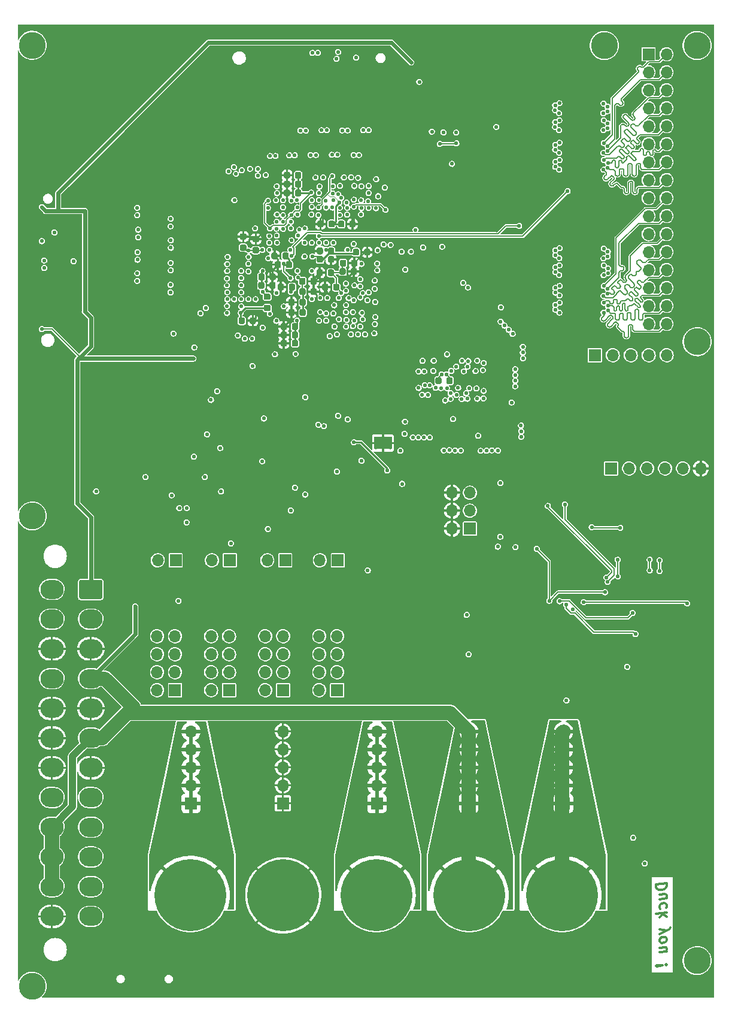
<source format=gbr>
%TF.GenerationSoftware,KiCad,Pcbnew,(5.99.0-3304-gcc86630f1-dirty)*%
%TF.CreationDate,2021-01-15T17:35:11+01:00*%
%TF.ProjectId,FD,46442e6b-6963-4616-945f-706362585858,rev?*%
%TF.SameCoordinates,Original*%
%TF.FileFunction,Copper,L6,Bot*%
%TF.FilePolarity,Positive*%
%FSLAX46Y46*%
G04 Gerber Fmt 4.6, Leading zero omitted, Abs format (unit mm)*
G04 Created by KiCad (PCBNEW (5.99.0-3304-gcc86630f1-dirty)) date 2021-01-15 17:35:11*
%MOMM*%
%LPD*%
G01*
G04 APERTURE LIST*
%ADD10C,0.300000*%
%TA.AperFunction,ComponentPad*%
%ADD11O,3.300000X2.700000*%
%TD*%
%TA.AperFunction,ComponentPad*%
%ADD12R,1.700000X1.700000*%
%TD*%
%TA.AperFunction,ComponentPad*%
%ADD13O,1.700000X1.700000*%
%TD*%
%TA.AperFunction,ComponentPad*%
%ADD14C,10.160000*%
%TD*%
%TA.AperFunction,ComponentPad*%
%ADD15C,0.500000*%
%TD*%
%TA.AperFunction,SMDPad,CuDef*%
%ADD16R,2.500000X1.800000*%
%TD*%
%TA.AperFunction,ComponentPad*%
%ADD17C,3.800000*%
%TD*%
%TA.AperFunction,ViaPad*%
%ADD18C,0.560000*%
%TD*%
%TA.AperFunction,Conductor*%
%ADD19C,0.244000*%
%TD*%
%TA.AperFunction,Conductor*%
%ADD20C,0.150000*%
%TD*%
%TA.AperFunction,Conductor*%
%ADD21C,0.250000*%
%TD*%
%TA.AperFunction,Conductor*%
%ADD22C,0.560000*%
%TD*%
%TA.AperFunction,Conductor*%
%ADD23C,0.209900*%
%TD*%
%TA.AperFunction,Conductor*%
%ADD24C,0.200000*%
%TD*%
%TA.AperFunction,Conductor*%
%ADD25C,2.000000*%
%TD*%
%TA.AperFunction,Conductor*%
%ADD26C,1.000000*%
%TD*%
%TA.AperFunction,Conductor*%
%ADD27C,0.120000*%
%TD*%
G04 APERTURE END LIST*
D10*
X229258571Y-143807991D02*
X227758571Y-143995491D01*
X227758571Y-144352633D01*
X227830000Y-144557991D01*
X227972857Y-144682991D01*
X228115714Y-144736562D01*
X228401428Y-144772276D01*
X228615714Y-144745491D01*
X228901428Y-144638348D01*
X229044285Y-144549062D01*
X229187142Y-144388348D01*
X229258571Y-144165133D01*
X229258571Y-143807991D01*
X228258571Y-146075848D02*
X229258571Y-145950848D01*
X228258571Y-145432991D02*
X229044285Y-145334776D01*
X229187142Y-145388348D01*
X229258571Y-145522276D01*
X229258571Y-145736562D01*
X229187142Y-145888348D01*
X229115714Y-145968705D01*
X229187142Y-147316919D02*
X229258571Y-147165133D01*
X229258571Y-146879419D01*
X229187142Y-146745491D01*
X229115714Y-146682991D01*
X228972857Y-146629419D01*
X228544285Y-146682991D01*
X228401428Y-146772276D01*
X228330000Y-146852633D01*
X228258571Y-147004419D01*
X228258571Y-147290133D01*
X228330000Y-147424062D01*
X229258571Y-147950848D02*
X227758571Y-148138348D01*
X228687142Y-148165133D02*
X229258571Y-148522276D01*
X228258571Y-148647276D02*
X228830000Y-148004419D01*
X228258571Y-150290133D02*
X229258571Y-150522276D01*
X228258571Y-151004419D02*
X229258571Y-150522276D01*
X229615714Y-150334776D01*
X229687142Y-150254419D01*
X229758571Y-150102633D01*
X229258571Y-151665133D02*
X229187142Y-151531205D01*
X229115714Y-151468705D01*
X228972857Y-151415133D01*
X228544285Y-151468705D01*
X228401428Y-151557991D01*
X228330000Y-151638348D01*
X228258571Y-151790133D01*
X228258571Y-152004419D01*
X228330000Y-152138348D01*
X228401428Y-152200848D01*
X228544285Y-152254419D01*
X228972857Y-152200848D01*
X229115714Y-152111562D01*
X229187142Y-152031205D01*
X229258571Y-151879419D01*
X229258571Y-151665133D01*
X228258571Y-153575848D02*
X229258571Y-153450848D01*
X228258571Y-152932991D02*
X229044285Y-152834776D01*
X229187142Y-152888348D01*
X229258571Y-153022276D01*
X229258571Y-153236562D01*
X229187142Y-153388348D01*
X229115714Y-153468705D01*
X229115714Y-155325848D02*
X229187142Y-155388348D01*
X229258571Y-155307991D01*
X229187142Y-155245491D01*
X229115714Y-155325848D01*
X229258571Y-155307991D01*
X228687142Y-155379419D02*
X227830000Y-155415133D01*
X227758571Y-155495491D01*
X227830000Y-155557991D01*
X228687142Y-155379419D01*
X227758571Y-155495491D01*
%TO.P,J2,1,+3.3V*%
%TO.N,+3.3V*%
%TA.AperFunction,ComponentPad*%
G36*
G01*
X146400001Y-100950000D02*
X149199999Y-100950000D01*
G75*
G02*
X149450000Y-101200001I0J-250001D01*
G01*
X149450000Y-103399999D01*
G75*
G02*
X149199999Y-103650000I-250001J0D01*
G01*
X146400001Y-103650000D01*
G75*
G02*
X146150000Y-103399999I0J250001D01*
G01*
X146150000Y-101200001D01*
G75*
G02*
X146400001Y-100950000I250001J0D01*
G01*
G37*
%TD.AperFunction*%
D11*
%TO.P,J2,2,+3.3V*%
X147800000Y-106500000D03*
%TO.P,J2,3,GND*%
%TO.N,GND*%
X147800000Y-110700000D03*
%TO.P,J2,4,+5V*%
%TO.N,+5V*%
X147800000Y-114900000D03*
%TO.P,J2,5,GND*%
%TO.N,GND*%
X147800000Y-119100000D03*
%TO.P,J2,6,+5V*%
%TO.N,+5V*%
X147800000Y-123300000D03*
%TO.P,J2,7,GND*%
%TO.N,GND*%
X147800000Y-127500000D03*
%TO.P,J2,8,PWR_OK*%
%TO.N,ATX_POWEROK*%
X147800000Y-131700000D03*
%TO.P,J2,9,+5VSB*%
%TO.N,Net-(J2-Pad9)*%
X147800000Y-135900000D03*
%TO.P,J2,10,+12V*%
%TO.N,+12V*%
X147800000Y-140100000D03*
%TO.P,J2,11,+12V*%
X147800000Y-144300000D03*
%TO.P,J2,12,+3.3V*%
%TO.N,+3.3V*%
X147800000Y-148500000D03*
%TO.P,J2,13,+3.3V*%
X142300000Y-102300000D03*
%TO.P,J2,14,-12V*%
%TO.N,-12V*%
X142300000Y-106500000D03*
%TO.P,J2,15,GND*%
%TO.N,GND*%
X142300000Y-110700000D03*
%TO.P,J2,16,PS_ON#*%
%TO.N,Net-(J2-Pad16)*%
X142300000Y-114900000D03*
%TO.P,J2,17,GND*%
%TO.N,GND*%
X142300000Y-119100000D03*
%TO.P,J2,18,GND*%
X142300000Y-123300000D03*
%TO.P,J2,19,GND*%
X142300000Y-127500000D03*
%TO.P,J2,20,NC*%
%TO.N,Net-(J2-Pad20)*%
X142300000Y-131700000D03*
%TO.P,J2,21,+5V*%
%TO.N,+5V*%
X142300000Y-135900000D03*
%TO.P,J2,22,+5V*%
X142300000Y-140100000D03*
%TO.P,J2,23,+5V*%
X142300000Y-144300000D03*
%TO.P,J2,24,GND*%
%TO.N,GND*%
X142300000Y-148500000D03*
%TD*%
D12*
%TO.P,J3,1,Pin_1*%
%TO.N,Net-(J3-Pad1)*%
X159720000Y-116530000D03*
D13*
%TO.P,J3,2,Pin_2*%
%TO.N,+3.3V*%
X157180000Y-116530000D03*
%TO.P,J3,3,Pin_3*%
%TO.N,Net-(J3-Pad1)*%
X159720000Y-113990000D03*
%TO.P,J3,4,Pin_4*%
%TO.N,VCCAUX*%
X157180000Y-113990000D03*
%TO.P,J3,5,Pin_5*%
%TO.N,Net-(J3-Pad1)*%
X159720000Y-111450000D03*
%TO.P,J3,6,Pin_6*%
%TO.N,VCCFPGA_S1_1.2V*%
X157180000Y-111450000D03*
%TO.P,J3,7,Pin_7*%
%TO.N,Net-(J3-Pad1)*%
X159720000Y-108910000D03*
%TO.P,J3,8,Pin_8*%
%TO.N,VCCBRAM*%
X157180000Y-108910000D03*
%TD*%
D12*
%TO.P,J4,1,Pin_1*%
%TO.N,Net-(J4-Pad1)*%
X167364466Y-116530000D03*
D13*
%TO.P,J4,2,Pin_2*%
%TO.N,+3.3V*%
X164824466Y-116530000D03*
%TO.P,J4,3,Pin_3*%
%TO.N,Net-(J4-Pad1)*%
X167364466Y-113990000D03*
%TO.P,J4,4,Pin_4*%
%TO.N,VCCAUX*%
X164824466Y-113990000D03*
%TO.P,J4,5,Pin_5*%
%TO.N,Net-(J4-Pad1)*%
X167364466Y-111450000D03*
%TO.P,J4,6,Pin_6*%
%TO.N,VCCFPGA_S1_1.2V*%
X164824466Y-111450000D03*
%TO.P,J4,7,Pin_7*%
%TO.N,Net-(J4-Pad1)*%
X167364466Y-108910000D03*
%TO.P,J4,8,Pin_8*%
%TO.N,VCCBRAM*%
X164824466Y-108910000D03*
%TD*%
D12*
%TO.P,J5,1,Pin_1*%
%TO.N,Net-(J5-Pad1)*%
X175008932Y-116530000D03*
D13*
%TO.P,J5,2,Pin_2*%
%TO.N,+3.3V*%
X172468932Y-116530000D03*
%TO.P,J5,3,Pin_3*%
%TO.N,Net-(J5-Pad1)*%
X175008932Y-113990000D03*
%TO.P,J5,4,Pin_4*%
%TO.N,VCCAUX*%
X172468932Y-113990000D03*
%TO.P,J5,5,Pin_5*%
%TO.N,Net-(J5-Pad1)*%
X175008932Y-111450000D03*
%TO.P,J5,6,Pin_6*%
%TO.N,VCCFPGA_S1_1.2V*%
X172468932Y-111450000D03*
%TO.P,J5,7,Pin_7*%
%TO.N,Net-(J5-Pad1)*%
X175008932Y-108910000D03*
%TO.P,J5,8,Pin_8*%
%TO.N,VCCBRAM*%
X172468932Y-108910000D03*
%TD*%
D12*
%TO.P,J6,1,Pin_1*%
%TO.N,Net-(J6-Pad1)*%
X182653398Y-116530000D03*
D13*
%TO.P,J6,2,Pin_2*%
%TO.N,+3.3V*%
X180113398Y-116530000D03*
%TO.P,J6,3,Pin_3*%
%TO.N,Net-(J6-Pad1)*%
X182653398Y-113990000D03*
%TO.P,J6,4,Pin_4*%
%TO.N,VCCAUX*%
X180113398Y-113990000D03*
%TO.P,J6,5,Pin_5*%
%TO.N,Net-(J6-Pad1)*%
X182653398Y-111450000D03*
%TO.P,J6,6,Pin_6*%
%TO.N,VCCFPGA_S1_1.2V*%
X180113398Y-111450000D03*
%TO.P,J6,7,Pin_7*%
%TO.N,Net-(J6-Pad1)*%
X182653398Y-108910000D03*
%TO.P,J6,8,Pin_8*%
%TO.N,VCCBRAM*%
X180113398Y-108910000D03*
%TD*%
D12*
%TO.P,J7,1,Pin_1*%
%TO.N,VCCFPGA_S1_VREF_V1*%
X159816602Y-98180000D03*
D13*
%TO.P,J7,2,Pin_2*%
%TO.N,Net-(J7-Pad2)*%
X157276602Y-98180000D03*
%TD*%
D12*
%TO.P,J8,1,Pin_1*%
%TO.N,VCCFPGA_S1_VREF_V2*%
X167461068Y-98180000D03*
D13*
%TO.P,J8,2,Pin_2*%
%TO.N,Net-(J8-Pad2)*%
X164921068Y-98180000D03*
%TD*%
D12*
%TO.P,J9,1,Pin_1*%
%TO.N,VCCFPGA_S1_VREF_V3*%
X175305030Y-98180000D03*
D13*
%TO.P,J9,2,Pin_2*%
%TO.N,Net-(J9-Pad2)*%
X172765030Y-98180000D03*
%TD*%
D12*
%TO.P,J10,1,Pin_1*%
%TO.N,VCCFPGA_S1_VREF_V4*%
X182750000Y-98180000D03*
D13*
%TO.P,J10,2,Pin_2*%
%TO.N,Net-(J10-Pad2)*%
X180210000Y-98180000D03*
%TD*%
D14*
%TO.P,J11,1,Pin_1*%
%TO.N,-12V*%
X161880000Y-145520000D03*
%TD*%
%TO.P,J12,1,Pin_1*%
%TO.N,+5V*%
X201330000Y-145520000D03*
%TD*%
%TO.P,J13,1,Pin_1*%
%TO.N,+12V*%
X214480000Y-145520000D03*
%TD*%
D12*
%TO.P,J14,1,Pin_1*%
%TO.N,-12V*%
X161980000Y-132520000D03*
D13*
%TO.P,J14,2,Pin_2*%
X161980000Y-129980000D03*
%TO.P,J14,3,Pin_3*%
X161980000Y-127440000D03*
%TO.P,J14,4,Pin_4*%
X161980000Y-124900000D03*
%TO.P,J14,5,Pin_5*%
X161980000Y-122360000D03*
%TD*%
D12*
%TO.P,J15,1,Pin_1*%
%TO.N,+5V*%
X201280000Y-132520000D03*
D13*
%TO.P,J15,2,Pin_2*%
X201280000Y-129980000D03*
%TO.P,J15,3,Pin_3*%
X201280000Y-127440000D03*
%TO.P,J15,4,Pin_4*%
X201280000Y-124900000D03*
%TO.P,J15,5,Pin_5*%
X201280000Y-122360000D03*
%TD*%
D12*
%TO.P,J16,1,Pin_1*%
%TO.N,+12V*%
X214680000Y-132520000D03*
D13*
%TO.P,J16,2,Pin_2*%
X214680000Y-129980000D03*
%TO.P,J16,3,Pin_3*%
X214680000Y-127440000D03*
%TO.P,J16,4,Pin_4*%
X214680000Y-124900000D03*
%TO.P,J16,5,Pin_5*%
X214680000Y-122360000D03*
%TD*%
D14*
%TO.P,J19,1,Pin_1*%
%TO.N,+3.3V*%
X188180000Y-145520000D03*
%TD*%
%TO.P,J20,1,Pin_1*%
%TO.N,GND*%
X175030000Y-145520000D03*
%TD*%
D12*
%TO.P,J21,1,Pin_1*%
%TO.N,+3.3V*%
X188280000Y-132520000D03*
D13*
%TO.P,J21,2,Pin_2*%
X188280000Y-129980000D03*
%TO.P,J21,3,Pin_3*%
X188280000Y-127440000D03*
%TO.P,J21,4,Pin_4*%
X188280000Y-124900000D03*
%TO.P,J21,5,Pin_5*%
X188280000Y-122360000D03*
%TD*%
D12*
%TO.P,J22,1,Pin_1*%
%TO.N,GND*%
X174980000Y-132520000D03*
D13*
%TO.P,J22,2,Pin_2*%
X174980000Y-129980000D03*
%TO.P,J22,3,Pin_3*%
X174980000Y-127440000D03*
%TO.P,J22,4,Pin_4*%
X174980000Y-124900000D03*
%TO.P,J22,5,Pin_5*%
X174980000Y-122360000D03*
%TD*%
D12*
%TO.P,J31,1,Pin_1*%
%TO.N,VTRANS_1_1*%
X226700000Y-26680000D03*
D13*
%TO.P,J31,2,Pin_2*%
%TO.N,VTRANS_2_1*%
X229240000Y-26680000D03*
%TO.P,J31,3,Pin_3*%
%TO.N,VTRANS_1_2*%
X226700000Y-29220000D03*
%TO.P,J31,4,Pin_4*%
%TO.N,VTRANS_2_2*%
X229240000Y-29220000D03*
%TO.P,J31,5,Pin_5*%
%TO.N,VTRANS_1_3*%
X226700000Y-31760000D03*
%TO.P,J31,6,Pin_6*%
%TO.N,VTRANS_2_3*%
X229240000Y-31760000D03*
%TO.P,J31,7,Pin_7*%
%TO.N,VTRANS_1_4*%
X226700000Y-34300000D03*
%TO.P,J31,8,Pin_8*%
%TO.N,VTRANS_2_4*%
X229240000Y-34300000D03*
%TO.P,J31,9,Pin_9*%
%TO.N,VTRANS_1_5*%
X226700000Y-36840000D03*
%TO.P,J31,10,Pin_10*%
%TO.N,VTRANS_2_5*%
X229240000Y-36840000D03*
%TO.P,J31,11,Pin_11*%
%TO.N,VTRANS_1_6*%
X226700000Y-39380000D03*
%TO.P,J31,12,Pin_12*%
%TO.N,VTRANS_2_6*%
X229240000Y-39380000D03*
%TO.P,J31,13,Pin_13*%
%TO.N,VTRANS_1_7*%
X226700000Y-41920000D03*
%TO.P,J31,14,Pin_14*%
%TO.N,VTRANS_2_7*%
X229240000Y-41920000D03*
%TO.P,J31,15,Pin_15*%
%TO.N,VTRANS_1_8*%
X226700000Y-44460000D03*
%TO.P,J31,16,Pin_16*%
%TO.N,VTRANS_2_8*%
X229240000Y-44460000D03*
%TO.P,J31,17,Pin_17*%
%TO.N,VTRANS_3_1*%
X226700000Y-47000000D03*
%TO.P,J31,18,Pin_18*%
%TO.N,VTRANS_4_1*%
X229240000Y-47000000D03*
%TO.P,J31,19,Pin_19*%
%TO.N,VTRANS_3_2*%
X226700000Y-49540000D03*
%TO.P,J31,20,Pin_20*%
%TO.N,VTRANS_4_2*%
X229240000Y-49540000D03*
%TO.P,J31,21,Pin_21*%
%TO.N,VTRANS_3_3*%
X226700000Y-52080000D03*
%TO.P,J31,22,Pin_22*%
%TO.N,VTRANS_4_3*%
X229240000Y-52080000D03*
%TO.P,J31,23,Pin_23*%
%TO.N,VTRANS_3_4*%
X226700000Y-54620000D03*
%TO.P,J31,24,Pin_24*%
%TO.N,VTRANS_4_4*%
X229240000Y-54620000D03*
%TO.P,J31,25,Pin_25*%
%TO.N,VTRANS_3_5*%
X226700000Y-57160000D03*
%TO.P,J31,26,Pin_26*%
%TO.N,VTRANS_4_5*%
X229240000Y-57160000D03*
%TO.P,J31,27,Pin_27*%
%TO.N,VTRANS_3_6*%
X226700000Y-59700000D03*
%TO.P,J31,28,Pin_28*%
%TO.N,VTRANS_4_6*%
X229240000Y-59700000D03*
%TO.P,J31,29,Pin_29*%
%TO.N,VTRANS_3_7*%
X226700000Y-62240000D03*
%TO.P,J31,30,Pin_30*%
%TO.N,VTRANS_4_7*%
X229240000Y-62240000D03*
%TO.P,J31,31,Pin_31*%
%TO.N,VTRANS_3_8*%
X226700000Y-64780000D03*
%TO.P,J31,32,Pin_32*%
%TO.N,VTRANS_4_8*%
X229240000Y-64780000D03*
%TD*%
D12*
%TO.P,J32,1,Pin_1*%
%TO.N,Net-(D8-Pad1)*%
X221400000Y-85200000D03*
D13*
%TO.P,J32,2,Pin_2*%
%TO.N,Net-(D7-Pad1)*%
X223940000Y-85200000D03*
%TO.P,J32,3,Pin_3*%
%TO.N,Net-(D6-Pad1)*%
X226480000Y-85200000D03*
%TO.P,J32,4,Pin_4*%
%TO.N,Net-(D5-Pad1)*%
X229020000Y-85200000D03*
%TO.P,J32,5,Pin_5*%
%TO.N,VCCAUX*%
X231560000Y-85200000D03*
%TO.P,J32,6,Pin_6*%
%TO.N,GND*%
X234100000Y-85200000D03*
%TD*%
D12*
%TO.P,J33,1,Pin_1*%
%TO.N,/fgpa-logic/m0*%
X201430000Y-93710000D03*
D13*
%TO.P,J33,2,Pin_2*%
%TO.N,GND*%
X198890000Y-93710000D03*
%TO.P,J33,3,Pin_3*%
%TO.N,/fgpa-logic/m1*%
X201430000Y-91170000D03*
%TO.P,J33,4,Pin_4*%
%TO.N,GND*%
X198890000Y-91170000D03*
%TO.P,J33,5,Pin_5*%
%TO.N,/fgpa-logic/m2*%
X201430000Y-88630000D03*
%TO.P,J33,6,Pin_6*%
%TO.N,GND*%
X198890000Y-88630000D03*
%TD*%
D15*
%TO.P,U10,9,GND/TPAD*%
%TO.N,GND*%
X188135000Y-82255000D03*
D16*
X189135000Y-81605000D03*
D15*
X190135000Y-80955000D03*
X189135000Y-80955000D03*
X189135000Y-82255000D03*
X188135000Y-80955000D03*
X190135000Y-82255000D03*
%TD*%
D12*
%TO.P,J30,1,Pin_1*%
%TO.N,Net-(C11-Pad2)*%
X219100000Y-69200000D03*
D13*
%TO.P,J30,2,Pin_2*%
X221640000Y-69200000D03*
%TO.P,J30,3,Pin_3*%
X224180000Y-69200000D03*
%TO.P,J30,4,Pin_4*%
X226720000Y-69200000D03*
%TO.P,J30,5,Pin_5*%
X229260000Y-69200000D03*
%TD*%
D17*
%TO.P,REF\u002A\u002A,1*%
%TO.N,N/C*%
X139510000Y-25404999D03*
%TD*%
%TO.P,REF\u002A\u002A,1*%
%TO.N,N/C*%
X233570000Y-154750000D03*
%TD*%
%TO.P,REF\u002A\u002A,1*%
%TO.N,N/C*%
X233570000Y-25444999D03*
%TD*%
%TO.P,REF\u002A\u002A,1*%
%TO.N,N/C*%
X139510000Y-158360000D03*
%TD*%
%TO.P,REF\u002A\u002A,1*%
%TO.N,N/C*%
X139510000Y-91920000D03*
%TD*%
%TO.P,REF\u002A\u002A,1*%
%TO.N,N/C*%
X233570000Y-67300000D03*
%TD*%
%TO.P,REF\u002A\u002A,1*%
%TO.N,N/C*%
X220440000Y-25444999D03*
%TD*%
%TO.P,C52,1*%
%TO.N,VCCDDR_1.35V*%
%TA.AperFunction,SMDPad,CuDef*%
G36*
G01*
X182965000Y-59323750D02*
X182965000Y-59836250D01*
G75*
G02*
X182746250Y-60055000I-218750J0D01*
G01*
X182308750Y-60055000D01*
G75*
G02*
X182090000Y-59836250I0J218750D01*
G01*
X182090000Y-59323750D01*
G75*
G02*
X182308750Y-59105000I218750J0D01*
G01*
X182746250Y-59105000D01*
G75*
G02*
X182965000Y-59323750I0J-218750D01*
G01*
G37*
%TD.AperFunction*%
%TO.P,C52,2*%
%TO.N,GND*%
%TA.AperFunction,SMDPad,CuDef*%
G36*
G01*
X181390000Y-59323750D02*
X181390000Y-59836250D01*
G75*
G02*
X181171250Y-60055000I-218750J0D01*
G01*
X180733750Y-60055000D01*
G75*
G02*
X180515000Y-59836250I0J218750D01*
G01*
X180515000Y-59323750D01*
G75*
G02*
X180733750Y-59105000I218750J0D01*
G01*
X181171250Y-59105000D01*
G75*
G02*
X181390000Y-59323750I0J-218750D01*
G01*
G37*
%TD.AperFunction*%
%TD*%
%TO.P,C74,1*%
%TO.N,VCCDDR_1.35V*%
%TA.AperFunction,SMDPad,CuDef*%
G36*
G01*
X182195000Y-57283750D02*
X182195000Y-57796250D01*
G75*
G02*
X181976250Y-58015000I-218750J0D01*
G01*
X181538750Y-58015000D01*
G75*
G02*
X181320000Y-57796250I0J218750D01*
G01*
X181320000Y-57283750D01*
G75*
G02*
X181538750Y-57065000I218750J0D01*
G01*
X181976250Y-57065000D01*
G75*
G02*
X182195000Y-57283750I0J-218750D01*
G01*
G37*
%TD.AperFunction*%
%TO.P,C74,2*%
%TO.N,GND*%
%TA.AperFunction,SMDPad,CuDef*%
G36*
G01*
X180620000Y-57283750D02*
X180620000Y-57796250D01*
G75*
G02*
X180401250Y-58015000I-218750J0D01*
G01*
X179963750Y-58015000D01*
G75*
G02*
X179745000Y-57796250I0J218750D01*
G01*
X179745000Y-57283750D01*
G75*
G02*
X179963750Y-57065000I218750J0D01*
G01*
X180401250Y-57065000D01*
G75*
G02*
X180620000Y-57283750I0J-218750D01*
G01*
G37*
%TD.AperFunction*%
%TD*%
%TO.P,R88,1*%
%TO.N,DDR_CK_N*%
%TA.AperFunction,SMDPad,CuDef*%
G36*
G01*
X198995000Y-72553750D02*
X198995000Y-73066250D01*
G75*
G02*
X198776250Y-73285000I-218750J0D01*
G01*
X198338750Y-73285000D01*
G75*
G02*
X198120000Y-73066250I0J218750D01*
G01*
X198120000Y-72553750D01*
G75*
G02*
X198338750Y-72335000I218750J0D01*
G01*
X198776250Y-72335000D01*
G75*
G02*
X198995000Y-72553750I0J-218750D01*
G01*
G37*
%TD.AperFunction*%
%TO.P,R88,2*%
%TO.N,DDR_CK_P*%
%TA.AperFunction,SMDPad,CuDef*%
G36*
G01*
X197420000Y-72553750D02*
X197420000Y-73066250D01*
G75*
G02*
X197201250Y-73285000I-218750J0D01*
G01*
X196763750Y-73285000D01*
G75*
G02*
X196545000Y-73066250I0J218750D01*
G01*
X196545000Y-72553750D01*
G75*
G02*
X196763750Y-72335000I218750J0D01*
G01*
X197201250Y-72335000D01*
G75*
G02*
X197420000Y-72553750I0J-218750D01*
G01*
G37*
%TD.AperFunction*%
%TD*%
%TO.P,C13,1*%
%TO.N,VCCDDR_1.35V*%
%TA.AperFunction,SMDPad,CuDef*%
G36*
G01*
X183062500Y-56456250D02*
X183062500Y-55943750D01*
G75*
G02*
X183281250Y-55725000I218750J0D01*
G01*
X183718750Y-55725000D01*
G75*
G02*
X183937500Y-55943750I0J-218750D01*
G01*
X183937500Y-56456250D01*
G75*
G02*
X183718750Y-56675000I-218750J0D01*
G01*
X183281250Y-56675000D01*
G75*
G02*
X183062500Y-56456250I0J218750D01*
G01*
G37*
%TD.AperFunction*%
%TO.P,C13,2*%
%TO.N,GND*%
%TA.AperFunction,SMDPad,CuDef*%
G36*
G01*
X184637500Y-56456250D02*
X184637500Y-55943750D01*
G75*
G02*
X184856250Y-55725000I218750J0D01*
G01*
X185293750Y-55725000D01*
G75*
G02*
X185512500Y-55943750I0J-218750D01*
G01*
X185512500Y-56456250D01*
G75*
G02*
X185293750Y-56675000I-218750J0D01*
G01*
X184856250Y-56675000D01*
G75*
G02*
X184637500Y-56456250I0J218750D01*
G01*
G37*
%TD.AperFunction*%
%TD*%
%TO.P,C84,1*%
%TO.N,GND*%
%TA.AperFunction,SMDPad,CuDef*%
G36*
G01*
X182227500Y-55403750D02*
X182227500Y-55916250D01*
G75*
G02*
X182008750Y-56135000I-218750J0D01*
G01*
X181571250Y-56135000D01*
G75*
G02*
X181352500Y-55916250I0J218750D01*
G01*
X181352500Y-55403750D01*
G75*
G02*
X181571250Y-55185000I218750J0D01*
G01*
X182008750Y-55185000D01*
G75*
G02*
X182227500Y-55403750I0J-218750D01*
G01*
G37*
%TD.AperFunction*%
%TO.P,C84,2*%
%TO.N,VCCAUX*%
%TA.AperFunction,SMDPad,CuDef*%
G36*
G01*
X180652500Y-55403750D02*
X180652500Y-55916250D01*
G75*
G02*
X180433750Y-56135000I-218750J0D01*
G01*
X179996250Y-56135000D01*
G75*
G02*
X179777500Y-55916250I0J218750D01*
G01*
X179777500Y-55403750D01*
G75*
G02*
X179996250Y-55185000I218750J0D01*
G01*
X180433750Y-55185000D01*
G75*
G02*
X180652500Y-55403750I0J-218750D01*
G01*
G37*
%TD.AperFunction*%
%TD*%
%TO.P,C26,1*%
%TO.N,VCCDDR_1.35V*%
%TA.AperFunction,SMDPad,CuDef*%
G36*
G01*
X182992500Y-57626250D02*
X182992500Y-57113750D01*
G75*
G02*
X183211250Y-56895000I218750J0D01*
G01*
X183648750Y-56895000D01*
G75*
G02*
X183867500Y-57113750I0J-218750D01*
G01*
X183867500Y-57626250D01*
G75*
G02*
X183648750Y-57845000I-218750J0D01*
G01*
X183211250Y-57845000D01*
G75*
G02*
X182992500Y-57626250I0J218750D01*
G01*
G37*
%TD.AperFunction*%
%TO.P,C26,2*%
%TO.N,GND*%
%TA.AperFunction,SMDPad,CuDef*%
G36*
G01*
X184567500Y-57626250D02*
X184567500Y-57113750D01*
G75*
G02*
X184786250Y-56895000I218750J0D01*
G01*
X185223750Y-56895000D01*
G75*
G02*
X185442500Y-57113750I0J-218750D01*
G01*
X185442500Y-57626250D01*
G75*
G02*
X185223750Y-57845000I-218750J0D01*
G01*
X184786250Y-57845000D01*
G75*
G02*
X184567500Y-57626250I0J218750D01*
G01*
G37*
%TD.AperFunction*%
%TD*%
%TO.P,C36,1*%
%TO.N,VCCBRAM*%
%TA.AperFunction,SMDPad,CuDef*%
G36*
G01*
X176692500Y-59313750D02*
X176692500Y-59826250D01*
G75*
G02*
X176473750Y-60045000I-218750J0D01*
G01*
X176036250Y-60045000D01*
G75*
G02*
X175817500Y-59826250I0J218750D01*
G01*
X175817500Y-59313750D01*
G75*
G02*
X176036250Y-59095000I218750J0D01*
G01*
X176473750Y-59095000D01*
G75*
G02*
X176692500Y-59313750I0J-218750D01*
G01*
G37*
%TD.AperFunction*%
%TO.P,C36,2*%
%TO.N,GND*%
%TA.AperFunction,SMDPad,CuDef*%
G36*
G01*
X175117500Y-59313750D02*
X175117500Y-59826250D01*
G75*
G02*
X174898750Y-60045000I-218750J0D01*
G01*
X174461250Y-60045000D01*
G75*
G02*
X174242500Y-59826250I0J218750D01*
G01*
X174242500Y-59313750D01*
G75*
G02*
X174461250Y-59095000I218750J0D01*
G01*
X174898750Y-59095000D01*
G75*
G02*
X175117500Y-59313750I0J-218750D01*
G01*
G37*
%TD.AperFunction*%
%TD*%
%TO.P,C28,1*%
%TO.N,VCCBRAM*%
%TA.AperFunction,SMDPad,CuDef*%
G36*
G01*
X178205000Y-62903750D02*
X178205000Y-63416250D01*
G75*
G02*
X177986250Y-63635000I-218750J0D01*
G01*
X177548750Y-63635000D01*
G75*
G02*
X177330000Y-63416250I0J218750D01*
G01*
X177330000Y-62903750D01*
G75*
G02*
X177548750Y-62685000I218750J0D01*
G01*
X177986250Y-62685000D01*
G75*
G02*
X178205000Y-62903750I0J-218750D01*
G01*
G37*
%TD.AperFunction*%
%TO.P,C28,2*%
%TO.N,GND*%
%TA.AperFunction,SMDPad,CuDef*%
G36*
G01*
X176630000Y-62903750D02*
X176630000Y-63416250D01*
G75*
G02*
X176411250Y-63635000I-218750J0D01*
G01*
X175973750Y-63635000D01*
G75*
G02*
X175755000Y-63416250I0J218750D01*
G01*
X175755000Y-62903750D01*
G75*
G02*
X175973750Y-62685000I218750J0D01*
G01*
X176411250Y-62685000D01*
G75*
G02*
X176630000Y-62903750I0J-218750D01*
G01*
G37*
%TD.AperFunction*%
%TD*%
%TO.P,C23,1*%
%TO.N,VCCBRAM*%
%TA.AperFunction,SMDPad,CuDef*%
G36*
G01*
X175795000Y-54913750D02*
X175795000Y-55426250D01*
G75*
G02*
X175576250Y-55645000I-218750J0D01*
G01*
X175138750Y-55645000D01*
G75*
G02*
X174920000Y-55426250I0J218750D01*
G01*
X174920000Y-54913750D01*
G75*
G02*
X175138750Y-54695000I218750J0D01*
G01*
X175576250Y-54695000D01*
G75*
G02*
X175795000Y-54913750I0J-218750D01*
G01*
G37*
%TD.AperFunction*%
%TO.P,C23,2*%
%TO.N,GND*%
%TA.AperFunction,SMDPad,CuDef*%
G36*
G01*
X174220000Y-54913750D02*
X174220000Y-55426250D01*
G75*
G02*
X174001250Y-55645000I-218750J0D01*
G01*
X173563750Y-55645000D01*
G75*
G02*
X173345000Y-55426250I0J218750D01*
G01*
X173345000Y-54913750D01*
G75*
G02*
X173563750Y-54695000I218750J0D01*
G01*
X174001250Y-54695000D01*
G75*
G02*
X174220000Y-54913750I0J-218750D01*
G01*
G37*
%TD.AperFunction*%
%TD*%
%TO.P,R48,1*%
%TO.N,VCCFPGA_S1_MGT*%
%TA.AperFunction,SMDPad,CuDef*%
G36*
G01*
X173006250Y-62955000D02*
X172493750Y-62955000D01*
G75*
G02*
X172275000Y-62736250I0J218750D01*
G01*
X172275000Y-62298750D01*
G75*
G02*
X172493750Y-62080000I218750J0D01*
G01*
X173006250Y-62080000D01*
G75*
G02*
X173225000Y-62298750I0J-218750D01*
G01*
X173225000Y-62736250D01*
G75*
G02*
X173006250Y-62955000I-218750J0D01*
G01*
G37*
%TD.AperFunction*%
%TO.P,R48,2*%
%TO.N,Net-(R48-Pad2)*%
%TA.AperFunction,SMDPad,CuDef*%
G36*
G01*
X173006250Y-61380000D02*
X172493750Y-61380000D01*
G75*
G02*
X172275000Y-61161250I0J218750D01*
G01*
X172275000Y-60723750D01*
G75*
G02*
X172493750Y-60505000I218750J0D01*
G01*
X173006250Y-60505000D01*
G75*
G02*
X173225000Y-60723750I0J-218750D01*
G01*
X173225000Y-61161250D01*
G75*
G02*
X173006250Y-61380000I-218750J0D01*
G01*
G37*
%TD.AperFunction*%
%TD*%
%TO.P,C66,1*%
%TO.N,VCCAUX*%
%TA.AperFunction,SMDPad,CuDef*%
G36*
G01*
X184885000Y-54896250D02*
X184885000Y-54383750D01*
G75*
G02*
X185103750Y-54165000I218750J0D01*
G01*
X185541250Y-54165000D01*
G75*
G02*
X185760000Y-54383750I0J-218750D01*
G01*
X185760000Y-54896250D01*
G75*
G02*
X185541250Y-55115000I-218750J0D01*
G01*
X185103750Y-55115000D01*
G75*
G02*
X184885000Y-54896250I0J218750D01*
G01*
G37*
%TD.AperFunction*%
%TO.P,C66,2*%
%TO.N,GND*%
%TA.AperFunction,SMDPad,CuDef*%
G36*
G01*
X186460000Y-54896250D02*
X186460000Y-54383750D01*
G75*
G02*
X186678750Y-54165000I218750J0D01*
G01*
X187116250Y-54165000D01*
G75*
G02*
X187335000Y-54383750I0J-218750D01*
G01*
X187335000Y-54896250D01*
G75*
G02*
X187116250Y-55115000I-218750J0D01*
G01*
X186678750Y-55115000D01*
G75*
G02*
X186460000Y-54896250I0J218750D01*
G01*
G37*
%TD.AperFunction*%
%TD*%
%TO.P,C14,1*%
%TO.N,VCCBRAM*%
%TA.AperFunction,SMDPad,CuDef*%
G36*
G01*
X177315000Y-60486250D02*
X177315000Y-59973750D01*
G75*
G02*
X177533750Y-59755000I218750J0D01*
G01*
X177971250Y-59755000D01*
G75*
G02*
X178190000Y-59973750I0J-218750D01*
G01*
X178190000Y-60486250D01*
G75*
G02*
X177971250Y-60705000I-218750J0D01*
G01*
X177533750Y-60705000D01*
G75*
G02*
X177315000Y-60486250I0J218750D01*
G01*
G37*
%TD.AperFunction*%
%TO.P,C14,2*%
%TO.N,GND*%
%TA.AperFunction,SMDPad,CuDef*%
G36*
G01*
X178890000Y-60486250D02*
X178890000Y-59973750D01*
G75*
G02*
X179108750Y-59755000I218750J0D01*
G01*
X179546250Y-59755000D01*
G75*
G02*
X179765000Y-59973750I0J-218750D01*
G01*
X179765000Y-60486250D01*
G75*
G02*
X179546250Y-60705000I-218750J0D01*
G01*
X179108750Y-60705000D01*
G75*
G02*
X178890000Y-60486250I0J218750D01*
G01*
G37*
%TD.AperFunction*%
%TD*%
%TO.P,C85,1*%
%TO.N,GND*%
%TA.AperFunction,SMDPad,CuDef*%
G36*
G01*
X173815000Y-56666250D02*
X173815000Y-56153750D01*
G75*
G02*
X174033750Y-55935000I218750J0D01*
G01*
X174471250Y-55935000D01*
G75*
G02*
X174690000Y-56153750I0J-218750D01*
G01*
X174690000Y-56666250D01*
G75*
G02*
X174471250Y-56885000I-218750J0D01*
G01*
X174033750Y-56885000D01*
G75*
G02*
X173815000Y-56666250I0J218750D01*
G01*
G37*
%TD.AperFunction*%
%TO.P,C85,2*%
%TO.N,VCCBRAM*%
%TA.AperFunction,SMDPad,CuDef*%
G36*
G01*
X175390000Y-56666250D02*
X175390000Y-56153750D01*
G75*
G02*
X175608750Y-55935000I218750J0D01*
G01*
X176046250Y-55935000D01*
G75*
G02*
X176265000Y-56153750I0J-218750D01*
G01*
X176265000Y-56666250D01*
G75*
G02*
X176046250Y-56885000I-218750J0D01*
G01*
X175608750Y-56885000D01*
G75*
G02*
X175390000Y-56666250I0J218750D01*
G01*
G37*
%TD.AperFunction*%
%TD*%
%TO.P,C18,1*%
%TO.N,VCCBRAM*%
%TA.AperFunction,SMDPad,CuDef*%
G36*
G01*
X178207500Y-61463750D02*
X178207500Y-61976250D01*
G75*
G02*
X177988750Y-62195000I-218750J0D01*
G01*
X177551250Y-62195000D01*
G75*
G02*
X177332500Y-61976250I0J218750D01*
G01*
X177332500Y-61463750D01*
G75*
G02*
X177551250Y-61245000I218750J0D01*
G01*
X177988750Y-61245000D01*
G75*
G02*
X178207500Y-61463750I0J-218750D01*
G01*
G37*
%TD.AperFunction*%
%TO.P,C18,2*%
%TO.N,GND*%
%TA.AperFunction,SMDPad,CuDef*%
G36*
G01*
X176632500Y-61463750D02*
X176632500Y-61976250D01*
G75*
G02*
X176413750Y-62195000I-218750J0D01*
G01*
X175976250Y-62195000D01*
G75*
G02*
X175757500Y-61976250I0J218750D01*
G01*
X175757500Y-61463750D01*
G75*
G02*
X175976250Y-61245000I218750J0D01*
G01*
X176413750Y-61245000D01*
G75*
G02*
X176632500Y-61463750I0J-218750D01*
G01*
G37*
%TD.AperFunction*%
%TD*%
%TO.P,C83,1*%
%TO.N,GND*%
%TA.AperFunction,SMDPad,CuDef*%
G36*
G01*
X171165000Y-64063750D02*
X171165000Y-64576250D01*
G75*
G02*
X170946250Y-64795000I-218750J0D01*
G01*
X170508750Y-64795000D01*
G75*
G02*
X170290000Y-64576250I0J218750D01*
G01*
X170290000Y-64063750D01*
G75*
G02*
X170508750Y-63845000I218750J0D01*
G01*
X170946250Y-63845000D01*
G75*
G02*
X171165000Y-64063750I0J-218750D01*
G01*
G37*
%TD.AperFunction*%
%TO.P,C83,2*%
%TO.N,VCCFPGA_S1_MGT*%
%TA.AperFunction,SMDPad,CuDef*%
G36*
G01*
X169590000Y-64063750D02*
X169590000Y-64576250D01*
G75*
G02*
X169371250Y-64795000I-218750J0D01*
G01*
X168933750Y-64795000D01*
G75*
G02*
X168715000Y-64576250I0J218750D01*
G01*
X168715000Y-64063750D01*
G75*
G02*
X168933750Y-63845000I218750J0D01*
G01*
X169371250Y-63845000D01*
G75*
G02*
X169590000Y-64063750I0J-218750D01*
G01*
G37*
%TD.AperFunction*%
%TD*%
%TO.P,C86,1*%
%TO.N,GND*%
%TA.AperFunction,SMDPad,CuDef*%
G36*
G01*
X179745000Y-58493750D02*
X179745000Y-59006250D01*
G75*
G02*
X179526250Y-59225000I-218750J0D01*
G01*
X179088750Y-59225000D01*
G75*
G02*
X178870000Y-59006250I0J218750D01*
G01*
X178870000Y-58493750D01*
G75*
G02*
X179088750Y-58275000I218750J0D01*
G01*
X179526250Y-58275000D01*
G75*
G02*
X179745000Y-58493750I0J-218750D01*
G01*
G37*
%TD.AperFunction*%
%TO.P,C86,2*%
%TO.N,VCCBRAM*%
%TA.AperFunction,SMDPad,CuDef*%
G36*
G01*
X178170000Y-58493750D02*
X178170000Y-59006250D01*
G75*
G02*
X177951250Y-59225000I-218750J0D01*
G01*
X177513750Y-59225000D01*
G75*
G02*
X177295000Y-59006250I0J218750D01*
G01*
X177295000Y-58493750D01*
G75*
G02*
X177513750Y-58275000I218750J0D01*
G01*
X177951250Y-58275000D01*
G75*
G02*
X178170000Y-58493750I0J-218750D01*
G01*
G37*
%TD.AperFunction*%
%TD*%
%TO.P,C98,1*%
%TO.N,GND*%
%TA.AperFunction,SMDPad,CuDef*%
G36*
G01*
X174665000Y-65411250D02*
X174665000Y-64898750D01*
G75*
G02*
X174883750Y-64680000I218750J0D01*
G01*
X175321250Y-64680000D01*
G75*
G02*
X175540000Y-64898750I0J-218750D01*
G01*
X175540000Y-65411250D01*
G75*
G02*
X175321250Y-65630000I-218750J0D01*
G01*
X174883750Y-65630000D01*
G75*
G02*
X174665000Y-65411250I0J218750D01*
G01*
G37*
%TD.AperFunction*%
%TO.P,C98,2*%
%TO.N,VCCFPGA_S1_VARIABLE_V4*%
%TA.AperFunction,SMDPad,CuDef*%
G36*
G01*
X176240000Y-65411250D02*
X176240000Y-64898750D01*
G75*
G02*
X176458750Y-64680000I218750J0D01*
G01*
X176896250Y-64680000D01*
G75*
G02*
X177115000Y-64898750I0J-218750D01*
G01*
X177115000Y-65411250D01*
G75*
G02*
X176896250Y-65630000I-218750J0D01*
G01*
X176458750Y-65630000D01*
G75*
G02*
X176240000Y-65411250I0J218750D01*
G01*
G37*
%TD.AperFunction*%
%TD*%
%TO.P,C32,1*%
%TO.N,VCCBRAM*%
%TA.AperFunction,SMDPad,CuDef*%
G36*
G01*
X171485000Y-59586250D02*
X171485000Y-59073750D01*
G75*
G02*
X171703750Y-58855000I218750J0D01*
G01*
X172141250Y-58855000D01*
G75*
G02*
X172360000Y-59073750I0J-218750D01*
G01*
X172360000Y-59586250D01*
G75*
G02*
X172141250Y-59805000I-218750J0D01*
G01*
X171703750Y-59805000D01*
G75*
G02*
X171485000Y-59586250I0J218750D01*
G01*
G37*
%TD.AperFunction*%
%TO.P,C32,2*%
%TO.N,GND*%
%TA.AperFunction,SMDPad,CuDef*%
G36*
G01*
X173060000Y-59586250D02*
X173060000Y-59073750D01*
G75*
G02*
X173278750Y-58855000I218750J0D01*
G01*
X173716250Y-58855000D01*
G75*
G02*
X173935000Y-59073750I0J-218750D01*
G01*
X173935000Y-59586250D01*
G75*
G02*
X173716250Y-59805000I-218750J0D01*
G01*
X173278750Y-59805000D01*
G75*
G02*
X173060000Y-59586250I0J218750D01*
G01*
G37*
%TD.AperFunction*%
%TD*%
%TO.P,C96,1*%
%TO.N,GND*%
%TA.AperFunction,SMDPad,CuDef*%
G36*
G01*
X174672500Y-67771250D02*
X174672500Y-67258750D01*
G75*
G02*
X174891250Y-67040000I218750J0D01*
G01*
X175328750Y-67040000D01*
G75*
G02*
X175547500Y-67258750I0J-218750D01*
G01*
X175547500Y-67771250D01*
G75*
G02*
X175328750Y-67990000I-218750J0D01*
G01*
X174891250Y-67990000D01*
G75*
G02*
X174672500Y-67771250I0J218750D01*
G01*
G37*
%TD.AperFunction*%
%TO.P,C96,2*%
%TO.N,VCCFPGA_S1_VARIABLE_V4*%
%TA.AperFunction,SMDPad,CuDef*%
G36*
G01*
X176247500Y-67771250D02*
X176247500Y-67258750D01*
G75*
G02*
X176466250Y-67040000I218750J0D01*
G01*
X176903750Y-67040000D01*
G75*
G02*
X177122500Y-67258750I0J-218750D01*
G01*
X177122500Y-67771250D01*
G75*
G02*
X176903750Y-67990000I-218750J0D01*
G01*
X176466250Y-67990000D01*
G75*
G02*
X176247500Y-67771250I0J218750D01*
G01*
G37*
%TD.AperFunction*%
%TD*%
%TO.P,C25,1*%
%TO.N,VCCAUX*%
%TA.AperFunction,SMDPad,CuDef*%
G36*
G01*
X169616250Y-54445000D02*
X169103750Y-54445000D01*
G75*
G02*
X168885000Y-54226250I0J218750D01*
G01*
X168885000Y-53788750D01*
G75*
G02*
X169103750Y-53570000I218750J0D01*
G01*
X169616250Y-53570000D01*
G75*
G02*
X169835000Y-53788750I0J-218750D01*
G01*
X169835000Y-54226250D01*
G75*
G02*
X169616250Y-54445000I-218750J0D01*
G01*
G37*
%TD.AperFunction*%
%TO.P,C25,2*%
%TO.N,GND*%
%TA.AperFunction,SMDPad,CuDef*%
G36*
G01*
X169616250Y-52870000D02*
X169103750Y-52870000D01*
G75*
G02*
X168885000Y-52651250I0J218750D01*
G01*
X168885000Y-52213750D01*
G75*
G02*
X169103750Y-51995000I218750J0D01*
G01*
X169616250Y-51995000D01*
G75*
G02*
X169835000Y-52213750I0J-218750D01*
G01*
X169835000Y-52651250D01*
G75*
G02*
X169616250Y-52870000I-218750J0D01*
G01*
G37*
%TD.AperFunction*%
%TD*%
%TO.P,C65,1*%
%TO.N,VCCAUX*%
%TA.AperFunction,SMDPad,CuDef*%
G36*
G01*
X182225000Y-54223750D02*
X182225000Y-54736250D01*
G75*
G02*
X182006250Y-54955000I-218750J0D01*
G01*
X181568750Y-54955000D01*
G75*
G02*
X181350000Y-54736250I0J218750D01*
G01*
X181350000Y-54223750D01*
G75*
G02*
X181568750Y-54005000I218750J0D01*
G01*
X182006250Y-54005000D01*
G75*
G02*
X182225000Y-54223750I0J-218750D01*
G01*
G37*
%TD.AperFunction*%
%TO.P,C65,2*%
%TO.N,GND*%
%TA.AperFunction,SMDPad,CuDef*%
G36*
G01*
X180650000Y-54223750D02*
X180650000Y-54736250D01*
G75*
G02*
X180431250Y-54955000I-218750J0D01*
G01*
X179993750Y-54955000D01*
G75*
G02*
X179775000Y-54736250I0J218750D01*
G01*
X179775000Y-54223750D01*
G75*
G02*
X179993750Y-54005000I218750J0D01*
G01*
X180431250Y-54005000D01*
G75*
G02*
X180650000Y-54223750I0J-218750D01*
G01*
G37*
%TD.AperFunction*%
%TD*%
%TO.P,C99,1*%
%TO.N,GND*%
%TA.AperFunction,SMDPad,CuDef*%
G36*
G01*
X175115000Y-46531250D02*
X175115000Y-46018750D01*
G75*
G02*
X175333750Y-45800000I218750J0D01*
G01*
X175771250Y-45800000D01*
G75*
G02*
X175990000Y-46018750I0J-218750D01*
G01*
X175990000Y-46531250D01*
G75*
G02*
X175771250Y-46750000I-218750J0D01*
G01*
X175333750Y-46750000D01*
G75*
G02*
X175115000Y-46531250I0J218750D01*
G01*
G37*
%TD.AperFunction*%
%TO.P,C99,2*%
%TO.N,VCCFPGA_S1_VARIABLE_V3*%
%TA.AperFunction,SMDPad,CuDef*%
G36*
G01*
X176690000Y-46531250D02*
X176690000Y-46018750D01*
G75*
G02*
X176908750Y-45800000I218750J0D01*
G01*
X177346250Y-45800000D01*
G75*
G02*
X177565000Y-46018750I0J-218750D01*
G01*
X177565000Y-46531250D01*
G75*
G02*
X177346250Y-46750000I-218750J0D01*
G01*
X176908750Y-46750000D01*
G75*
G02*
X176690000Y-46531250I0J218750D01*
G01*
G37*
%TD.AperFunction*%
%TD*%
%TO.P,C10,1*%
%TO.N,VCCBRAM*%
%TA.AperFunction,SMDPad,CuDef*%
G36*
G01*
X171515000Y-58386250D02*
X171515000Y-57873750D01*
G75*
G02*
X171733750Y-57655000I218750J0D01*
G01*
X172171250Y-57655000D01*
G75*
G02*
X172390000Y-57873750I0J-218750D01*
G01*
X172390000Y-58386250D01*
G75*
G02*
X172171250Y-58605000I-218750J0D01*
G01*
X171733750Y-58605000D01*
G75*
G02*
X171515000Y-58386250I0J218750D01*
G01*
G37*
%TD.AperFunction*%
%TO.P,C10,2*%
%TO.N,GND*%
%TA.AperFunction,SMDPad,CuDef*%
G36*
G01*
X173090000Y-58386250D02*
X173090000Y-57873750D01*
G75*
G02*
X173308750Y-57655000I218750J0D01*
G01*
X173746250Y-57655000D01*
G75*
G02*
X173965000Y-57873750I0J-218750D01*
G01*
X173965000Y-58386250D01*
G75*
G02*
X173746250Y-58605000I-218750J0D01*
G01*
X173308750Y-58605000D01*
G75*
G02*
X173090000Y-58386250I0J218750D01*
G01*
G37*
%TD.AperFunction*%
%TD*%
%TO.P,C100,1*%
%TO.N,GND*%
%TA.AperFunction,SMDPad,CuDef*%
G36*
G01*
X175115000Y-45281250D02*
X175115000Y-44768750D01*
G75*
G02*
X175333750Y-44550000I218750J0D01*
G01*
X175771250Y-44550000D01*
G75*
G02*
X175990000Y-44768750I0J-218750D01*
G01*
X175990000Y-45281250D01*
G75*
G02*
X175771250Y-45500000I-218750J0D01*
G01*
X175333750Y-45500000D01*
G75*
G02*
X175115000Y-45281250I0J218750D01*
G01*
G37*
%TD.AperFunction*%
%TO.P,C100,2*%
%TO.N,VCCFPGA_S1_VARIABLE_V3*%
%TA.AperFunction,SMDPad,CuDef*%
G36*
G01*
X176690000Y-45281250D02*
X176690000Y-44768750D01*
G75*
G02*
X176908750Y-44550000I218750J0D01*
G01*
X177346250Y-44550000D01*
G75*
G02*
X177565000Y-44768750I0J-218750D01*
G01*
X177565000Y-45281250D01*
G75*
G02*
X177346250Y-45500000I-218750J0D01*
G01*
X176908750Y-45500000D01*
G75*
G02*
X176690000Y-45281250I0J218750D01*
G01*
G37*
%TD.AperFunction*%
%TD*%
%TO.P,C38,1*%
%TO.N,VCCAUX*%
%TA.AperFunction,SMDPad,CuDef*%
G36*
G01*
X171396250Y-54797500D02*
X170883750Y-54797500D01*
G75*
G02*
X170665000Y-54578750I0J218750D01*
G01*
X170665000Y-54141250D01*
G75*
G02*
X170883750Y-53922500I218750J0D01*
G01*
X171396250Y-53922500D01*
G75*
G02*
X171615000Y-54141250I0J-218750D01*
G01*
X171615000Y-54578750D01*
G75*
G02*
X171396250Y-54797500I-218750J0D01*
G01*
G37*
%TD.AperFunction*%
%TO.P,C38,2*%
%TO.N,GND*%
%TA.AperFunction,SMDPad,CuDef*%
G36*
G01*
X171396250Y-53222500D02*
X170883750Y-53222500D01*
G75*
G02*
X170665000Y-53003750I0J218750D01*
G01*
X170665000Y-52566250D01*
G75*
G02*
X170883750Y-52347500I218750J0D01*
G01*
X171396250Y-52347500D01*
G75*
G02*
X171615000Y-52566250I0J-218750D01*
G01*
X171615000Y-53003750D01*
G75*
G02*
X171396250Y-53222500I-218750J0D01*
G01*
G37*
%TD.AperFunction*%
%TD*%
%TO.P,C101,1*%
%TO.N,GND*%
%TA.AperFunction,SMDPad,CuDef*%
G36*
G01*
X175115000Y-44021250D02*
X175115000Y-43508750D01*
G75*
G02*
X175333750Y-43290000I218750J0D01*
G01*
X175771250Y-43290000D01*
G75*
G02*
X175990000Y-43508750I0J-218750D01*
G01*
X175990000Y-44021250D01*
G75*
G02*
X175771250Y-44240000I-218750J0D01*
G01*
X175333750Y-44240000D01*
G75*
G02*
X175115000Y-44021250I0J218750D01*
G01*
G37*
%TD.AperFunction*%
%TO.P,C101,2*%
%TO.N,VCCFPGA_S1_VARIABLE_V3*%
%TA.AperFunction,SMDPad,CuDef*%
G36*
G01*
X176690000Y-44021250D02*
X176690000Y-43508750D01*
G75*
G02*
X176908750Y-43290000I218750J0D01*
G01*
X177346250Y-43290000D01*
G75*
G02*
X177565000Y-43508750I0J-218750D01*
G01*
X177565000Y-44021250D01*
G75*
G02*
X177346250Y-44240000I-218750J0D01*
G01*
X176908750Y-44240000D01*
G75*
G02*
X176690000Y-44021250I0J218750D01*
G01*
G37*
%TD.AperFunction*%
%TD*%
%TO.P,C97,1*%
%TO.N,GND*%
%TA.AperFunction,SMDPad,CuDef*%
G36*
G01*
X174662500Y-66591250D02*
X174662500Y-66078750D01*
G75*
G02*
X174881250Y-65860000I218750J0D01*
G01*
X175318750Y-65860000D01*
G75*
G02*
X175537500Y-66078750I0J-218750D01*
G01*
X175537500Y-66591250D01*
G75*
G02*
X175318750Y-66810000I-218750J0D01*
G01*
X174881250Y-66810000D01*
G75*
G02*
X174662500Y-66591250I0J218750D01*
G01*
G37*
%TD.AperFunction*%
%TO.P,C97,2*%
%TO.N,VCCFPGA_S1_VARIABLE_V4*%
%TA.AperFunction,SMDPad,CuDef*%
G36*
G01*
X176237500Y-66591250D02*
X176237500Y-66078750D01*
G75*
G02*
X176456250Y-65860000I218750J0D01*
G01*
X176893750Y-65860000D01*
G75*
G02*
X177112500Y-66078750I0J-218750D01*
G01*
X177112500Y-66591250D01*
G75*
G02*
X176893750Y-66810000I-218750J0D01*
G01*
X176456250Y-66810000D01*
G75*
G02*
X176237500Y-66591250I0J218750D01*
G01*
G37*
%TD.AperFunction*%
%TD*%
%TO.P,C16,1*%
%TO.N,VCCAUX*%
%TA.AperFunction,SMDPad,CuDef*%
G36*
G01*
X182307500Y-50408750D02*
X182307500Y-50921250D01*
G75*
G02*
X182088750Y-51140000I-218750J0D01*
G01*
X181651250Y-51140000D01*
G75*
G02*
X181432500Y-50921250I0J218750D01*
G01*
X181432500Y-50408750D01*
G75*
G02*
X181651250Y-50190000I218750J0D01*
G01*
X182088750Y-50190000D01*
G75*
G02*
X182307500Y-50408750I0J-218750D01*
G01*
G37*
%TD.AperFunction*%
%TO.P,C16,2*%
%TO.N,GND*%
%TA.AperFunction,SMDPad,CuDef*%
G36*
G01*
X180732500Y-50408750D02*
X180732500Y-50921250D01*
G75*
G02*
X180513750Y-51140000I-218750J0D01*
G01*
X180076250Y-51140000D01*
G75*
G02*
X179857500Y-50921250I0J218750D01*
G01*
X179857500Y-50408750D01*
G75*
G02*
X180076250Y-50190000I218750J0D01*
G01*
X180513750Y-50190000D01*
G75*
G02*
X180732500Y-50408750I0J-218750D01*
G01*
G37*
%TD.AperFunction*%
%TD*%
%TO.P,C30,1*%
%TO.N,VCCAUX*%
%TA.AperFunction,SMDPad,CuDef*%
G36*
G01*
X182795000Y-50921250D02*
X182795000Y-50408750D01*
G75*
G02*
X183013750Y-50190000I218750J0D01*
G01*
X183451250Y-50190000D01*
G75*
G02*
X183670000Y-50408750I0J-218750D01*
G01*
X183670000Y-50921250D01*
G75*
G02*
X183451250Y-51140000I-218750J0D01*
G01*
X183013750Y-51140000D01*
G75*
G02*
X182795000Y-50921250I0J218750D01*
G01*
G37*
%TD.AperFunction*%
%TO.P,C30,2*%
%TO.N,GND*%
%TA.AperFunction,SMDPad,CuDef*%
G36*
G01*
X184370000Y-50921250D02*
X184370000Y-50408750D01*
G75*
G02*
X184588750Y-50190000I218750J0D01*
G01*
X185026250Y-50190000D01*
G75*
G02*
X185245000Y-50408750I0J-218750D01*
G01*
X185245000Y-50921250D01*
G75*
G02*
X185026250Y-51140000I-218750J0D01*
G01*
X184588750Y-51140000D01*
G75*
G02*
X184370000Y-50921250I0J218750D01*
G01*
G37*
%TD.AperFunction*%
%TD*%
D18*
%TO.N,VCCFPGA_S1_MGT*%
X155540000Y-86410000D03*
%TO.N,ATX_POWEROK*%
X161380000Y-90780000D03*
%TO.N,VCCDDR_1.35V_VREF*%
X192300000Y-57090000D03*
X185100000Y-59330000D03*
X176790000Y-69010000D03*
X191600000Y-82700000D03*
X183990000Y-64200000D03*
X205810000Y-62430000D03*
X184140000Y-78260000D03*
%TO.N,GND*%
X189100000Y-57180000D03*
X204900000Y-76800000D03*
X181110000Y-81270000D03*
X188620000Y-50610000D03*
X232380000Y-102880000D03*
X211400000Y-47600000D03*
X163500000Y-58900000D03*
X167970000Y-85480000D03*
X215270000Y-82200000D03*
X151870000Y-80530000D03*
X194460000Y-80070000D03*
X165980000Y-57531802D03*
X202400000Y-62800000D03*
X182300000Y-92700000D03*
X207400000Y-81300000D03*
X168160000Y-60310000D03*
X233000000Y-45600000D03*
X166300000Y-94800000D03*
X162300000Y-53800000D03*
X160800000Y-61000000D03*
X213890000Y-96510000D03*
X192594540Y-67345000D03*
X201500000Y-82700000D03*
X177950000Y-66520000D03*
X154000000Y-68100000D03*
X174110000Y-48340000D03*
X199430000Y-55360000D03*
X183100000Y-62204999D03*
X212740000Y-69710000D03*
X193210000Y-56630000D03*
X192900000Y-91700000D03*
X173140000Y-57260000D03*
X179060000Y-50320000D03*
X212650000Y-68020000D03*
X185070000Y-49269999D03*
X171080000Y-63290000D03*
X208260000Y-74720000D03*
X154500000Y-92300000D03*
X216856250Y-83400000D03*
X176880000Y-42590000D03*
X152800000Y-95200000D03*
X212700000Y-71360000D03*
X206165000Y-72640001D03*
X173200000Y-35100000D03*
X200930000Y-77810000D03*
X167130000Y-79660000D03*
X198200000Y-61630000D03*
X173520000Y-76510000D03*
X183090000Y-58280000D03*
X218400000Y-78100000D03*
X234356250Y-98650000D03*
X216830000Y-96080000D03*
X205913266Y-66256734D03*
X204920000Y-63250000D03*
X203820000Y-62230000D03*
X212660000Y-79090000D03*
X157900000Y-46100000D03*
X214800000Y-50000000D03*
X182170000Y-71270000D03*
X215840000Y-101460000D03*
X158800000Y-82800000D03*
X167140000Y-81200000D03*
X169120000Y-50320000D03*
X159400000Y-74300000D03*
X167100000Y-47320000D03*
X186900000Y-65100000D03*
X173130000Y-46250000D03*
X196200000Y-53710000D03*
X178048290Y-56291710D03*
X196520000Y-51470000D03*
X198218266Y-77398266D03*
X167080000Y-87160000D03*
X150300000Y-62700000D03*
X206700000Y-74500000D03*
X207600000Y-70010000D03*
X198900000Y-59280000D03*
X150190000Y-92060000D03*
X192000000Y-39600000D03*
X169800000Y-35100000D03*
X176069999Y-52180000D03*
X176180000Y-57320000D03*
X148730000Y-91360000D03*
X200100000Y-72300000D03*
X166100000Y-92000000D03*
X202650000Y-60850000D03*
X179480000Y-82070000D03*
X199800000Y-33600000D03*
X222700000Y-48000000D03*
X208170000Y-67070000D03*
X204700000Y-81700000D03*
X173460000Y-88780000D03*
X180000000Y-58200000D03*
X191400000Y-35500000D03*
X208500000Y-75900000D03*
X223756250Y-93600000D03*
X201220000Y-79980000D03*
X161700000Y-56900000D03*
X164500000Y-56000000D03*
X181120000Y-49350000D03*
X203100000Y-66500000D03*
X170090000Y-59290000D03*
X171150000Y-49290000D03*
X173582500Y-82642500D03*
X173620000Y-66440000D03*
X177950000Y-68890000D03*
X170600000Y-92800000D03*
X185150000Y-60280000D03*
X164200000Y-52400000D03*
X223100000Y-73700000D03*
X184920000Y-85100000D03*
X181100000Y-60300000D03*
X199090000Y-80490000D03*
X184100000Y-45320000D03*
%TO.N,+3.3V*%
X169240000Y-25030000D03*
X223670000Y-113220000D03*
X222700000Y-93600000D03*
X215976250Y-105148245D03*
X140870000Y-65510000D03*
X218656250Y-93500000D03*
X188080000Y-25030000D03*
X193110000Y-27830000D03*
X140880000Y-48280000D03*
X162320000Y-69680000D03*
%TO.N,+5V*%
X180785000Y-79235000D03*
X154070000Y-104710000D03*
X176680000Y-87910000D03*
%TO.N,Net-(C1-Pad1)*%
X228240000Y-99710000D03*
X228260000Y-98200000D03*
%TO.N,Net-(C4-Pad1)*%
X222340000Y-98090000D03*
X222350000Y-100460000D03*
%TO.N,Net-(C7-Pad1)*%
X220910023Y-101241838D03*
X214860816Y-90295434D03*
%TO.N,Net-(C8-Pad1)*%
X212456250Y-90500000D03*
X220756250Y-100600000D03*
%TO.N,Net-(C9-Pad1)*%
X212656250Y-103900000D03*
X210890000Y-96550000D03*
X220556250Y-102700000D03*
%TO.N,VCCBRAM*%
X215090000Y-117980000D03*
X170110000Y-57360000D03*
X176060000Y-58330000D03*
X172087494Y-57312506D03*
X176110000Y-60270000D03*
X174086629Y-60399883D03*
X177110000Y-58250000D03*
X175075001Y-56275001D03*
X170680000Y-70710000D03*
%TO.N,VCCFPGA_S1_1.2V*%
X200970000Y-105890000D03*
X172060000Y-84170000D03*
%TO.N,VCCAUX*%
X170130001Y-54390000D03*
X172070000Y-54320000D03*
X162440000Y-68080000D03*
X205740000Y-87270000D03*
X181100000Y-54310000D03*
X182990000Y-47640000D03*
X180040000Y-48330000D03*
X176032089Y-54282087D03*
X205740000Y-94840000D03*
X181970000Y-43900000D03*
X179130000Y-55250000D03*
X186980000Y-99600000D03*
%TO.N,VCCDDR_1.35V*%
X207320000Y-75880000D03*
X182610000Y-85635102D03*
X182780000Y-77750000D03*
X199060000Y-78220000D03*
X186100000Y-84100000D03*
X192200000Y-80300000D03*
X181100000Y-63300000D03*
X202610000Y-80590000D03*
X183240000Y-60440000D03*
X179080000Y-61270000D03*
X185100000Y-64300000D03*
%TO.N,VCCFPGA_S1_MGT*%
X168090000Y-61300000D03*
X169010000Y-63190000D03*
X167170000Y-55305000D03*
X148550000Y-88440000D03*
%TO.N,Net-(D1-Pad1)*%
X224456250Y-105600000D03*
X214108239Y-103969998D03*
%TO.N,Net-(D2-Pad1)*%
X224856250Y-108600000D03*
X215056250Y-104400000D03*
%TO.N,Net-(D5-Pad1)*%
X180100000Y-53270000D03*
%TO.N,Net-(D6-Pad1)*%
X182110000Y-53310000D03*
%TO.N,Net-(D7-Pad1)*%
X181100000Y-53300000D03*
%TO.N,Net-(D8-Pad1)*%
X184110000Y-54310000D03*
%TO.N,ATX_POWEROK*%
X224520000Y-137390000D03*
X164800000Y-75520000D03*
%TO.N,Net-(J2-Pad9)*%
X226170000Y-141030000D03*
%TO.N,VCCFPGA_S1_VREF_V1*%
X189230000Y-53540000D03*
X201180000Y-59620000D03*
X192240000Y-78590000D03*
X191840000Y-87380000D03*
%TO.N,VCCFPGA_S1_VREF_V2*%
X168110000Y-47290000D03*
%TO.N,VCCFPGA_S1_VREF_V3*%
X174100000Y-52300000D03*
X175110000Y-62300000D03*
X174120000Y-49320000D03*
%TO.N,VCCFPGA_S1_VREF_V4*%
X173860000Y-69080000D03*
%TO.N,/fgpa-logic/m0*%
X188350000Y-54360000D03*
%TO.N,/fgpa-logic/m1*%
X188320000Y-56240000D03*
%TO.N,/fgpa-logic/m2*%
X188330000Y-57200000D03*
%TO.N,VCCFPGA_S1_PG*%
X161340000Y-92830000D03*
X160210000Y-103910000D03*
%TO.N,VCCFPGA_S1_VARIABLE_V1*%
X184980000Y-53490000D03*
X190210000Y-53610000D03*
X176080000Y-91140000D03*
X186080000Y-56300000D03*
%TO.N,VCCFPGA_S1_VARIABLE_V2*%
X167620000Y-95790000D03*
X171050000Y-51290000D03*
%TO.N,VCCFPGA_S1_VARIABLE_V3*%
X172849989Y-47378279D03*
X172850000Y-93760000D03*
X176150000Y-49370000D03*
X173150000Y-51270000D03*
X178990000Y-46230000D03*
X174120000Y-53280001D03*
%TO.N,VCCFPGA_S1_VARIABLE_V4*%
X172100000Y-65300000D03*
X168610406Y-66410420D03*
X178140000Y-88900000D03*
X176985000Y-64301326D03*
%TO.N,Net-(R5-Pad1)*%
X226856250Y-98100000D03*
X226856250Y-99600000D03*
%TO.N,VCCFPGA_S0_PG*%
X166110000Y-82310000D03*
X165660000Y-74290000D03*
X166230000Y-88460000D03*
X162380000Y-83540000D03*
%TO.N,Net-(R34-Pad1)*%
X163940000Y-86420000D03*
X160320000Y-90810000D03*
%TO.N,Net-(R35-Pad1)*%
X164230000Y-80370000D03*
X159240000Y-88990000D03*
%TO.N,Net-(R42-Pad1)*%
X189735000Y-85505000D03*
X180000000Y-79020000D03*
X185035000Y-81505000D03*
%TO.N,FLASH_CONFIG_CLK*%
X208390000Y-50930000D03*
X176200000Y-55200000D03*
%TO.N,Net-(R46-Pad2)*%
X183600000Y-44080000D03*
%TO.N,VTRANS_OE*%
X215250000Y-46000000D03*
X180060000Y-52340000D03*
%TO.N,Net-(R48-Pad2)*%
X172095000Y-60240000D03*
%TO.N,Net-(R51-Pad2)*%
X193750000Y-51500000D03*
X178018551Y-55270869D03*
%TO.N,Net-(R52-Pad2)*%
X191770000Y-54570000D03*
X177040000Y-57310000D03*
%TO.N,Net-(R53-Pad2)*%
X193082697Y-54570515D03*
X179072812Y-57316233D03*
%TO.N,Net-(R61-Pad2)*%
X197500000Y-53860000D03*
X172902911Y-55507089D03*
%TO.N,FLASH_CONFIG_IO_3*%
X180150000Y-45370000D03*
X205170000Y-36930000D03*
%TO.N,FLASH_CONFIG_IO_2*%
X180070000Y-46290000D03*
X199490000Y-37740000D03*
%TO.N,FLASH_CONFIG_IO_0*%
X197700000Y-37700000D03*
X179600000Y-44100000D03*
%TO.N,Net-(R66-Pad1)*%
X197160000Y-39350000D03*
X199510000Y-39260000D03*
%TO.N,FLASH_CONFIG_IO_1*%
X180650000Y-44090000D03*
X196050000Y-37600000D03*
%TO.N,DDR_CK_N*%
X198120000Y-71894670D03*
X184980000Y-61450000D03*
%TO.N,DDR_CK_P*%
X197440000Y-71894670D03*
X184280000Y-61130000D03*
%TO.N,RN1_5*%
X214111961Y-54088143D03*
X184090000Y-48350000D03*
%TO.N,RN1_6*%
X187080000Y-48380052D03*
X213517256Y-54374376D03*
%TO.N,RN1_7*%
X188140000Y-48430000D03*
X213507117Y-55055050D03*
%TO.N,RN1_8*%
X214070000Y-55470000D03*
X186076404Y-48380052D03*
%TO.N,RN3_5*%
X214121961Y-61798143D03*
X183033266Y-49366734D03*
%TO.N,RN3_6*%
X213527256Y-62084376D03*
X181080000Y-48340000D03*
%TO.N,RN3_7*%
X179980000Y-49410000D03*
X213517117Y-62765050D03*
%TO.N,RN3_8*%
X179010000Y-49320000D03*
X214080000Y-63180000D03*
%TO.N,RN4_5*%
X214131961Y-59398143D03*
X183040000Y-48350000D03*
%TO.N,RN4_6*%
X186040000Y-49290053D03*
X213537256Y-59684376D03*
%TO.N,RN4_7*%
X213527117Y-60365050D03*
X184060000Y-49330000D03*
%TO.N,RN4_8*%
X214090000Y-60780000D03*
X181990000Y-48340000D03*
%TO.N,FPGA_SER_TX*%
X178060000Y-53280000D03*
X207880000Y-96320000D03*
%TO.N,FPGA_SER_RX*%
X179050000Y-53320000D03*
X205370000Y-96260000D03*
%TO.N,Net-(R10-Pad1)*%
X217520000Y-104090000D03*
X232150000Y-104250000D03*
%TO.N,DDR_A10*%
X198790000Y-71410000D03*
X207840000Y-73590000D03*
X186600000Y-66250000D03*
%TO.N,DDR_NRAS*%
X186270000Y-64110000D03*
X197360000Y-73840000D03*
X193340000Y-80820000D03*
%TO.N,DDR_BA2*%
X186142003Y-63209999D03*
X199340000Y-82660000D03*
X199770000Y-73820000D03*
%TO.N,DDR_A6*%
X188030000Y-61680000D03*
X208920000Y-68010000D03*
X202470000Y-69980000D03*
%TO.N,DDR_A2*%
X187980000Y-59800000D03*
X204560000Y-82640000D03*
X201350000Y-73850000D03*
%TO.N,DDR_A15*%
X199500000Y-70800000D03*
X187910000Y-66110000D03*
X207860000Y-72800000D03*
%TO.N,DDR_CKE*%
X187990000Y-64800000D03*
X198180000Y-69090000D03*
X205770000Y-64450000D03*
%TO.N,DDR_A12*%
X200580000Y-71470000D03*
X188060000Y-63800000D03*
X206320000Y-65020000D03*
%TO.N,DDR_A8*%
X203390000Y-70290000D03*
X208920000Y-68820000D03*
X186910000Y-61430000D03*
%TO.N,DDR_A0*%
X203770000Y-82700000D03*
X187114678Y-60311935D03*
X200881806Y-74580866D03*
%TO.N,DDR_A11*%
X182880000Y-61100000D03*
X202230000Y-71450000D03*
X208930000Y-69630000D03*
%TO.N,DDR_A13*%
X187970000Y-58654989D03*
X208660000Y-79140000D03*
X203380000Y-74250000D03*
%TO.N,DDR_DQS_N*%
X195720000Y-73444618D03*
X181100000Y-64310000D03*
%TO.N,DDR_DQS_P*%
X195040000Y-73444618D03*
X180100000Y-64300000D03*
%TO.N,DDR_NCAS*%
X198170000Y-73840000D03*
X180270000Y-63090000D03*
X194140000Y-80840000D03*
%TO.N,DDR_NCS*%
X197740000Y-82640000D03*
X198690000Y-75360000D03*
X180270000Y-61120000D03*
%TO.N,DDR_DM*%
X181600000Y-66510000D03*
X194180000Y-71480000D03*
%TO.N,DDR_A1*%
X207480000Y-66190000D03*
X182100000Y-63300000D03*
X201110000Y-70790000D03*
%TO.N,DDR_ODT*%
X181250000Y-61120000D03*
X197920000Y-75600000D03*
X195740000Y-80830000D03*
%TO.N,FLASH_CONFIG_CS*%
X198900000Y-42160000D03*
X182080000Y-47320000D03*
%TO.N,DDR_DQ6*%
X182600000Y-66260000D03*
X195500000Y-74790000D03*
%TO.N,DDR_DQ2*%
X194690000Y-74770000D03*
X182270000Y-65130000D03*
%TO.N,DDR_DQ0*%
X194180000Y-73830000D03*
X182910000Y-64110000D03*
%TO.N,DDR_NWE*%
X182240000Y-62140000D03*
X198680000Y-74570000D03*
X194930000Y-80820000D03*
%TO.N,DDR_A3*%
X200270000Y-75380000D03*
X185940000Y-61040000D03*
X200120000Y-82680000D03*
%TO.N,DDR_DQ4*%
X196580000Y-73800000D03*
X183920000Y-65140000D03*
%TO.N,DDR_BA1*%
X200310000Y-69990000D03*
X183900000Y-63110000D03*
X207830000Y-72000000D03*
%TO.N,DDR_A4*%
X183910000Y-62130000D03*
X206910000Y-65610000D03*
X201210001Y-70024267D03*
%TO.N,DDR_A7*%
X202470000Y-75350000D03*
X183880000Y-59090000D03*
X205380000Y-82660000D03*
%TO.N,DDR_A5*%
X202960000Y-82710000D03*
X201078370Y-75356298D03*
X186280000Y-60430000D03*
%TO.N,DDR_DQ7*%
X196250000Y-71420000D03*
X184880000Y-65100000D03*
%TO.N,DDR_DQ5*%
X185610000Y-66250000D03*
X196300000Y-69980000D03*
%TO.N,DDR_BA0*%
X198540000Y-82630000D03*
X184870000Y-63109999D03*
X199520000Y-74820000D03*
%TO.N,FPGA-CLK-100*%
X189480000Y-48630000D03*
X185020000Y-48190000D03*
%TO.N,DDR_DQ1*%
X194990000Y-71470000D03*
X184600000Y-66250000D03*
%TO.N,DDR_DQ3*%
X185930000Y-65130000D03*
X194710000Y-70000000D03*
%TO.N,DDR_A14*%
X203280000Y-71300000D03*
X183910000Y-60100000D03*
X207830000Y-71190000D03*
%TO.N,DDR_A9*%
X208710000Y-79940000D03*
X202360000Y-73890000D03*
X185910000Y-59450000D03*
%TO.N,DDR_NRST*%
X203340000Y-75310000D03*
X208670000Y-80730000D03*
X185930000Y-58460000D03*
%TO.N,RN7_5*%
X214084844Y-35993093D03*
X182060000Y-45310000D03*
%TO.N,RN7_6*%
X183050000Y-45280000D03*
X213490139Y-36279326D03*
%TO.N,RN7_7*%
X180070000Y-47260000D03*
X213480000Y-36960000D03*
%TO.N,RN7_8*%
X185080000Y-45290000D03*
X214042883Y-37374950D03*
%TO.N,RN8_5*%
X214084844Y-33603093D03*
X184620000Y-44060000D03*
%TO.N,RN8_6*%
X213490139Y-33889326D03*
X185620000Y-44120000D03*
%TO.N,RN8_7*%
X213480000Y-34570000D03*
X187110000Y-45300000D03*
%TO.N,RN8_8*%
X214042883Y-34984950D03*
X188170000Y-44330000D03*
%TO.N,RN5_5*%
X214104536Y-41595568D03*
X185020000Y-47230000D03*
%TO.N,RN5_6*%
X186050000Y-47320000D03*
X213509831Y-41881801D03*
%TO.N,RN5_7*%
X188440000Y-46740000D03*
X213499692Y-42562475D03*
%TO.N,RN5_8*%
X214062575Y-42977425D03*
X187014144Y-47470051D03*
%TO.N,RN6_5*%
X214094844Y-39193093D03*
X182050000Y-46320000D03*
%TO.N,RN6_6*%
X182809657Y-46471164D03*
X213500139Y-39479326D03*
%TO.N,RN6_7*%
X183230000Y-46980000D03*
X213490000Y-40160000D03*
%TO.N,RN6_8*%
X186080000Y-45310000D03*
X214052883Y-40574950D03*
%TO.N,RN2_5*%
X189390000Y-45530000D03*
X214101961Y-56488143D03*
%TO.N,RN2_6*%
X187100000Y-46290000D03*
X213507256Y-56774376D03*
%TO.N,RN2_7*%
X181040000Y-47360000D03*
X213497117Y-57455050D03*
%TO.N,RN2_8*%
X214060000Y-57870000D03*
X183980000Y-47640000D03*
%TO.N,VTRANS_1_4*%
X220298039Y-35011857D03*
%TO.N,VTRANS_1_3*%
X220892744Y-34725624D03*
%TO.N,VTRANS_1_2*%
X220902883Y-34044950D03*
%TO.N,VTRANS_1_1*%
X220340000Y-33630000D03*
%TO.N,VTRANS_1_8*%
X220320912Y-37390512D03*
%TO.N,VTRANS_1_7*%
X220915617Y-37104279D03*
%TO.N,VTRANS_1_6*%
X220925756Y-36423605D03*
%TO.N,VTRANS_1_5*%
X220362873Y-36008655D03*
%TO.N,VTRANS_2_8*%
X220335295Y-42986233D03*
%TO.N,VTRANS_2_7*%
X220930000Y-42700000D03*
%TO.N,VTRANS_2_6*%
X220940139Y-42019326D03*
%TO.N,VTRANS_2_5*%
X220377256Y-41604376D03*
%TO.N,VTRANS_2_4*%
X220312422Y-40607578D03*
%TO.N,VTRANS_2_3*%
X220907127Y-40321345D03*
%TO.N,VTRANS_2_2*%
X220917266Y-39640671D03*
%TO.N,VTRANS_2_1*%
X220354383Y-39225721D03*
%TO.N,VTRANS_4_8*%
X220347153Y-63185562D03*
%TO.N,VTRANS_4_7*%
X220941858Y-62899329D03*
%TO.N,VTRANS_4_6*%
X220951997Y-62218655D03*
%TO.N,VTRANS_4_5*%
X220389114Y-61803705D03*
%TO.N,VTRANS_4_4*%
X220324280Y-60806907D03*
%TO.N,VTRANS_4_3*%
X220918985Y-60520674D03*
%TO.N,VTRANS_4_2*%
X220929124Y-59840000D03*
%TO.N,VTRANS_4_1*%
X220366241Y-59425050D03*
%TO.N,VTRANS_3_4*%
X220324280Y-55516907D03*
%TO.N,VTRANS_3_3*%
X220918985Y-55230674D03*
%TO.N,VTRANS_3_2*%
X220929124Y-54550000D03*
%TO.N,VTRANS_3_1*%
X220366241Y-54135050D03*
%TO.N,VTRANS_3_8*%
X220347153Y-57895562D03*
%TO.N,VTRANS_3_7*%
X220941858Y-57609329D03*
%TO.N,VTRANS_3_6*%
X220951997Y-56928655D03*
%TO.N,VTRANS_3_5*%
X220389114Y-56513705D03*
%TO.N,M20_PTX0F_P*%
X159099151Y-50976392D03*
X169090000Y-60300000D03*
%TO.N,M20_PTX1F_P*%
X167100000Y-61300000D03*
X159120000Y-54020000D03*
%TO.N,M20_PTX2F_P*%
X169090000Y-62290000D03*
X159110000Y-57200000D03*
%TO.N,M20_PTX3F_P*%
X167080000Y-63240000D03*
X159090000Y-60320000D03*
%TO.N,M20_PCLK0F_P*%
X171130000Y-61295000D03*
X163324557Y-63268841D03*
%TO.N,M20_PTX0F_N*%
X169090000Y-59300000D03*
X159099151Y-49916392D03*
%TO.N,M20_PTX1F_N*%
X159120000Y-52960000D03*
X167100000Y-60300000D03*
%TO.N,M20_PTX2F_N*%
X159110000Y-56140000D03*
X169090000Y-61290000D03*
%TO.N,M20_PTX3F_N*%
X159090000Y-59260000D03*
X167080000Y-62240000D03*
%TO.N,M20_PCLK0F_N*%
X170100000Y-61290000D03*
X164074091Y-62519307D03*
%TO.N,M20_USBD_N*%
X141220000Y-55810000D03*
X169570000Y-66865420D03*
%TO.N,M20_USBD_P*%
X141220000Y-56870000D03*
X170630000Y-66865420D03*
%TO.N,M22_PE_SUSCLK_MGT*%
X174980000Y-51340000D03*
X168054988Y-42620102D03*
%TO.N,M22_MFG_CLK*%
X174060000Y-51320000D03*
X168340000Y-43560000D03*
%TO.N,M22_MFG_DATA*%
X173050000Y-52330000D03*
X167270000Y-43210000D03*
%TO.N,M22_PE_NWAKE_MGT*%
X169148266Y-43071734D03*
X172849989Y-48378279D03*
%TO.N,M22_PE_NCLKREQ_MGT*%
X174110000Y-50330000D03*
X170330000Y-42850000D03*
%TO.N,M22_PE_NRST_MGT*%
X175010000Y-50350000D03*
X171440000Y-43820000D03*
%TO.N,M22_SMB_NALERT*%
X174970000Y-49430000D03*
X171416482Y-42903518D03*
%TO.N,M22_SMB_DATA*%
X172560000Y-43750000D03*
X174010000Y-47310000D03*
%TO.N,M22_USBD_P*%
X179160000Y-26470002D03*
%TO.N,M22_USBD_N*%
X179920000Y-26470002D03*
%TO.N,M22_VIO_Q*%
X182790000Y-26340000D03*
X194270000Y-30570000D03*
%TO.N,M22_VIO*%
X182570000Y-27330000D03*
X185330000Y-27170000D03*
%TO.N,M20_PRX3_P*%
X154375000Y-58685000D03*
X167070000Y-59350000D03*
%TO.N,M20_PRX3_N*%
X154375000Y-57625000D03*
X167070000Y-58350000D03*
%TO.N,M20_PRX2_P*%
X170090000Y-56280000D03*
X154404031Y-55709925D03*
%TO.N,M20_PRX2_N*%
X170130000Y-55300000D03*
X154404031Y-54649925D03*
%TO.N,M20_PRX1_P*%
X167090000Y-57310000D03*
X154510000Y-52539929D03*
%TO.N,M20_PRX1_N*%
X154510000Y-51479929D03*
X167090000Y-56310000D03*
%TO.N,M20_PRX0_P*%
X154371719Y-49416266D03*
X169080000Y-58290000D03*
%TO.N,M20_PRX0_N*%
X154371719Y-48356266D03*
X169080000Y-57290000D03*
%TO.N,M20_VIO*%
X140870000Y-53080000D03*
X159510000Y-66130000D03*
%TO.N,M22_PTX3F_P*%
X177050000Y-49300000D03*
X175890000Y-40955658D03*
%TO.N,M22_PTX2F_P*%
X178890000Y-40910000D03*
X174983278Y-48300001D03*
%TO.N,M22_PTX1F_P*%
X179050000Y-48260000D03*
X181910000Y-40880000D03*
%TO.N,M22_PTX0F_P*%
X185000000Y-40900000D03*
X177310000Y-51470000D03*
%TO.N,M22_PTX3F_N*%
X177040000Y-48330000D03*
X176650000Y-40955658D03*
%TO.N,M22_PTX2F_N*%
X174983278Y-47300000D03*
X179650000Y-40910000D03*
%TO.N,M22_PTX1F_N*%
X182670000Y-40880000D03*
X179070000Y-47300000D03*
%TO.N,M22_PTX0F_N*%
X185760000Y-40900000D03*
X178090000Y-51310000D03*
%TO.N,M22_PRX3_P*%
X177450000Y-37450000D03*
X176170000Y-47340000D03*
%TO.N,M22_PRX3_N*%
X178210000Y-37450000D03*
X176930000Y-47250000D03*
%TO.N,M22_PRX2_P*%
X180440000Y-37410000D03*
X173050000Y-53300000D03*
%TO.N,M22_PRX2_N*%
X181200000Y-37410000D03*
X173080000Y-54280000D03*
%TO.N,M22_PRX1_P*%
X176120000Y-50330000D03*
X183380000Y-37440000D03*
%TO.N,M22_PRX1_N*%
X176110000Y-51270000D03*
X184140000Y-37440000D03*
%TO.N,M22_PRX0_P*%
X176209330Y-52960053D03*
X186350000Y-37400000D03*
%TO.N,M22_PRX0_N*%
X187110000Y-37400000D03*
X177090000Y-52300000D03*
%TO.N,M22_PCLK0F_P*%
X173170000Y-41053158D03*
X174140000Y-46310000D03*
%TO.N,M22_PCLK0F_N*%
X174110000Y-45340000D03*
X173930000Y-41053158D03*
%TO.N,M20_NPLN*%
X173110000Y-63350000D03*
X142650000Y-51850000D03*
%TO.N,M20_PDIS*%
X174039335Y-64348461D03*
X145350000Y-55920000D03*
%TO.N,VCCAUX*%
X178140000Y-75120000D03*
X172290000Y-78140000D03*
X194810000Y-53970000D03*
X201240000Y-111470000D03*
X200460000Y-58980000D03*
%TD*%
D19*
%TO.N,GND*%
X173290961Y-51827999D02*
X173580000Y-52117038D01*
D20*
X185070000Y-49269999D02*
X185070000Y-50402500D01*
D19*
X181100000Y-60300000D02*
X181100000Y-59727500D01*
X175110000Y-67515000D02*
X175110000Y-65162500D01*
X172097001Y-51827999D02*
X173290961Y-51827999D01*
D21*
X184095000Y-58280000D02*
X185005000Y-57370000D01*
D19*
X173620000Y-66440000D02*
X174995000Y-66440000D01*
D21*
X171080000Y-63290000D02*
X171080000Y-63967500D01*
D19*
X180000000Y-58200000D02*
X180000000Y-57722500D01*
D21*
X171080000Y-63967500D02*
X170727500Y-64320000D01*
D19*
X173782500Y-54239538D02*
X173782500Y-55170000D01*
D21*
X173140000Y-57260000D02*
X173140000Y-57765000D01*
D19*
X173580000Y-54037038D02*
X173782500Y-54239538D01*
X173580000Y-52117038D02*
X173580000Y-54037038D01*
X176192500Y-64065000D02*
X175102500Y-65155000D01*
X176192500Y-63160000D02*
X176192500Y-61722500D01*
X176192500Y-61722500D02*
X176195000Y-61720000D01*
D21*
X177490001Y-64058925D02*
X176591076Y-63160000D01*
X176591076Y-63160000D02*
X176192500Y-63160000D01*
D19*
X174995000Y-66440000D02*
X175100000Y-66335000D01*
D21*
X173402500Y-57260000D02*
X174252500Y-56410000D01*
D19*
X171140000Y-52785000D02*
X172097001Y-51827999D01*
D21*
X179764999Y-60667499D02*
X179764999Y-62805001D01*
D19*
X169360000Y-52432500D02*
X170787500Y-52432500D01*
D21*
X173140000Y-57260000D02*
X173402500Y-57260000D01*
X174252500Y-56410000D02*
X174252500Y-55640000D01*
X179327500Y-60230000D02*
X179327500Y-58770000D01*
D19*
X180552500Y-50665000D02*
X180552500Y-49917500D01*
X176192500Y-63160000D02*
X176192500Y-64065000D01*
X180552500Y-49917500D02*
X181120000Y-49350000D01*
D21*
X179450000Y-58750000D02*
X180000000Y-58200000D01*
D19*
X170787500Y-52432500D02*
X171140000Y-52785000D01*
D20*
X185075000Y-56200000D02*
X186635000Y-54640000D01*
D21*
X183090000Y-58280000D02*
X184095000Y-58280000D01*
X178511075Y-64058925D02*
X177490001Y-64058925D01*
D20*
X185005000Y-57370000D02*
X185005000Y-56270000D01*
D21*
X179327500Y-60230000D02*
X179764999Y-60667499D01*
D20*
X185070000Y-50402500D02*
X184807500Y-50665000D01*
D21*
X179307500Y-58415000D02*
X180182500Y-57540000D01*
D19*
X173497500Y-59330000D02*
X173497500Y-58160000D01*
D21*
X179764999Y-62805001D02*
X178511075Y-64058925D01*
X174252500Y-55640000D02*
X173782500Y-55170000D01*
X173140000Y-57765000D02*
X173565000Y-58190000D01*
D22*
%TO.N,+3.3V*%
X146950000Y-48820000D02*
X146950000Y-63060000D01*
D23*
X218756250Y-93600000D02*
X218656250Y-93500000D01*
D22*
X188080000Y-25030000D02*
X190310000Y-25030000D01*
X164450000Y-25030000D02*
X169240000Y-25030000D01*
X147800000Y-92065598D02*
X147800000Y-102300000D01*
X145850000Y-90115598D02*
X147800000Y-92065598D01*
D24*
X142320000Y-65510000D02*
X146285000Y-69475000D01*
D22*
X169240000Y-25030000D02*
X185020000Y-25030000D01*
X146285000Y-69475000D02*
X145850000Y-69910000D01*
X143190000Y-46290000D02*
X164450000Y-25030000D01*
X146080000Y-69680000D02*
X162320000Y-69680000D01*
X146285000Y-69475000D02*
X147800000Y-67960000D01*
X145850000Y-69910000D02*
X145850000Y-90115598D01*
D24*
X140870000Y-65510000D02*
X142320000Y-65510000D01*
D22*
X147800000Y-63910000D02*
X147800000Y-67960000D01*
X185020000Y-25030000D02*
X188080000Y-25030000D01*
D23*
X222700000Y-93600000D02*
X218756250Y-93600000D01*
D22*
X143190000Y-48820000D02*
X143190000Y-46290000D01*
X143190000Y-48820000D02*
X141420000Y-48820000D01*
X141420000Y-48820000D02*
X140880000Y-48280000D01*
X146950000Y-48820000D02*
X143190000Y-48820000D01*
X185010000Y-25020000D02*
X185020000Y-25030000D01*
X190310000Y-25030000D02*
X193110000Y-27830000D01*
X146950000Y-63060000D02*
X147800000Y-63910000D01*
D25*
%TO.N,+5V*%
X147800000Y-123300000D02*
X149400000Y-123300000D01*
D26*
X145200000Y-133000000D02*
X145200000Y-125900000D01*
D25*
X149800000Y-114900000D02*
X153800000Y-118900000D01*
X147800000Y-114900000D02*
X149800000Y-114900000D01*
D21*
X197900000Y-118980000D02*
X198645000Y-119725000D01*
D25*
X152975000Y-119725000D02*
X149400000Y-123300000D01*
D26*
X142300000Y-135900000D02*
X145200000Y-133000000D01*
D25*
X142300000Y-135900000D02*
X142300000Y-144300000D01*
D26*
X145200000Y-125900000D02*
X147800000Y-123300000D01*
D25*
X152975000Y-119725000D02*
X198645000Y-119725000D01*
D22*
X154070000Y-108630000D02*
X154070000Y-104710000D01*
D25*
X153800000Y-118900000D02*
X152975000Y-119725000D01*
D22*
X147800000Y-114900000D02*
X154070000Y-108630000D01*
D25*
X201280000Y-122360000D02*
X201280000Y-145470000D01*
X198645000Y-119725000D02*
X201280000Y-122360000D01*
%TO.N,+12V*%
X214480000Y-145520000D02*
X214480000Y-122560000D01*
X214480000Y-122560000D02*
X214680000Y-122360000D01*
D24*
%TO.N,Net-(C1-Pad1)*%
X228256250Y-99700000D02*
X228256250Y-98200000D01*
%TO.N,Net-(C4-Pad1)*%
X222356250Y-100450000D02*
X222356250Y-98100000D01*
X222356250Y-98100000D02*
X222346250Y-98090000D01*
%TO.N,Net-(C7-Pad1)*%
X220914412Y-101241838D02*
X220910023Y-101241838D01*
X221856250Y-100300000D02*
X221856250Y-99400000D01*
X221856250Y-99400000D02*
X214860816Y-92404566D01*
X214860816Y-92404566D02*
X214860816Y-90295434D01*
X220914412Y-101241838D02*
X221856250Y-100300000D01*
%TO.N,Net-(C8-Pad1)*%
X221456250Y-99900000D02*
X221456250Y-99600000D01*
X212456250Y-90600000D02*
X212456250Y-90500000D01*
X221456250Y-99600000D02*
X212456250Y-90600000D01*
X220756250Y-100600000D02*
X221456250Y-99900000D01*
D20*
%TO.N,Net-(C9-Pad1)*%
X212656250Y-103900000D02*
X212656250Y-98316250D01*
D24*
X220556250Y-102700000D02*
X213856250Y-102700000D01*
D20*
X212656250Y-98316250D02*
X210890000Y-96550000D01*
D24*
X213856250Y-102700000D02*
X212656250Y-103900000D01*
%TO.N,VCCBRAM*%
X175075001Y-57345001D02*
X175075001Y-56275001D01*
X176060000Y-58330000D02*
X175075001Y-57345001D01*
D19*
X171990000Y-58190000D02*
X171990000Y-57425000D01*
D21*
X175210000Y-56410000D02*
X175075001Y-56275001D01*
D23*
X177232500Y-58250000D02*
X177732500Y-58750000D01*
D19*
X171922500Y-59330000D02*
X171922500Y-58160000D01*
D21*
X175827500Y-55640000D02*
X175357500Y-55170000D01*
D19*
X171990000Y-57425000D02*
X172095000Y-57320000D01*
D23*
X177732500Y-58750000D02*
X177732500Y-60210000D01*
D21*
X177767500Y-63160000D02*
X177767500Y-60245000D01*
D23*
X177110000Y-58250000D02*
X177232500Y-58250000D01*
D21*
X175827500Y-56410000D02*
X175827500Y-55640000D01*
X175827500Y-56410000D02*
X175210000Y-56410000D01*
D24*
%TO.N,VCCAUX*%
X170130001Y-54390000D02*
X171110000Y-54390000D01*
D21*
X182122501Y-54815001D02*
X181787500Y-54480000D01*
D23*
X179130000Y-55250000D02*
X180125000Y-55250000D01*
D24*
X172030000Y-54360000D02*
X172070000Y-54320000D01*
D27*
X182710001Y-47298799D02*
X182171203Y-46760001D01*
D21*
X180215000Y-55660000D02*
X180607500Y-55660000D01*
D27*
X181580001Y-46760001D02*
X181273299Y-46453299D01*
D24*
X169742500Y-54390000D02*
X169360000Y-54007500D01*
D21*
X180607500Y-55660000D02*
X181787500Y-54480000D01*
D27*
X182710001Y-47360001D02*
X182710001Y-47298799D01*
X182990000Y-47640000D02*
X182710001Y-47360001D01*
D20*
X181604999Y-44265001D02*
X181604999Y-46121599D01*
D19*
X182127500Y-50665000D02*
X182492001Y-50300499D01*
D21*
X185147499Y-54815001D02*
X182122501Y-54815001D01*
D20*
X180525001Y-47201597D02*
X180525001Y-47844999D01*
D24*
X171140000Y-54360000D02*
X172030000Y-54360000D01*
D20*
X181970000Y-43900000D02*
X181604999Y-44265001D01*
D19*
X182492001Y-50300499D02*
X182492001Y-48137999D01*
X183232500Y-50665000D02*
X182127500Y-50665000D01*
D23*
X180125000Y-55250000D02*
X180215000Y-55340000D01*
D20*
X180525001Y-47844999D02*
X180040000Y-48330000D01*
D24*
X170130001Y-54390000D02*
X169742500Y-54390000D01*
D20*
X181273299Y-46453299D02*
X180525001Y-47201597D01*
D19*
X182492001Y-48137999D02*
X182990000Y-47640000D01*
D21*
X181100000Y-54310000D02*
X181617500Y-54310000D01*
D27*
X182171203Y-46760001D02*
X181580001Y-46760001D01*
D20*
X181604999Y-46121599D02*
X181273299Y-46453299D01*
D23*
%TO.N,VCCDDR_1.35V*%
X183240000Y-60440000D02*
X183240000Y-60292500D01*
X183430000Y-57370000D02*
X183430000Y-56270000D01*
X183240000Y-60292500D02*
X182527500Y-59580000D01*
X182527500Y-58310000D02*
X181757500Y-57540000D01*
X181757500Y-57540000D02*
X183260000Y-57540000D01*
X182527500Y-59580000D02*
X182527500Y-58310000D01*
D21*
%TO.N,VCCFPGA_S1_MGT*%
X172750000Y-62517500D02*
X169682500Y-62517500D01*
D19*
X169010000Y-63190000D02*
X169010000Y-64177500D01*
D24*
X168090000Y-61360000D02*
X168080000Y-61370000D01*
D21*
X169682500Y-62517500D02*
X169010000Y-63190000D01*
D24*
%TO.N,Net-(D1-Pad1)*%
X217838407Y-106300000D02*
X215458406Y-103919999D01*
X215458406Y-103919999D02*
X214158238Y-103919999D01*
X214158238Y-103919999D02*
X214108239Y-103969998D01*
X224456250Y-105600000D02*
X223756250Y-106300000D01*
X223756250Y-106300000D02*
X217838407Y-106300000D01*
%TO.N,Net-(D2-Pad1)*%
X215745849Y-105628246D02*
X215056250Y-104938647D01*
X215056250Y-104938647D02*
X215056250Y-104400000D01*
X224856250Y-108600000D02*
X224576250Y-108320000D01*
X218976250Y-108320000D02*
X216284496Y-105628246D01*
X224576250Y-108320000D02*
X218976250Y-108320000D01*
X216284496Y-105628246D02*
X215745849Y-105628246D01*
D20*
%TO.N,VCCFPGA_S1_VARIABLE_V3*%
X175465001Y-50568401D02*
X175168403Y-50864999D01*
X172849989Y-47378279D02*
X172394988Y-47833280D01*
X173555001Y-50864999D02*
X173150000Y-51270000D01*
X172394988Y-50514988D02*
X173150000Y-51270000D01*
X176150000Y-49370000D02*
X175465001Y-50054999D01*
D19*
X177127500Y-43765000D02*
X177127500Y-46275000D01*
D20*
X178990000Y-46230000D02*
X177495001Y-47724999D01*
X177258401Y-48785001D02*
X176734999Y-48785001D01*
D19*
X177127500Y-46275000D02*
X178945000Y-46275000D01*
D20*
X175465001Y-50054999D02*
X175465001Y-50568401D01*
D19*
X178945000Y-46275000D02*
X178990000Y-46230000D01*
D20*
X175168403Y-50864999D02*
X173555001Y-50864999D01*
X177495001Y-48548401D02*
X177258401Y-48785001D01*
X172394988Y-47833280D02*
X172394988Y-50514988D01*
X176734999Y-48785001D02*
X176150000Y-49370000D01*
X177495001Y-47724999D02*
X177495001Y-48548401D01*
%TO.N,VCCFPGA_S1_VARIABLE_V4*%
X177080000Y-64752500D02*
X176677500Y-65155000D01*
D19*
X176685000Y-67515000D02*
X176685000Y-65162500D01*
D20*
X177080000Y-64370000D02*
X177080000Y-64752500D01*
D24*
%TO.N,Net-(R5-Pad1)*%
X226856250Y-98100000D02*
X226856250Y-99600000D01*
D21*
%TO.N,Net-(R42-Pad1)*%
X189735000Y-85505000D02*
X189735000Y-85205000D01*
X189735000Y-85205000D02*
X186035000Y-81505000D01*
X186035000Y-81505000D02*
X185035000Y-81505000D01*
D24*
%TO.N,FLASH_CONFIG_CLK*%
X180475442Y-52045040D02*
X205054960Y-52045040D01*
D20*
X205404960Y-52045040D02*
X206520000Y-50930000D01*
D23*
X176517040Y-54049310D02*
X176368865Y-53901135D01*
X176368865Y-53901135D02*
X178414951Y-51855049D01*
X176517040Y-54882960D02*
X176517040Y-54049310D01*
D20*
X205054960Y-52045040D02*
X205404960Y-52045040D01*
X206520000Y-50930000D02*
X208390000Y-50930000D01*
D23*
X178414951Y-51855049D02*
X180050000Y-51855049D01*
X176200000Y-55200000D02*
X176517040Y-54882960D01*
D24*
X180050000Y-51859999D02*
X180290401Y-51859999D01*
X180290401Y-51859999D02*
X180475442Y-52045040D01*
D23*
%TO.N,VTRANS_OE*%
X180070000Y-52350000D02*
X208900000Y-52350000D01*
X208900000Y-52350000D02*
X215250000Y-46000000D01*
X180060000Y-52340000D02*
X180070000Y-52350000D01*
D20*
%TO.N,Net-(R48-Pad2)*%
X172095000Y-60240000D02*
X172095000Y-60287500D01*
X172095000Y-60287500D02*
X172750000Y-60942500D01*
D24*
%TO.N,Net-(R66-Pad1)*%
X199420000Y-39350000D02*
X199510000Y-39260000D01*
X197160000Y-39350000D02*
X199420000Y-39350000D01*
D20*
%TO.N,DDR_CK_N*%
X198557500Y-72332170D02*
X198120000Y-71894670D01*
X198557500Y-72810000D02*
X198557500Y-72332170D01*
%TO.N,DDR_CK_P*%
X196982500Y-72810000D02*
X196982500Y-72352170D01*
X196982500Y-72352170D02*
X197440000Y-71894670D01*
D23*
%TO.N,RN1_5*%
X214111961Y-54088143D02*
X214087117Y-54112987D01*
%TO.N,RN3_5*%
X214121961Y-61798143D02*
X214097117Y-61822987D01*
%TO.N,RN4_5*%
X214131961Y-59398143D02*
X214107117Y-59422987D01*
D20*
%TO.N,Net-(R10-Pad1)*%
X217520000Y-104090000D02*
X231990000Y-104090000D01*
X231990000Y-104090000D02*
X232150000Y-104250000D01*
%TO.N,FPGA-CLK-100*%
X185020000Y-48190000D02*
X185284948Y-47925052D01*
X185284948Y-47925052D02*
X188775052Y-47925052D01*
X188775052Y-47925052D02*
X189480000Y-48630000D01*
D23*
%TO.N,RN7_5*%
X214084844Y-35993093D02*
X214060000Y-36017937D01*
%TO.N,RN8_5*%
X214084844Y-33603093D02*
X214060000Y-33627937D01*
%TO.N,RN5_5*%
X214104536Y-41595568D02*
X214079692Y-41620412D01*
%TO.N,RN6_5*%
X214094844Y-39193093D02*
X214070000Y-39217937D01*
%TO.N,RN2_5*%
X214101961Y-56488143D02*
X214077117Y-56512987D01*
D20*
%TO.N,VTRANS_2_8*%
X221441054Y-45278605D02*
X221506548Y-45293554D01*
X224914228Y-46324063D02*
X224971109Y-46288322D01*
X220437595Y-44306525D02*
X220479480Y-44359047D01*
X225091584Y-45718244D02*
X225113772Y-45654835D01*
X220903744Y-44359047D02*
X221400952Y-43861839D01*
X228214999Y-45485001D02*
X229240000Y-44460000D01*
X223254353Y-45654835D02*
X223276541Y-45718244D01*
X221506548Y-45293554D02*
X221573727Y-45293554D01*
X220592528Y-44430079D02*
X220658022Y-44445028D01*
X221286121Y-44835831D02*
X221256973Y-44896357D01*
X223884063Y-44916229D02*
X223891584Y-44849473D01*
X224484063Y-46053773D02*
X224491584Y-46120529D01*
X221639221Y-45278605D02*
X221699747Y-45249458D01*
X223997016Y-44681680D02*
X224053897Y-44645939D01*
X224454353Y-44786064D02*
X224476541Y-44849473D01*
X222314062Y-44975637D02*
X222366584Y-45017522D01*
X220393498Y-44180504D02*
X220408447Y-44245999D01*
X223884063Y-46053773D02*
X223884063Y-44916229D01*
X220408447Y-44245999D02*
X220437595Y-44306525D01*
X225197016Y-45550451D02*
X225253897Y-45514710D01*
X223114228Y-45514710D02*
X223171109Y-45550451D01*
X221699747Y-45249458D02*
X221752270Y-45207573D01*
X221730189Y-44381127D02*
X221328006Y-44783309D01*
X224184063Y-44616229D02*
X224250819Y-44623751D01*
X220479480Y-44359047D02*
X220532002Y-44400932D01*
X223284063Y-45785001D02*
X223284063Y-46053773D01*
X221825214Y-44286102D02*
X221730187Y-44381126D01*
X223714228Y-46324063D02*
X223771109Y-46288322D01*
X221424478Y-43843076D02*
X221451591Y-43830019D01*
X223284063Y-46053773D02*
X223291584Y-46120529D01*
X220669531Y-43744733D02*
X220479480Y-43934783D01*
X221540361Y-43830019D02*
X221567474Y-43843076D01*
X220479480Y-43934783D02*
X220437595Y-43987305D01*
X220437595Y-43987305D02*
X220408447Y-44047831D01*
X221591000Y-43861837D02*
X221825213Y-44096050D01*
X220755512Y-43566190D02*
X220740563Y-43631684D01*
X223349513Y-46240819D02*
X223397016Y-46288322D01*
X223050819Y-45492522D02*
X223114228Y-45514710D01*
X223313772Y-46183938D02*
X223349513Y-46240819D01*
X221242024Y-44961852D02*
X221242024Y-45029030D01*
X225018612Y-46240819D02*
X225054353Y-46183938D01*
X225149513Y-45597954D02*
X225197016Y-45550451D01*
X223891584Y-44849473D02*
X223913772Y-44786064D01*
X220658022Y-44445028D02*
X220725201Y-44445028D01*
X221256973Y-45094525D02*
X221286121Y-45155051D01*
X223171109Y-45550451D02*
X223218612Y-45597954D01*
X225113772Y-45654835D02*
X225149513Y-45597954D01*
X220755512Y-43499011D02*
X220755512Y-43566190D01*
X224418612Y-44729183D02*
X224454353Y-44786064D01*
X220790695Y-44430079D02*
X220851221Y-44400932D01*
X220408447Y-44047831D02*
X220393498Y-44113326D01*
X225317306Y-45492522D02*
X225384063Y-45485001D01*
X221843977Y-44119579D02*
X221857033Y-44146690D01*
X222253536Y-44946489D02*
X222314062Y-44975637D01*
X222834063Y-45485001D02*
X222984063Y-45485001D01*
X223453897Y-46324063D02*
X223517306Y-46346251D01*
X225076541Y-46120529D02*
X225084063Y-46053773D01*
X224850819Y-46346251D02*
X224914228Y-46324063D01*
X223818612Y-46240819D02*
X223854353Y-46183938D01*
X221511022Y-43823322D02*
X221540361Y-43830019D01*
X225084063Y-45785001D02*
X225091584Y-45718244D01*
X221573727Y-45293554D02*
X221639221Y-45278605D01*
X221256973Y-44896357D02*
X221242024Y-44961852D01*
X221400952Y-43861839D02*
X221424478Y-43843076D01*
X225253897Y-45514710D02*
X225317306Y-45492522D01*
X224717306Y-46346251D02*
X224784063Y-46353773D01*
X223397016Y-46288322D02*
X223453897Y-46324063D01*
X223854353Y-46183938D02*
X223876541Y-46120529D01*
X221328006Y-44783309D02*
X221286121Y-44835831D01*
X221825213Y-44096050D02*
X221843977Y-44119579D01*
X224117306Y-44623751D02*
X224184063Y-44616229D01*
X221942320Y-45017522D02*
X221994842Y-44975637D01*
X220711416Y-43692210D02*
X220669531Y-43744733D01*
X220335295Y-42986233D02*
X220669531Y-43320469D01*
X220740563Y-43433517D02*
X220755512Y-43499011D01*
X223584063Y-46353773D02*
X223650819Y-46346251D01*
X224484063Y-44916229D02*
X224484063Y-46053773D01*
X223291584Y-46120529D02*
X223313772Y-46183938D01*
X220532002Y-44400932D02*
X220592528Y-44430079D01*
X224053897Y-44645939D02*
X224117306Y-44623751D01*
X224653897Y-46324063D02*
X224717306Y-46346251D01*
X221863729Y-44206122D02*
X221857033Y-44235460D01*
X221843976Y-44262573D02*
X221825214Y-44286102D01*
X222055368Y-44946489D02*
X222120863Y-44931540D01*
X221863730Y-44176030D02*
X221863729Y-44206122D01*
X220393498Y-44113326D02*
X220393498Y-44180504D01*
D23*
X220335295Y-42986233D02*
X220360139Y-42961389D01*
D20*
X223913772Y-44786064D02*
X223949513Y-44729183D01*
X221730187Y-44381126D02*
X221730189Y-44381127D01*
X222120863Y-44931540D02*
X222188041Y-44931540D01*
X221480930Y-43823322D02*
X221511022Y-43823322D01*
X223517306Y-46346251D02*
X223584063Y-46353773D01*
X224971109Y-46288322D02*
X225018612Y-46240819D01*
X221567474Y-43843076D02*
X221591000Y-43861837D01*
X225054353Y-46183938D02*
X225076541Y-46120529D01*
X220725201Y-44445028D02*
X220790695Y-44430079D01*
X221752270Y-45207573D02*
X221942320Y-45017522D01*
X224476541Y-44849473D02*
X224484063Y-44916229D01*
X220669531Y-43320469D02*
X220711416Y-43372991D01*
X223276541Y-45718244D02*
X223284063Y-45785001D01*
X223949513Y-44729183D02*
X223997016Y-44681680D01*
X221242024Y-45029030D02*
X221256973Y-45094525D01*
X222188041Y-44931540D02*
X222253536Y-44946489D01*
X220851221Y-44400932D02*
X220903744Y-44359047D01*
X224314228Y-44645939D02*
X224371109Y-44681680D01*
X223218612Y-45597954D02*
X223254353Y-45654835D01*
X224513772Y-46183938D02*
X224549513Y-46240819D01*
X223876541Y-46120529D02*
X223884063Y-46053773D01*
X223650819Y-46346251D02*
X223714228Y-46324063D01*
X224250819Y-44623751D02*
X224314228Y-44645939D01*
X224491584Y-46120529D02*
X224513772Y-46183938D01*
X224371109Y-44681680D02*
X224418612Y-44729183D01*
X220740563Y-43631684D02*
X220711416Y-43692210D01*
X221857033Y-44235460D02*
X221843976Y-44262573D01*
X221380528Y-45249458D02*
X221441054Y-45278605D01*
X225384063Y-45485001D02*
X228214999Y-45485001D01*
X224549513Y-46240819D02*
X224597016Y-46288322D01*
X223771109Y-46288322D02*
X223818612Y-46240819D01*
X225084063Y-46053773D02*
X225084063Y-45785001D01*
X221857033Y-44146690D02*
X221863730Y-44176030D01*
X220711416Y-43372991D02*
X220740563Y-43433517D01*
X221451591Y-43830019D02*
X221480930Y-43823322D01*
X224597016Y-46288322D02*
X224653897Y-46324063D01*
X224784063Y-46353773D02*
X224850819Y-46346251D01*
X222366584Y-45017522D02*
X222834063Y-45485001D01*
X221328006Y-45207573D02*
X221380528Y-45249458D01*
X222984063Y-45485001D02*
X223050819Y-45492522D01*
X221286121Y-45155051D02*
X221328006Y-45207573D01*
X221994842Y-44975637D02*
X222055368Y-44946489D01*
%TO.N,VTRANS_2_7*%
X223245449Y-43757162D02*
X223292952Y-43804665D01*
X225572477Y-42323126D02*
X225579999Y-42389882D01*
X224409708Y-43700281D02*
X224445449Y-43757162D01*
X224950289Y-43700281D02*
X224972477Y-43636872D01*
X220930000Y-42700000D02*
X221209999Y-42979999D01*
X225514548Y-42202836D02*
X225550289Y-42259717D01*
X223161173Y-42890908D02*
X223169090Y-42898825D01*
X224445449Y-43757162D02*
X224492952Y-43804665D01*
X223179999Y-42929999D02*
X223179999Y-43570116D01*
X224549833Y-43840406D02*
X224613242Y-43862594D01*
X225587520Y-42746756D02*
X225609708Y-42810165D01*
X223772477Y-43636872D02*
X223779999Y-43570116D01*
X223809708Y-42259717D02*
X223845449Y-42202836D01*
X225645449Y-42867046D02*
X225692952Y-42914549D01*
X222514548Y-43757162D02*
X222550289Y-43700281D01*
X225579999Y-42679999D02*
X225587520Y-42746756D01*
X224914548Y-43757162D02*
X224950289Y-43700281D01*
X223667045Y-43804665D02*
X223714548Y-43757162D01*
X222346755Y-43862594D02*
X222410164Y-43840406D01*
X224379999Y-42389882D02*
X224379999Y-43570116D01*
X223787520Y-42323126D02*
X223809708Y-42259717D01*
X222550289Y-43700281D02*
X222572477Y-43636872D01*
X224146755Y-42097404D02*
X224210164Y-42119592D01*
X223169090Y-42898825D02*
X223175047Y-42908305D01*
X225045449Y-42202836D02*
X225092952Y-42155333D01*
X222581252Y-42918873D02*
X222584950Y-42908305D01*
X225092952Y-42155333D02*
X225149833Y-42119592D01*
X224013242Y-42097404D02*
X224079999Y-42089882D01*
X225410164Y-42119592D02*
X225467045Y-42155333D01*
X221810164Y-43009708D02*
X221867045Y-43045449D01*
X224372477Y-42323126D02*
X224379999Y-42389882D01*
X224972477Y-43636872D02*
X224979999Y-43570116D01*
X221679999Y-42979999D02*
X221746755Y-42987520D01*
X223179999Y-43570116D02*
X223187520Y-43636872D01*
X224810164Y-43840406D02*
X224867045Y-43804665D01*
X224492952Y-43804665D02*
X224549833Y-43840406D01*
X222598824Y-42890908D02*
X222608304Y-42884951D01*
X223187520Y-43636872D02*
X223209708Y-43700281D01*
X223141125Y-42881253D02*
X223151693Y-42884951D01*
X224867045Y-43804665D02*
X224914548Y-43757162D01*
X223349833Y-43840406D02*
X223413242Y-43862594D01*
X225550289Y-42259717D02*
X225572477Y-42323126D01*
X222579999Y-43570116D02*
X222579999Y-42929999D01*
X222572477Y-43636872D02*
X222579999Y-43570116D01*
X222279999Y-43870116D02*
X222346755Y-43862594D01*
X223209708Y-43700281D02*
X223245449Y-43757162D01*
X224267045Y-42155333D02*
X224314548Y-42202836D01*
X222410164Y-43840406D02*
X222467045Y-43804665D01*
X222092952Y-43804665D02*
X222149833Y-43840406D01*
X225609708Y-42810165D02*
X225645449Y-42867046D01*
X223546755Y-43862594D02*
X223610164Y-43840406D01*
X221950289Y-43149833D02*
X221972477Y-43213242D01*
X224079999Y-42089882D02*
X224146755Y-42097404D01*
X224746755Y-43862594D02*
X224810164Y-43840406D01*
X224979999Y-43570116D02*
X224979999Y-42389882D01*
X221746755Y-42987520D02*
X221810164Y-43009708D01*
X225692952Y-42914549D02*
X225749833Y-42950290D01*
X225879999Y-42979999D02*
X228180001Y-42979999D01*
X222590907Y-42898825D02*
X222598824Y-42890908D01*
X221979999Y-43570116D02*
X221987520Y-43636872D01*
X222579999Y-42929999D02*
X222581252Y-42918873D01*
X224350289Y-42259717D02*
X224372477Y-42323126D01*
X223479999Y-43870116D02*
X223546755Y-43862594D01*
X224613242Y-43862594D02*
X224679999Y-43870116D01*
X223714548Y-43757162D02*
X223750289Y-43700281D01*
X224979999Y-42389882D02*
X224987520Y-42323126D01*
X225279999Y-42089882D02*
X225346755Y-42097404D01*
X224387520Y-43636872D02*
X224409708Y-43700281D01*
X224210164Y-42119592D02*
X224267045Y-42155333D01*
X222608304Y-42884951D02*
X222618872Y-42881253D01*
X225213242Y-42097404D02*
X225279999Y-42089882D01*
X222467045Y-43804665D02*
X222514548Y-43757162D01*
X222045449Y-43757162D02*
X222092952Y-43804665D01*
X225346755Y-42097404D02*
X225410164Y-42119592D01*
X221979999Y-43279999D02*
X221979999Y-43570116D01*
X223779999Y-43570116D02*
X223779999Y-42389882D01*
X228180001Y-42979999D02*
X228859149Y-42300851D01*
X223610164Y-43840406D02*
X223667045Y-43804665D01*
X223779999Y-42389882D02*
X223787520Y-42323126D01*
X222149833Y-43840406D02*
X222213242Y-43862594D01*
X223151693Y-42884951D02*
X223161173Y-42890908D01*
X221987520Y-43636872D02*
X222009708Y-43700281D01*
X224314548Y-42202836D02*
X224350289Y-42259717D01*
X222618872Y-42881253D02*
X222629999Y-42879999D01*
X221867045Y-43045449D02*
X221914548Y-43092952D01*
X223175047Y-42908305D02*
X223178745Y-42918873D01*
X223949833Y-42119592D02*
X224013242Y-42097404D01*
X223413242Y-43862594D02*
X223479999Y-43870116D01*
X223845449Y-42202836D02*
X223892952Y-42155333D01*
X222584950Y-42908305D02*
X222590907Y-42898825D01*
X225749833Y-42950290D02*
X225813242Y-42972478D01*
X225579999Y-42389882D02*
X225579999Y-42679999D01*
X224987520Y-42323126D02*
X225009708Y-42259717D01*
X225813242Y-42972478D02*
X225879999Y-42979999D01*
X221972477Y-43213242D02*
X221979999Y-43279999D01*
X221914548Y-43092952D02*
X221950289Y-43149833D01*
X221209999Y-42979999D02*
X221679999Y-42979999D01*
X225467045Y-42155333D02*
X225514548Y-42202836D01*
X223750289Y-43700281D02*
X223772477Y-43636872D01*
X222009708Y-43700281D02*
X222045449Y-43757162D01*
X224679999Y-43870116D02*
X224746755Y-43862594D01*
X222213242Y-43862594D02*
X222279999Y-43870116D01*
X224379999Y-43570116D02*
X224387520Y-43636872D01*
X222629999Y-42879999D02*
X223129999Y-42879999D01*
X223292952Y-43804665D02*
X223349833Y-43840406D01*
X223892952Y-42155333D02*
X223949833Y-42119592D01*
X223129999Y-42879999D02*
X223141125Y-42881253D01*
X225009708Y-42259717D02*
X225045449Y-42202836D01*
X223178745Y-42918873D02*
X223179999Y-42929999D01*
X225149833Y-42119592D02*
X225213242Y-42097404D01*
%TO.N,VTRANS_2_6*%
X226240068Y-40944303D02*
X226190001Y-40949944D01*
X225960049Y-40163587D02*
X225945445Y-40121849D01*
X227292718Y-40822568D02*
X227265913Y-40865230D01*
X224891937Y-41617148D02*
X224860522Y-41656540D01*
X222955830Y-41954388D02*
X222935282Y-41921687D01*
X225471919Y-40330651D02*
X225440651Y-40361919D01*
X224860522Y-41338342D02*
X224891936Y-41377734D01*
X224248954Y-40585353D02*
X224235346Y-40602417D01*
X223593093Y-41170504D02*
X223575994Y-41191946D01*
X225767530Y-40010058D02*
X225712472Y-40010058D01*
X227338795Y-40246756D02*
X227327182Y-40265237D01*
X223575994Y-41191946D02*
X223564094Y-41216655D01*
X224509144Y-40377064D02*
X224487317Y-40377064D01*
X221862144Y-41629334D02*
X221818203Y-41624383D01*
X222853265Y-41712010D02*
X222820564Y-41691462D01*
X225965001Y-40724944D02*
X225965001Y-40207529D01*
X224726615Y-41721027D02*
X224676231Y-41721027D01*
X223610192Y-41495464D02*
X223593093Y-41516905D01*
X227319973Y-40285839D02*
X227317530Y-40307530D01*
X224627111Y-41709815D02*
X224581716Y-41687954D01*
X222820564Y-41691462D02*
X222784110Y-41678707D01*
X224316090Y-40793910D02*
X224860522Y-41338342D01*
X221818203Y-41624383D02*
X221763145Y-41624383D01*
X222565841Y-41691462D02*
X222533140Y-41712010D01*
X227865001Y-40405001D02*
X227843311Y-40402557D01*
X227769973Y-40329219D02*
X227765086Y-40285839D01*
X223575994Y-41322263D02*
X223610192Y-41365147D01*
X222240674Y-42714269D02*
X222190606Y-42708628D01*
X227730831Y-40231323D02*
X227712350Y-40219710D01*
X221368203Y-42019326D02*
X221006890Y-42019326D01*
X221972592Y-41698732D02*
X221941324Y-41667464D01*
X222443391Y-42586893D02*
X222416586Y-42629555D01*
X221522592Y-41944976D02*
X221491324Y-41976244D01*
X227777182Y-40349821D02*
X227769973Y-40329219D01*
X223593093Y-41516905D02*
X223090674Y-42019326D01*
X221585229Y-41736174D02*
X221570625Y-41777912D01*
X226842718Y-40532378D02*
X226815913Y-40489716D01*
X227309359Y-40775012D02*
X227292718Y-40822568D01*
X225519952Y-40163587D02*
X225510049Y-40251471D01*
X224625163Y-40432936D02*
X224603883Y-40428079D01*
X227327182Y-40265237D02*
X227319973Y-40285839D01*
X224248954Y-40723198D02*
X224317877Y-40792121D01*
X223838403Y-40990406D02*
X223810978Y-40990406D01*
X227415001Y-40210058D02*
X227393311Y-40212501D01*
X224221019Y-40643362D02*
X224221019Y-40665188D01*
X226415001Y-40630001D02*
X226415001Y-40724944D01*
X224235346Y-40706133D02*
X224248954Y-40723198D01*
X226464088Y-40489716D02*
X226437283Y-40532378D01*
X227843311Y-40402557D02*
X227822709Y-40395348D01*
X225440651Y-40361919D02*
X225403209Y-40385445D01*
X224913798Y-41571753D02*
X224891937Y-41617148D01*
X225403209Y-40385445D02*
X225361471Y-40400049D01*
X225890651Y-40053139D02*
X225853209Y-40029613D01*
X222015674Y-42489269D02*
X222015674Y-41821854D01*
X223628194Y-41416593D02*
X223628194Y-41444018D01*
X222745732Y-41674383D02*
X222640674Y-41674383D01*
X224446373Y-40391391D02*
X224429308Y-40405000D01*
X221491324Y-41976244D02*
X221453882Y-41999770D01*
X223564094Y-41297554D02*
X223575994Y-41322263D01*
X222010722Y-41777912D02*
X221996118Y-41736174D01*
X225965001Y-40207529D02*
X225960049Y-40163587D01*
X227788795Y-40368302D02*
X227777182Y-40349821D01*
X222290741Y-42708628D02*
X222240674Y-42714269D01*
X225712472Y-40010058D02*
X225668530Y-40015009D01*
X223738091Y-41025507D02*
X223593093Y-41170504D01*
X226914088Y-40865230D02*
X226887283Y-40822568D01*
X221546118Y-41907534D02*
X221522592Y-41944976D01*
X222100388Y-42665182D02*
X222064761Y-42629555D01*
X225668530Y-40015009D02*
X225626792Y-40029613D01*
X225945445Y-40121849D02*
X225921919Y-40084407D01*
X222468203Y-42019326D02*
X222465674Y-42019326D01*
X223865140Y-40996508D02*
X223838403Y-40990406D01*
X226139933Y-40944303D02*
X226092377Y-40927662D01*
X221412144Y-42014374D02*
X221368203Y-42019326D01*
X225921919Y-40084407D02*
X225890651Y-40053139D01*
X224225875Y-40686468D02*
X224235346Y-40706133D01*
X225495445Y-40293209D02*
X225471919Y-40330651D01*
X224429308Y-40405000D02*
X224248954Y-40585353D01*
X224821132Y-41687953D02*
X224775737Y-41709814D01*
X222533140Y-41712010D02*
X222505830Y-41739320D01*
X226690068Y-40410643D02*
X226640001Y-40405001D01*
X221453882Y-41999770D02*
X221412144Y-42014374D01*
X223628194Y-41444018D02*
X223622091Y-41470755D01*
X222460032Y-42539337D02*
X222443391Y-42586893D01*
X225811471Y-40015009D02*
X225767530Y-40010058D01*
X227265913Y-40865230D02*
X227230286Y-40900857D01*
X227372709Y-40219710D02*
X227354228Y-40231323D01*
X222380959Y-42665182D02*
X222338297Y-42691987D01*
X223015841Y-42002246D02*
X222983140Y-41981698D01*
X227317530Y-40307530D02*
X227317530Y-40405001D01*
X223622091Y-41470755D02*
X223610192Y-41495464D01*
X224530423Y-40381921D02*
X224509144Y-40377064D01*
X225361471Y-40400049D02*
X225317530Y-40405001D01*
X221640023Y-41667464D02*
X221608755Y-41698732D01*
X225853209Y-40029613D02*
X225811471Y-40015009D01*
X226859359Y-40579934D02*
X226842718Y-40532378D01*
X225510049Y-40251471D02*
X225495445Y-40293209D01*
X227315001Y-40405001D02*
X227315001Y-40724944D01*
X226415001Y-40724944D02*
X226409359Y-40775012D01*
X222468203Y-41846855D02*
X222468203Y-42019326D01*
X221608755Y-41698732D02*
X221585229Y-41736174D01*
X224668269Y-40428079D02*
X224646989Y-40432936D01*
X223622091Y-41389856D02*
X223628194Y-41416593D01*
X227822709Y-40395348D02*
X227804228Y-40383735D01*
X223557992Y-41270817D02*
X223564094Y-41297554D01*
X224687934Y-40418609D02*
X224668269Y-40428079D01*
X227315001Y-40724944D02*
X227309359Y-40775012D01*
X226014088Y-40865230D02*
X225987283Y-40822568D01*
X224466038Y-40381921D02*
X224446373Y-40391391D01*
X227746264Y-40246756D02*
X227730831Y-40231323D01*
X227317530Y-40405001D02*
X227315001Y-40405001D01*
X224235346Y-40602417D02*
X224225875Y-40622083D01*
X227804228Y-40383735D02*
X227788795Y-40368302D01*
X224704999Y-40405001D02*
X224687934Y-40418609D01*
X225626792Y-40029613D02*
X225589350Y-40053139D01*
X222338297Y-42691987D02*
X222290741Y-42708628D01*
X224581716Y-41687954D02*
X224542324Y-41656540D01*
X224925009Y-41472249D02*
X224925009Y-41522633D01*
X226949715Y-40900857D02*
X226914088Y-40865230D01*
X222602295Y-41678707D02*
X222565841Y-41691462D01*
X222021315Y-42539337D02*
X222015674Y-42489269D01*
X223564094Y-41216655D02*
X223557992Y-41243392D01*
X224221019Y-40665188D02*
X224225875Y-40686468D01*
X227670059Y-40210058D02*
X227415001Y-40210058D01*
X222913878Y-41808475D02*
X222901123Y-41772021D01*
X225534556Y-40121849D02*
X225519952Y-40163587D01*
X223889849Y-41008408D02*
X223865140Y-40996508D01*
X224603883Y-40428079D02*
X224584218Y-40418609D01*
X222901123Y-41772021D02*
X222880575Y-41739320D01*
X227691748Y-40212501D02*
X227670059Y-40210058D01*
X222143050Y-42691987D02*
X222100388Y-42665182D01*
X227765086Y-40285839D02*
X227757877Y-40265237D01*
X222465674Y-42019326D02*
X222465674Y-42489269D01*
X224550088Y-40391391D02*
X224530423Y-40381921D01*
X222416586Y-42629555D02*
X222380959Y-42665182D01*
X222037956Y-42586893D02*
X222021315Y-42539337D01*
X221763145Y-41624383D02*
X221719203Y-41629334D01*
X227090001Y-40949944D02*
X227039933Y-40944303D01*
X222880575Y-41739320D02*
X222853265Y-41712010D01*
X226737624Y-40427284D02*
X226690068Y-40410643D01*
X226640001Y-40405001D02*
X226589933Y-40410643D01*
X222465674Y-42489269D02*
X222460032Y-42539337D01*
X226815913Y-40489716D02*
X226780286Y-40454089D01*
X225589350Y-40053139D02*
X225558082Y-40084407D01*
X227757877Y-40265237D02*
X227746264Y-40246756D01*
X221941324Y-41667464D02*
X221903882Y-41643938D01*
X226499715Y-40454089D02*
X226464088Y-40489716D01*
X226870642Y-40775012D02*
X226865001Y-40724944D01*
X227140068Y-40944303D02*
X227090001Y-40949944D01*
X221006890Y-42019326D02*
X220940139Y-42019326D01*
X221570625Y-41777912D02*
X221560722Y-41865796D01*
X223784241Y-40996508D02*
X223759532Y-41008408D01*
X225987283Y-40822568D02*
X225970642Y-40775012D01*
X227039933Y-40944303D02*
X226992377Y-40927662D01*
X226409359Y-40775012D02*
X226392718Y-40822568D01*
X224775737Y-41709814D02*
X224726615Y-41721027D01*
X228214999Y-40405001D02*
X227865001Y-40405001D01*
X226330286Y-40900857D02*
X226287624Y-40927662D01*
X221719203Y-41629334D02*
X221677465Y-41643938D01*
X224317877Y-40792121D02*
X224316090Y-40793910D01*
X221677465Y-41643938D02*
X221640023Y-41667464D01*
X223090674Y-42019326D02*
X223052295Y-42015001D01*
X225317530Y-40405001D02*
X224704999Y-40405001D01*
X224646989Y-40432936D02*
X224625163Y-40432936D01*
X221560722Y-41865796D02*
X221546118Y-41907534D01*
X226392718Y-40822568D02*
X226365913Y-40865230D01*
X226780286Y-40454089D02*
X226737624Y-40427284D01*
X222505830Y-41739320D02*
X222485282Y-41772021D01*
X226287624Y-40927662D02*
X226240068Y-40944303D01*
X222640674Y-41674383D02*
X222602295Y-41678707D01*
X226437283Y-40532378D02*
X226420642Y-40579934D01*
X224860522Y-41656540D02*
X224821132Y-41687953D01*
X226865001Y-40630001D02*
X226859359Y-40579934D01*
X227393311Y-40212501D02*
X227372709Y-40219710D01*
X223052295Y-42015001D02*
X223015841Y-42002246D01*
X222485282Y-41772021D02*
X222472527Y-41808475D01*
X227187624Y-40927662D02*
X227140068Y-40944303D01*
X221903882Y-41643938D02*
X221862144Y-41629334D01*
X223911291Y-41025507D02*
X223889849Y-41008408D01*
X226365913Y-40865230D02*
X226330286Y-40900857D01*
X226420642Y-40579934D02*
X226415001Y-40630001D01*
X229240000Y-39380000D02*
X228214999Y-40405001D01*
X222935282Y-41921687D02*
X222922527Y-41885233D01*
X223557992Y-41243392D02*
X223557992Y-41270817D01*
X222190606Y-42708628D02*
X222143050Y-42691987D01*
X224225875Y-40622083D02*
X224221019Y-40643362D01*
X226865001Y-40724944D02*
X226865001Y-40630001D01*
X227354228Y-40231323D02*
X227338795Y-40246756D01*
X227230286Y-40900857D02*
X227187624Y-40927662D01*
X224913797Y-41423129D02*
X224925009Y-41472249D01*
X227712350Y-40219710D02*
X227691748Y-40212501D01*
X226542377Y-40427284D02*
X226499715Y-40454089D01*
X224542324Y-41656540D02*
X223911291Y-41025507D01*
X225970642Y-40775012D02*
X225965001Y-40724944D01*
X224487317Y-40377064D02*
X224466038Y-40381921D01*
X224925009Y-41522633D02*
X224913798Y-41571753D01*
X222784110Y-41678707D02*
X222745732Y-41674383D01*
X222472527Y-41808475D02*
X222468203Y-41846855D01*
X226992377Y-40927662D02*
X226949715Y-40900857D01*
X223610192Y-41365147D02*
X223622091Y-41389856D01*
X224584218Y-40418609D02*
X224550088Y-40391391D01*
X225558082Y-40084407D02*
X225534556Y-40121849D01*
X222015674Y-41821854D02*
X222010722Y-41777912D01*
X226092377Y-40927662D02*
X226049715Y-40900857D01*
X222922527Y-41885233D02*
X222913878Y-41808475D01*
X221996118Y-41736174D02*
X221972592Y-41698732D01*
X226049715Y-40900857D02*
X226014088Y-40865230D01*
X222983140Y-41981698D02*
X222955830Y-41954388D01*
X224676231Y-41721027D02*
X224627111Y-41709815D01*
X224891936Y-41377734D02*
X224913797Y-41423129D01*
X226190001Y-40949944D02*
X226139933Y-40944303D01*
X223759532Y-41008408D02*
X223738091Y-41025507D01*
X223810978Y-40990406D02*
X223784241Y-40996508D01*
X222064761Y-42629555D02*
X222037956Y-42586893D01*
X226887283Y-40822568D02*
X226870642Y-40775012D01*
X226589933Y-40410643D02*
X226542377Y-40427284D01*
%TO.N,VTRANS_2_5*%
X223945071Y-40570349D02*
X223957528Y-40515770D01*
X222661223Y-40141898D02*
X222704359Y-40107498D01*
X225069229Y-38465781D02*
X225093519Y-38415343D01*
X224283197Y-39992355D02*
X224333636Y-40016645D01*
X223945071Y-40405209D02*
X223920781Y-40354771D01*
X223009663Y-40141898D02*
X223183884Y-40316119D01*
X223737092Y-40736207D02*
X223791670Y-40723750D01*
X222656110Y-40147010D02*
X222661223Y-40141898D01*
X223213673Y-41061878D02*
X223178769Y-41018109D01*
X224459164Y-38841463D02*
X224473566Y-38834527D01*
X223486960Y-39811135D02*
X223739563Y-39558533D01*
X222448785Y-41128348D02*
X222504767Y-41128348D01*
X223626531Y-40723750D02*
X223681109Y-40736207D01*
X222704359Y-40107498D02*
X222754069Y-40083559D01*
X224333636Y-40016645D02*
X224388214Y-40029102D01*
X223470059Y-39885187D02*
X223466501Y-39869604D01*
X223885877Y-40311002D02*
X223486961Y-39912087D01*
X224664633Y-39752683D02*
X224652176Y-39698104D01*
X223885877Y-40664556D02*
X223920781Y-40620787D01*
X224598094Y-38901906D02*
X224946534Y-39250346D01*
X222863030Y-40071282D02*
X222916819Y-40083560D01*
X224592982Y-39603897D02*
X224194066Y-39204982D01*
X222974002Y-41443314D02*
X223029984Y-41443314D01*
X222394206Y-41140805D02*
X222448785Y-41128348D01*
X223250420Y-41166895D02*
X223237963Y-41112316D01*
X225359281Y-38990999D02*
X225334991Y-38940561D01*
X223486961Y-39912087D02*
X223476993Y-39899590D01*
X223828017Y-39548567D02*
X223840515Y-39558533D01*
X223798030Y-39538075D02*
X223813615Y-39541631D01*
X224473566Y-38834527D02*
X224489151Y-38830969D01*
X224498775Y-40016645D02*
X224549214Y-39992355D01*
X224239429Y-39957451D02*
X224283197Y-39992355D01*
X222916819Y-40083560D02*
X222966527Y-40107498D01*
X225334991Y-39206577D02*
X225359281Y-39156139D01*
X224177163Y-39130930D02*
X224184099Y-39116527D01*
X223470058Y-39838035D02*
X223476994Y-39823632D01*
X222754069Y-40083559D02*
X222807858Y-40071282D01*
X224184098Y-39192485D02*
X224177164Y-39178082D01*
X224990302Y-39285250D02*
X225040741Y-39309540D01*
X225334991Y-38940561D02*
X225300087Y-38896792D01*
X224652176Y-39698104D02*
X224627886Y-39647666D01*
X224388214Y-40029102D02*
X224444197Y-40029102D01*
X223681109Y-40736207D02*
X223737092Y-40736207D01*
X222868985Y-41406567D02*
X222919423Y-41430857D01*
X225151302Y-39321997D02*
X225205880Y-39309540D01*
X223890992Y-39609010D02*
X223890989Y-39609011D01*
X224946534Y-39250346D02*
X224990302Y-39285250D01*
X225093519Y-38681359D02*
X225069229Y-38630921D01*
X224627886Y-39647666D02*
X224592982Y-39603897D01*
X223237963Y-41112316D02*
X223213673Y-41061878D01*
X223766461Y-39541632D02*
X223782046Y-39538074D01*
X225300087Y-39250346D02*
X225334991Y-39206577D01*
X224664633Y-39808665D02*
X224664633Y-39752683D01*
X223791670Y-40723750D02*
X223842109Y-40699460D01*
X223739563Y-39558533D02*
X223752059Y-39548568D01*
X225095319Y-39321997D02*
X225151302Y-39321997D01*
X223183884Y-40316116D02*
X223532324Y-40664556D01*
X228050000Y-38030000D02*
X229240000Y-36840000D01*
X224194065Y-39104030D02*
X224446668Y-38851428D01*
X223178769Y-41018109D02*
X222656110Y-40495450D01*
X223178769Y-41371663D02*
X223213673Y-41327894D01*
X225056772Y-38520360D02*
X225069229Y-38465781D01*
X222825216Y-41371663D02*
X222868985Y-41406567D01*
X224652176Y-39863244D02*
X224664633Y-39808665D01*
X223840515Y-39558533D02*
X223890992Y-39609010D01*
X222559346Y-41140805D02*
X222609784Y-41165095D01*
X224446668Y-38851428D02*
X224459164Y-38841463D01*
X222621710Y-40190146D02*
X222656110Y-40147010D01*
X222504767Y-41128348D02*
X222559346Y-41140805D01*
X224598097Y-38901905D02*
X224598094Y-38901906D01*
X223183884Y-40316119D02*
X223183884Y-40316116D01*
X223842109Y-40699460D02*
X223885877Y-40664556D01*
X222585494Y-40293645D02*
X222597771Y-40239856D01*
X222966527Y-40107498D02*
X223009663Y-40141898D01*
X222585494Y-40348817D02*
X222585494Y-40293645D01*
X223476994Y-39823632D02*
X223486960Y-39811135D01*
X223576092Y-40699460D02*
X223626531Y-40723750D01*
X225470000Y-38030000D02*
X228050000Y-38030000D01*
X225040741Y-39309540D02*
X225095319Y-39321997D01*
X223752059Y-39548568D02*
X223766461Y-39541632D01*
X224444197Y-40029102D02*
X224498775Y-40016645D01*
X223813615Y-39541631D02*
X223828017Y-39548567D01*
X222807858Y-40071282D02*
X222863030Y-40071282D01*
X224177164Y-39178082D02*
X224173606Y-39162499D01*
X225359281Y-39156139D02*
X225371738Y-39101560D01*
X222343768Y-41165095D02*
X222394206Y-41140805D01*
X225056772Y-38576342D02*
X225056772Y-38520360D01*
X224505135Y-38830970D02*
X224520720Y-38834526D01*
X222653553Y-41200000D02*
X222825216Y-41371663D01*
X223250420Y-41222877D02*
X223250420Y-41166895D01*
X223476993Y-39899590D02*
X223470059Y-39885187D01*
X222597771Y-40239856D02*
X222621710Y-40190146D01*
X222175623Y-41324377D02*
X222300000Y-41200000D01*
X224535122Y-38841462D02*
X224547620Y-38851428D01*
X224173606Y-39162499D02*
X224173607Y-39146513D01*
X222609784Y-41165095D02*
X222653553Y-41200000D01*
X223957528Y-40515770D02*
X223957528Y-40459788D01*
X225256319Y-39285250D02*
X225300087Y-39250346D01*
X223466502Y-39853618D02*
X223470058Y-39838035D01*
X222597772Y-40402606D02*
X222585494Y-40348817D01*
X223135001Y-41406567D02*
X223178769Y-41371663D01*
X224549214Y-39992355D02*
X224592982Y-39957451D01*
X220657255Y-41324377D02*
X222175623Y-41324377D01*
X222621710Y-40452314D02*
X222597772Y-40402606D01*
X223084563Y-41430857D02*
X223135001Y-41406567D01*
X223237963Y-41277456D02*
X223250420Y-41222877D01*
X225371738Y-39045578D02*
X225359281Y-38990999D01*
X225069229Y-38630921D02*
X225056772Y-38576342D01*
X220377256Y-41604376D02*
X220657255Y-41324377D01*
X222919423Y-41430857D02*
X222974002Y-41443314D01*
X224592982Y-39957451D02*
X224627886Y-39913682D01*
X223890989Y-39609011D02*
X224239429Y-39957451D01*
X223957528Y-40459788D02*
X223945071Y-40405209D01*
X224489151Y-38830969D02*
X224505135Y-38830970D01*
X225300087Y-38896792D02*
X225128423Y-38725128D01*
X223213673Y-41327894D02*
X223237963Y-41277456D01*
X223920781Y-40620787D02*
X223945071Y-40570349D01*
X223782046Y-39538074D02*
X223798030Y-39538075D01*
X225371738Y-39101560D02*
X225371738Y-39045578D01*
X224184099Y-39116527D02*
X224194065Y-39104030D01*
X222300000Y-41200000D02*
X222343768Y-41165095D01*
X224547620Y-38851428D02*
X224598097Y-38901905D01*
X223466501Y-39869604D02*
X223466502Y-39853618D01*
X224173607Y-39146513D02*
X224177163Y-39130930D01*
X225128423Y-38725128D02*
X225093519Y-38681359D01*
X223920781Y-40354771D02*
X223885877Y-40311002D01*
X223029984Y-41443314D02*
X223084563Y-41430857D01*
X222656110Y-40495450D02*
X222621710Y-40452314D01*
X224627886Y-39913682D02*
X224652176Y-39863244D01*
X225093519Y-38415343D02*
X225128423Y-38371575D01*
X223532324Y-40664556D02*
X223576092Y-40699460D01*
X224194066Y-39204982D02*
X224184098Y-39192485D01*
X225205880Y-39309540D02*
X225256319Y-39285250D01*
X225128423Y-38371575D02*
X225470000Y-38030000D01*
X224520720Y-38834526D02*
X224535122Y-38841462D01*
%TO.N,VTRANS_2_4*%
X224952541Y-37925824D02*
X224967490Y-37860330D01*
X223341199Y-37760718D02*
X223312051Y-37700192D01*
X223807349Y-37388976D02*
X224457245Y-38038873D01*
X222760191Y-39735927D02*
X222812713Y-39777812D01*
X222882648Y-39009856D02*
X222869765Y-38993701D01*
X222860799Y-38975086D02*
X222856202Y-38954940D01*
X223270436Y-39557384D02*
X223270436Y-39490205D01*
X224415371Y-36540128D02*
X224480866Y-36525178D01*
X223131933Y-39777812D02*
X223184455Y-39735927D01*
X223290757Y-38572710D02*
X223306912Y-38585593D01*
X223561628Y-37302994D02*
X223628806Y-37302995D01*
X223270436Y-39490205D02*
X223255487Y-39424711D01*
X223184455Y-39735927D02*
X223226340Y-39683404D01*
X223176418Y-38585593D02*
X223192573Y-38572710D01*
X228214999Y-35325001D02*
X229240000Y-34300000D01*
X224909605Y-36783539D02*
X224970131Y-36812687D01*
X223005912Y-39821909D02*
X223071407Y-39806960D01*
X224118963Y-38708857D02*
X224118963Y-38641678D01*
X224881509Y-37614608D02*
X224302323Y-37035423D01*
X224231289Y-36922376D02*
X224216340Y-36856881D01*
X222856202Y-38954940D02*
X222856202Y-38934278D01*
X222938734Y-39821909D02*
X223005912Y-39821909D01*
X223255487Y-39622878D02*
X223270436Y-39557384D01*
X224570293Y-38109906D02*
X224635788Y-38124855D01*
X224967490Y-37793151D02*
X224952541Y-37727657D01*
X223306912Y-38585593D02*
X223608718Y-38887400D01*
X222869765Y-38993701D02*
X222860799Y-38975086D01*
X222364021Y-39669613D02*
X222424547Y-39640466D01*
X223661240Y-38929285D02*
X223721766Y-38958433D01*
X224032982Y-38463135D02*
X223383085Y-37813239D01*
X222882648Y-38879362D02*
X223176418Y-38585593D01*
X225102804Y-36827636D02*
X225168299Y-36812687D01*
X224104014Y-38576184D02*
X224074867Y-38515658D01*
X224768461Y-38109906D02*
X224828987Y-38080758D01*
X224548044Y-36525179D02*
X224613539Y-36540127D01*
X223721766Y-38958433D02*
X223787261Y-38973382D01*
X224923394Y-37986350D02*
X224952541Y-37925824D01*
X223071407Y-39806960D02*
X223131933Y-39777812D01*
X222622714Y-39640466D02*
X222683240Y-39669613D01*
X223312052Y-37502024D02*
X223341200Y-37441498D01*
X224302323Y-36611159D02*
X224354846Y-36569274D01*
X224967490Y-37860330D02*
X224967490Y-37793151D01*
X223251996Y-38559147D02*
X223272142Y-38563744D01*
X224635788Y-38124855D02*
X224702966Y-38124855D01*
X224104014Y-38774351D02*
X224118963Y-38708857D01*
X223192573Y-38572710D02*
X223211190Y-38563744D01*
X223297104Y-37567518D02*
X223312052Y-37502024D01*
X223608718Y-38887400D02*
X223661240Y-38929285D01*
X223211190Y-38563744D02*
X223231334Y-38559146D01*
X223919934Y-38958433D02*
X223980460Y-38929285D01*
X224509767Y-38080758D02*
X224570293Y-38109906D01*
X223255487Y-39424711D02*
X223226340Y-39364185D01*
X222869765Y-38895517D02*
X222882648Y-38879362D01*
X224231289Y-36724208D02*
X224260437Y-36663682D01*
X224260437Y-36982902D02*
X224231289Y-36922376D01*
X223435608Y-37347090D02*
X223496133Y-37317944D01*
X222812713Y-39777812D02*
X222873239Y-39806960D01*
X224457245Y-38038873D02*
X224509767Y-38080758D01*
X223272142Y-38563744D02*
X223290757Y-38572710D01*
X223226340Y-39364185D02*
X223184455Y-39311662D01*
X223231334Y-38559146D02*
X223251996Y-38559147D01*
X224074867Y-38515658D02*
X224032982Y-38463135D01*
X222860799Y-38914134D02*
X222869765Y-38895517D01*
X224613539Y-36540127D02*
X224674064Y-36569275D01*
X224857082Y-36741655D02*
X224909605Y-36783539D01*
X225281346Y-36741655D02*
X226697997Y-35325001D01*
X220312422Y-40607578D02*
X220592421Y-40887577D01*
X222557220Y-39625517D02*
X222622714Y-39640466D01*
X222873239Y-39806960D02*
X222938734Y-39821909D01*
X222490041Y-39625517D02*
X222557220Y-39625517D01*
X223787261Y-38973382D02*
X223854439Y-38973382D01*
X220592421Y-40887577D02*
X221135421Y-40887577D01*
X223312051Y-37700192D02*
X223297103Y-37634698D01*
X222424547Y-39640466D02*
X222490041Y-39625517D01*
X224726587Y-36611160D02*
X224857082Y-36741655D01*
X222856202Y-38934278D02*
X222860799Y-38914134D01*
X224923394Y-37667131D02*
X224881509Y-37614608D01*
X222311499Y-39711499D02*
X222364021Y-39669613D01*
X223854439Y-38973382D02*
X223919934Y-38958433D01*
X224216340Y-36789703D02*
X224231289Y-36724208D01*
X224354846Y-36569274D02*
X224415371Y-36540128D01*
X225228825Y-36783539D02*
X225281346Y-36741655D01*
X223297103Y-37634698D02*
X223297104Y-37567518D01*
X223694301Y-37317943D02*
X223754826Y-37347091D01*
X226697997Y-35325001D02*
X228214999Y-35325001D01*
X224302323Y-37035423D02*
X224260437Y-36982902D01*
X224952541Y-37727657D02*
X224923394Y-37667131D01*
X223496133Y-37317944D02*
X223561628Y-37302994D01*
X224480866Y-36525178D02*
X224548044Y-36525179D01*
D23*
X220312422Y-40607578D02*
X220337266Y-40582734D01*
D20*
X223341200Y-37441498D02*
X223383085Y-37388975D01*
X221135421Y-40887577D02*
X222311499Y-39711499D01*
X223383085Y-37388975D02*
X223435608Y-37347090D01*
X224118963Y-38641678D02*
X224104014Y-38576184D01*
X224074867Y-38834877D02*
X224104014Y-38774351D01*
X222735763Y-39711499D02*
X222760191Y-39735927D01*
X223628806Y-37302995D02*
X223694301Y-37317943D01*
X224970131Y-36812687D02*
X225035626Y-36827636D01*
X224828987Y-38080758D02*
X224881509Y-38038873D01*
X222683240Y-39669613D02*
X222735763Y-39711499D01*
X223980460Y-38929285D02*
X224032982Y-38887400D01*
X223754826Y-37347091D02*
X223807349Y-37388976D01*
X224216340Y-36856881D02*
X224216340Y-36789703D01*
X224674064Y-36569275D02*
X224726587Y-36611160D01*
X225035626Y-36827636D02*
X225102804Y-36827636D01*
X224260437Y-36663682D02*
X224302323Y-36611159D01*
X223226340Y-39683404D02*
X223255487Y-39622878D01*
X223184455Y-39311662D02*
X222882648Y-39009856D01*
X224881509Y-38038873D02*
X224923394Y-37986350D01*
X224032982Y-38887400D02*
X224074867Y-38834877D01*
X224702966Y-38124855D02*
X224768461Y-38109906D01*
X223383085Y-37813239D02*
X223341199Y-37760718D01*
X225168299Y-36812687D02*
X225228825Y-36783539D01*
%TO.N,VTRANS_2_3*%
X223396423Y-36762159D02*
X223448946Y-36804045D01*
X223906669Y-36583616D02*
X223906669Y-36516437D01*
X224244950Y-35913632D02*
X224297473Y-35955518D01*
X223862573Y-36390417D02*
X223820688Y-36337894D01*
X223121071Y-35398098D02*
X223150219Y-35337571D01*
X224423493Y-35999614D02*
X224490672Y-35999614D01*
X224496022Y-35075991D02*
X224525169Y-35015465D01*
X223820688Y-36762159D02*
X223862573Y-36709636D01*
X223930662Y-35599340D02*
X223930659Y-35599341D01*
X223707639Y-36833192D02*
X223768165Y-36804045D01*
X223448946Y-36804045D02*
X223509472Y-36833192D01*
X224567055Y-35387207D02*
X224525169Y-35334684D01*
X223930659Y-35599341D02*
X224244950Y-35913632D01*
X223563847Y-35243163D02*
X223616370Y-35285048D01*
X224496022Y-35274158D02*
X224481073Y-35208664D01*
X224525169Y-35015465D02*
X224567055Y-34962942D01*
X223150219Y-35337571D02*
X223192104Y-35285049D01*
X223574966Y-36848141D02*
X223642145Y-36848141D01*
X223503320Y-35214017D02*
X223563847Y-35243163D01*
X223642145Y-36848141D02*
X223707639Y-36833192D01*
X223862573Y-36709636D02*
X223891720Y-36649110D01*
X224740247Y-35800583D02*
X224755196Y-35735089D01*
X224755196Y-35667910D02*
X224740247Y-35602416D01*
X224669215Y-35489367D02*
X224567055Y-35387207D01*
X220907127Y-40321345D02*
X222740000Y-38488472D01*
X223106122Y-35530771D02*
X223106123Y-35463591D01*
X223181215Y-36588967D02*
X223241741Y-36618114D01*
X223509472Y-36833192D02*
X223574966Y-36848141D01*
X223294264Y-36660000D02*
X223396423Y-36762159D01*
X226744999Y-32785001D02*
X228214999Y-32785001D01*
X223150218Y-35656791D02*
X223121072Y-35596264D01*
X224740247Y-35602416D02*
X224711100Y-35541890D01*
X224616692Y-35955518D02*
X224669215Y-35913632D01*
X223192105Y-35709313D02*
X223150218Y-35656791D01*
X224481073Y-35208664D02*
X224481073Y-35141485D01*
X223121072Y-35596264D02*
X223106122Y-35530771D01*
X223244627Y-35243164D02*
X223305154Y-35214016D01*
X223891720Y-36649110D02*
X223906669Y-36583616D01*
X222983048Y-36588967D02*
X223048542Y-36574018D01*
X222740000Y-38488472D02*
X222740000Y-36790000D01*
X222922522Y-36618114D02*
X222983048Y-36588967D01*
X224669215Y-35913632D02*
X224711100Y-35861109D01*
X224556166Y-35984665D02*
X224616692Y-35955518D01*
X223115721Y-36574018D02*
X223181215Y-36588967D01*
X223192104Y-35285049D02*
X223244627Y-35243164D01*
X223370647Y-35199068D02*
X223437827Y-35199067D01*
X223437827Y-35199067D02*
X223503320Y-35214017D01*
X228214999Y-32785001D02*
X229240000Y-31760000D01*
X224481073Y-35141485D02*
X224496022Y-35075991D01*
X223891720Y-36450943D02*
X223862573Y-36390417D01*
X223820688Y-36337894D02*
X223192105Y-35709313D01*
X224297473Y-35955518D02*
X224357999Y-35984665D01*
X225680501Y-33849499D02*
X226744999Y-32785001D01*
X223305154Y-35214016D02*
X223370647Y-35199068D01*
X222870000Y-36660000D02*
X222922522Y-36618114D01*
X224567055Y-34962942D02*
X225680501Y-33849499D01*
X224711100Y-35541890D02*
X224669215Y-35489367D01*
X223906669Y-36516437D02*
X223891720Y-36450943D01*
X224490672Y-35999614D02*
X224556166Y-35984665D01*
X224755196Y-35735089D02*
X224755196Y-35667910D01*
X224357999Y-35984665D02*
X224423493Y-35999614D01*
X224525169Y-35334684D02*
X224496022Y-35274158D01*
X223048542Y-36574018D02*
X223115721Y-36574018D01*
X224711100Y-35861109D02*
X224740247Y-35800583D01*
X223106123Y-35463591D02*
X223121071Y-35398098D01*
X222740000Y-36790000D02*
X222870000Y-36660000D01*
X223241741Y-36618114D02*
X223294264Y-36660000D01*
X223616370Y-35285048D02*
X223930662Y-35599340D01*
X223768165Y-36804045D02*
X223820688Y-36762159D01*
%TO.N,VTRANS_2_2*%
X222856642Y-33243212D02*
X222827494Y-33182686D01*
X222827494Y-32984518D02*
X222856642Y-32923992D01*
X220917266Y-39640671D02*
X221870000Y-38687937D01*
X222898528Y-32871471D02*
X225524999Y-30245001D01*
X223020382Y-33747446D02*
X223049529Y-33686920D01*
X222812545Y-33117191D02*
X222812545Y-33050013D01*
X222978497Y-33799969D02*
X223020382Y-33747446D01*
X222421741Y-33678114D02*
X222474264Y-33720000D01*
X222102522Y-33678114D02*
X222163048Y-33648967D01*
X222295721Y-33634018D02*
X222361215Y-33648967D01*
X228214999Y-30245001D02*
X229240000Y-29220000D01*
X223049529Y-33488753D02*
X223020382Y-33428227D01*
X222898527Y-33295734D02*
X222856642Y-33243212D01*
X222856642Y-32923992D02*
X222898528Y-32871471D01*
X223064478Y-33554247D02*
X223049529Y-33488753D01*
X222361215Y-33648967D02*
X222421741Y-33678114D01*
X222554233Y-33799969D02*
X222606755Y-33841854D01*
X223049529Y-33686920D02*
X223064478Y-33621426D01*
X222978497Y-33375704D02*
X222898527Y-33295734D01*
X223064478Y-33621426D02*
X223064478Y-33554247D01*
X222827494Y-33182686D02*
X222812545Y-33117191D01*
X222732776Y-33885951D02*
X222799954Y-33885951D01*
X221870000Y-33900000D02*
X222050000Y-33720000D01*
X222228542Y-33634018D02*
X222295721Y-33634018D01*
X223020382Y-33428227D02*
X222978497Y-33375704D01*
X222812545Y-33050013D02*
X222827494Y-32984518D01*
X225524999Y-30245001D02*
X228214999Y-30245001D01*
X221870000Y-38687937D02*
X221870000Y-33900000D01*
X222667281Y-33871002D02*
X222732776Y-33885951D01*
X222163048Y-33648967D02*
X222228542Y-33634018D01*
X222925975Y-33841854D02*
X222978497Y-33799969D01*
X222606755Y-33841854D02*
X222667281Y-33871002D01*
X222865449Y-33871002D02*
X222925975Y-33841854D01*
X222050000Y-33720000D02*
X222102522Y-33678114D01*
X222799954Y-33885951D02*
X222865449Y-33871002D01*
X222474264Y-33720000D02*
X222554233Y-33799969D01*
%TO.N,VTRANS_2_1*%
X225279913Y-29090510D02*
X225267062Y-29146816D01*
X225362707Y-28393932D02*
X225310673Y-28418991D01*
X226744999Y-27705001D02*
X225995000Y-28455000D01*
X225727447Y-28516067D02*
X225675413Y-28491008D01*
X225267062Y-29146816D02*
X225242003Y-29198850D01*
X225205995Y-28514524D02*
X225169987Y-28559677D01*
X225310673Y-28418991D02*
X225265520Y-28455000D01*
X228214999Y-27705001D02*
X226744999Y-27705001D01*
X225675413Y-28491008D02*
X225585106Y-28418991D01*
X225169987Y-28834110D02*
X225242003Y-28924417D01*
X225279913Y-29032757D02*
X225279913Y-29090510D01*
X225265520Y-28455000D02*
X225205995Y-28514524D01*
X225419013Y-28381081D02*
X225362707Y-28393932D01*
X225144928Y-28611711D02*
X225132077Y-28668017D01*
X225169987Y-28559677D02*
X225144928Y-28611711D01*
X221560000Y-38020104D02*
X220354383Y-39225721D01*
X225533072Y-28393932D02*
X225476766Y-28381081D01*
X225144928Y-28782076D02*
X225169987Y-28834110D01*
X220354383Y-39225721D02*
X220415721Y-39225721D01*
X225476766Y-28381081D02*
X225419013Y-28381081D01*
X225242003Y-28924417D02*
X225267062Y-28976451D01*
X229240000Y-26680000D02*
X228214999Y-27705001D01*
X225132077Y-28668017D02*
X225132077Y-28725770D01*
X225132077Y-28725770D02*
X225144928Y-28782076D01*
X225897812Y-28516067D02*
X225841506Y-28528918D01*
X225949846Y-28491008D02*
X225897812Y-28516067D01*
X221560000Y-32890000D02*
X225205995Y-29244003D01*
X225267062Y-28976451D02*
X225279913Y-29032757D01*
X225995000Y-28455000D02*
X225949846Y-28491008D01*
X225585106Y-28418991D02*
X225533072Y-28393932D01*
X225242003Y-29198850D02*
X225205995Y-29244003D01*
X225841506Y-28528918D02*
X225783753Y-28528918D01*
X221560000Y-32890000D02*
X221560000Y-38020104D01*
X225783753Y-28528918D02*
X225727447Y-28516067D01*
%TO.N,VTRANS_4_8*%
X222966592Y-65805001D02*
X223033348Y-65812522D01*
X223033348Y-65812522D02*
X223096757Y-65834710D01*
X220892251Y-64803795D02*
X220877302Y-64869289D01*
X223259070Y-66038244D02*
X223266592Y-66105001D01*
X223266592Y-66433657D02*
X223274113Y-66500413D01*
X221209005Y-65200991D02*
X221274499Y-65186042D01*
X223896301Y-65046180D02*
X223932042Y-64989299D01*
X222349591Y-65182174D02*
X222372534Y-65210942D01*
X220347153Y-63609826D02*
X220114758Y-63842220D01*
X222333625Y-65149020D02*
X222349591Y-65182174D01*
X223153638Y-65870451D02*
X223201141Y-65917954D01*
X224766592Y-65805001D02*
X228214999Y-65805001D01*
X222411444Y-64808077D02*
X222419631Y-64843951D01*
X222411444Y-64916625D02*
X222395478Y-64949779D01*
X223236882Y-65974835D02*
X223259070Y-66038244D01*
X224579545Y-65739551D02*
X224636426Y-65775292D01*
X223753638Y-66668206D02*
X223801141Y-66620703D01*
X223566592Y-66733657D02*
X223633348Y-66726135D01*
X224699835Y-65797480D02*
X224766592Y-65805001D01*
X224353638Y-64941796D02*
X224401141Y-64989299D01*
X222395478Y-64949779D02*
X222349591Y-65007318D01*
X221948272Y-64554286D02*
X221977041Y-64531342D01*
X221335025Y-65156895D02*
X221387548Y-65115010D01*
X220347153Y-63185562D02*
X220389038Y-63238084D01*
X223436426Y-66703947D02*
X223499835Y-66726135D01*
X223499835Y-66726135D02*
X223566592Y-66733657D01*
X223296301Y-66563822D02*
X223332042Y-66620703D01*
X223866592Y-66433657D02*
X223866592Y-65176345D01*
X221497995Y-63598144D02*
X221544271Y-63635047D01*
X222118741Y-64515375D02*
X222151895Y-64531341D01*
X223836882Y-66563822D02*
X223859070Y-66500413D01*
X223201141Y-65917954D02*
X223236882Y-65974835D01*
X221170457Y-63635049D02*
X221216733Y-63598144D01*
X223096757Y-65834710D02*
X223153638Y-65870451D01*
X221407809Y-64246219D02*
X221407811Y-64246220D01*
X224496301Y-65635167D02*
X224532042Y-65692048D01*
X224459070Y-65109589D02*
X224466592Y-65176345D01*
X220389038Y-63238084D02*
X220418185Y-63298610D01*
X221594718Y-63685494D02*
X221631623Y-63731771D01*
X220418185Y-63496777D02*
X220389038Y-63557303D01*
X220227806Y-64337516D02*
X220293300Y-64352465D01*
X220963284Y-64690746D02*
X220921398Y-64743269D01*
X222333625Y-65040472D02*
X222325436Y-65076346D01*
X221444665Y-63572461D02*
X221497995Y-63598144D01*
X222372534Y-65210942D02*
X222966592Y-65805001D01*
D23*
X220347153Y-63185562D02*
X220371997Y-63160718D01*
D20*
X220028776Y-64087942D02*
X220043725Y-64153436D01*
X220360479Y-64352465D02*
X220425973Y-64337516D01*
X221386958Y-63559290D02*
X221444665Y-63572461D01*
X224636426Y-65775292D02*
X224699835Y-65797480D01*
X221076332Y-65186042D02*
X221141826Y-65200991D01*
X222325436Y-65076346D02*
X222325436Y-65113144D01*
X222325436Y-65113144D02*
X222333625Y-65149020D01*
X223979545Y-64941796D02*
X224036426Y-64906055D01*
X220425973Y-64337516D02*
X220486499Y-64308369D01*
X221631623Y-63731771D02*
X221657306Y-63785101D01*
X220114758Y-63842220D02*
X220072872Y-63894743D01*
X221594719Y-64059312D02*
X221407809Y-64246219D01*
X222349591Y-65007318D02*
X222333625Y-65040472D01*
X224099835Y-64883867D02*
X224166592Y-64876345D01*
X221657306Y-63959705D02*
X221631623Y-64013033D01*
X220418185Y-63298610D02*
X220433134Y-63364104D01*
X220114758Y-64266484D02*
X220167280Y-64308369D01*
X221387548Y-65115010D02*
X221948272Y-64554286D01*
X224296757Y-64906055D02*
X224353638Y-64941796D01*
X222419631Y-64843951D02*
X222419631Y-64880749D01*
X220028776Y-64020763D02*
X220028776Y-64087942D01*
X224233348Y-64883867D02*
X224296757Y-64906055D01*
X224401141Y-64989299D02*
X224436882Y-65046180D01*
X220486499Y-64308369D02*
X220539022Y-64266484D01*
X220963284Y-65115010D02*
X221015806Y-65156895D01*
X220167280Y-64308369D02*
X220227806Y-64337516D01*
X222372535Y-64746154D02*
X222395478Y-64774923D01*
X223379545Y-66668206D02*
X223436426Y-66703947D01*
X220072872Y-63894743D02*
X220043725Y-63955269D01*
X222395478Y-64774923D02*
X222411444Y-64808077D01*
X221274499Y-65186042D02*
X221335025Y-65156895D01*
X221141826Y-65200991D02*
X221209005Y-65200991D01*
X220877302Y-64869289D02*
X220877302Y-64936468D01*
X223801141Y-66620703D02*
X223836882Y-66563822D01*
X220293300Y-64352465D02*
X220360479Y-64352465D01*
X222180666Y-64554285D02*
X222372535Y-64746154D01*
X224532042Y-65692048D02*
X224579545Y-65739551D01*
X221670477Y-63842808D02*
X221670476Y-63901998D01*
X223332042Y-66620703D02*
X223379545Y-66668206D01*
X224166592Y-64876345D02*
X224233348Y-64883867D01*
X221670476Y-63901998D02*
X221657306Y-63959705D01*
X224466592Y-65176345D02*
X224466592Y-65505001D01*
X220043725Y-63955269D02*
X220028776Y-64020763D01*
X220072872Y-64213962D02*
X220114758Y-64266484D01*
X220877302Y-64936468D02*
X220892251Y-65001962D01*
X223866592Y-65176345D02*
X223874113Y-65109589D01*
X223266592Y-66105001D02*
X223266592Y-66433657D01*
X221544271Y-63635047D02*
X221594718Y-63685494D01*
X220043725Y-64153436D02*
X220072872Y-64213962D01*
X221657306Y-63785101D02*
X221670477Y-63842808D01*
X220539022Y-64266484D02*
X221170457Y-63635049D01*
X224036426Y-64906055D02*
X224099835Y-64883867D01*
X228214999Y-65805001D02*
X229240000Y-64780000D01*
X223859070Y-66500413D02*
X223866592Y-66433657D01*
X223633348Y-66726135D02*
X223696757Y-66703947D01*
X223274113Y-66500413D02*
X223296301Y-66563822D01*
X220921398Y-65062488D02*
X220963284Y-65115010D01*
X221407811Y-64246220D02*
X220963284Y-64690746D01*
X222010193Y-64515375D02*
X222046069Y-64507188D01*
X222046069Y-64507188D02*
X222082867Y-64507188D01*
X223932042Y-64989299D02*
X223979545Y-64941796D01*
X221631623Y-64013033D02*
X221594719Y-64059312D01*
X221977041Y-64531342D02*
X222010193Y-64515375D01*
X220921398Y-64743269D02*
X220892251Y-64803795D01*
X223696757Y-66703947D02*
X223753638Y-66668206D01*
X222419631Y-64880749D02*
X222411444Y-64916625D01*
X222082867Y-64507188D02*
X222118741Y-64515375D01*
X224436882Y-65046180D02*
X224459070Y-65109589D01*
X220433134Y-63364104D02*
X220433134Y-63431283D01*
X224466592Y-65505001D02*
X224474113Y-65571758D01*
X221216733Y-63598144D02*
X221270061Y-63572461D01*
X220433134Y-63431283D02*
X220418185Y-63496777D01*
X223874113Y-65109589D02*
X223896301Y-65046180D01*
X221015806Y-65156895D02*
X221076332Y-65186042D01*
X224474113Y-65571758D02*
X224496301Y-65635167D01*
X220892251Y-65001962D02*
X220921398Y-65062488D01*
X221327768Y-63559291D02*
X221386958Y-63559290D01*
X221270061Y-63572461D02*
X221327768Y-63559291D01*
X220389038Y-63557303D02*
X220347153Y-63609826D01*
X222151895Y-64531341D02*
X222180666Y-64554285D01*
%TO.N,VTRANS_4_7*%
X223690907Y-63183827D02*
X223698824Y-63175910D01*
X222552765Y-64087411D02*
X222573104Y-64029286D01*
X223708304Y-63169953D02*
X223718872Y-63166255D01*
X225270002Y-62790450D02*
X225302765Y-62842591D01*
X222683539Y-63324997D02*
X222735680Y-63292234D01*
X225226458Y-62746906D02*
X225270002Y-62790450D01*
X224935680Y-62714143D02*
X224993805Y-62693804D01*
X223129999Y-63968093D02*
X223136893Y-64029286D01*
X224228745Y-63203875D02*
X224229999Y-63215001D01*
X221926458Y-63324997D02*
X221970002Y-63368541D01*
X224229999Y-63968093D02*
X224236893Y-64029286D01*
X222639995Y-63368541D02*
X222683539Y-63324997D01*
X222424317Y-64215859D02*
X222476458Y-64183096D01*
X222029999Y-63540001D02*
X222029999Y-63968093D01*
X225724317Y-64215859D02*
X225776458Y-64183096D01*
X223343805Y-64236198D02*
X223404999Y-64243093D01*
X221816192Y-63271895D02*
X221874317Y-63292234D01*
X222586893Y-63478807D02*
X222607232Y-63420682D01*
X225873104Y-64029286D02*
X225879999Y-63968093D01*
X224225047Y-63193307D02*
X224228745Y-63203875D01*
X224504999Y-64243093D02*
X224566192Y-64236198D01*
X223698824Y-63175910D02*
X223708304Y-63169953D01*
X223729999Y-63165001D02*
X224179999Y-63165001D01*
X224201693Y-63169953D02*
X224211173Y-63175910D01*
X223679999Y-63968093D02*
X223679999Y-63215001D01*
X223026458Y-63324997D02*
X223070002Y-63368541D01*
X225907232Y-63420682D02*
X225939995Y-63368541D01*
X224779999Y-63968093D02*
X224779999Y-62961909D01*
X224333539Y-64183096D02*
X224385680Y-64215859D01*
X221754999Y-63265001D02*
X221816192Y-63271895D01*
X225852765Y-64087411D02*
X225873104Y-64029286D01*
X224676458Y-64183096D02*
X224720002Y-64139552D01*
X223285680Y-64215859D02*
X223343805Y-64236198D01*
X224624317Y-64215859D02*
X224676458Y-64183096D01*
X225323104Y-62900716D02*
X225329999Y-62961909D01*
X223102765Y-63420682D02*
X223123104Y-63478807D01*
X224883539Y-62746906D02*
X224935680Y-62714143D01*
X224257232Y-64087411D02*
X224289995Y-64139552D01*
X223189995Y-64139552D02*
X223233539Y-64183096D01*
X222854999Y-63265001D02*
X222916192Y-63271895D01*
X222057232Y-64087411D02*
X222089995Y-64139552D01*
X223652765Y-64087411D02*
X223673104Y-64029286D01*
X225776458Y-64183096D02*
X225820002Y-64139552D01*
X228214999Y-63265001D02*
X229240000Y-62240000D01*
X225433539Y-64183096D02*
X225485680Y-64215859D01*
X223681252Y-63203875D02*
X223684950Y-63193307D01*
X225886893Y-63478807D02*
X225907232Y-63420682D01*
X222974317Y-63292234D02*
X223026458Y-63324997D01*
X222520002Y-64139552D02*
X222552765Y-64087411D01*
X222476458Y-64183096D02*
X222520002Y-64139552D01*
X224289995Y-64139552D02*
X224333539Y-64183096D01*
X224839995Y-62790450D02*
X224883539Y-62746906D01*
X223718872Y-63166255D02*
X223729999Y-63165001D01*
X222573104Y-64029286D02*
X222579999Y-63968093D01*
X223233539Y-64183096D02*
X223285680Y-64215859D01*
X223679999Y-63215001D02*
X223681252Y-63203875D01*
X222133539Y-64183096D02*
X222185680Y-64215859D01*
X225879999Y-63968093D02*
X225879999Y-63540001D01*
X225983539Y-63324997D02*
X226035680Y-63292234D01*
X224993805Y-62693804D02*
X225054999Y-62686909D01*
X225054999Y-62686909D02*
X225116192Y-62693804D01*
X225302765Y-62842591D02*
X225323104Y-62900716D01*
X222916192Y-63271895D02*
X222974317Y-63292234D01*
X222089995Y-64139552D02*
X222133539Y-64183096D01*
X223404999Y-64243093D02*
X223466192Y-64236198D01*
X226093805Y-63271895D02*
X226154999Y-63265001D01*
X225485680Y-64215859D02*
X225543805Y-64236198D01*
X222185680Y-64215859D02*
X222243805Y-64236198D01*
X222579999Y-63540001D02*
X222586893Y-63478807D01*
X225820002Y-64139552D02*
X225852765Y-64087411D01*
X225604999Y-64243093D02*
X225666192Y-64236198D01*
X222735680Y-63292234D02*
X222793805Y-63271895D01*
X225329999Y-62961909D02*
X225329999Y-63968093D01*
X224385680Y-64215859D02*
X224443805Y-64236198D01*
X222793805Y-63271895D02*
X222854999Y-63265001D01*
X224807232Y-62842591D02*
X224839995Y-62790450D01*
X222366192Y-64236198D02*
X222424317Y-64215859D01*
X220941858Y-62899329D02*
X221307530Y-63265001D01*
X221307530Y-63265001D02*
X221754999Y-63265001D01*
X226154999Y-63265001D02*
X228214999Y-63265001D01*
X223070002Y-63368541D02*
X223102765Y-63420682D01*
X225357232Y-64087411D02*
X225389995Y-64139552D01*
X223620002Y-64139552D02*
X223652765Y-64087411D01*
X225336893Y-64029286D02*
X225357232Y-64087411D01*
X225389995Y-64139552D02*
X225433539Y-64183096D01*
X223524317Y-64215859D02*
X223576458Y-64183096D01*
X224443805Y-64236198D02*
X224504999Y-64243093D01*
X224211173Y-63175910D02*
X224219090Y-63183827D01*
X224566192Y-64236198D02*
X224624317Y-64215859D01*
X222023104Y-63478807D02*
X222029999Y-63540001D01*
X221874317Y-63292234D02*
X221926458Y-63324997D01*
X223157232Y-64087411D02*
X223189995Y-64139552D01*
X222243805Y-64236198D02*
X222304999Y-64243093D01*
X224236893Y-64029286D02*
X224257232Y-64087411D01*
X225543805Y-64236198D02*
X225604999Y-64243093D01*
X221970002Y-63368541D02*
X222002765Y-63420682D01*
X225329999Y-63968093D02*
X225336893Y-64029286D01*
X225116192Y-62693804D02*
X225174317Y-62714143D01*
X224773104Y-64029286D02*
X224779999Y-63968093D01*
X222029999Y-63968093D02*
X222036893Y-64029286D01*
X224229999Y-63215001D02*
X224229999Y-63968093D01*
X222579999Y-63968093D02*
X222579999Y-63540001D01*
X225879999Y-63540001D02*
X225886893Y-63478807D01*
X223673104Y-64029286D02*
X223679999Y-63968093D01*
X223576458Y-64183096D02*
X223620002Y-64139552D01*
X223684950Y-63193307D02*
X223690907Y-63183827D01*
X225939995Y-63368541D02*
X225983539Y-63324997D01*
X223129999Y-63540001D02*
X223129999Y-63968093D01*
X224779999Y-62961909D02*
X224786893Y-62900716D01*
X223136893Y-64029286D02*
X223157232Y-64087411D01*
X224786893Y-62900716D02*
X224807232Y-62842591D01*
X222607232Y-63420682D02*
X222639995Y-63368541D01*
X224720002Y-64139552D02*
X224752765Y-64087411D01*
X224219090Y-63183827D02*
X224225047Y-63193307D01*
X225174317Y-62714143D02*
X225226458Y-62746906D01*
X224752765Y-64087411D02*
X224773104Y-64029286D01*
X224191125Y-63166255D02*
X224201693Y-63169953D01*
X222036893Y-64029286D02*
X222057232Y-64087411D01*
X223123104Y-63478807D02*
X223129999Y-63540001D01*
X225666192Y-64236198D02*
X225724317Y-64215859D01*
X224179999Y-63165001D02*
X224191125Y-63166255D01*
X222304999Y-64243093D02*
X222366192Y-64236198D01*
X226035680Y-63292234D02*
X226093805Y-63271895D01*
X222002765Y-63420682D02*
X222023104Y-63478807D01*
X223466192Y-64236198D02*
X223524317Y-64215859D01*
%TO.N,VTRANS_4_6*%
X225186649Y-62396857D02*
X225221664Y-62424780D01*
X225305677Y-62454178D02*
X225350463Y-62454178D01*
X223791345Y-62720668D02*
X223791345Y-62418655D01*
X221811151Y-62807444D02*
X221834978Y-62845365D01*
X222234978Y-62293957D02*
X222266647Y-62262288D01*
X224809877Y-61449047D02*
X224795205Y-61418582D01*
X225434476Y-62424780D02*
X225469491Y-62396857D01*
X222035849Y-62915653D02*
X222078121Y-62900861D01*
X225497414Y-62361842D02*
X225516846Y-62321491D01*
X222986330Y-62765172D02*
X222991345Y-62720668D01*
X223716042Y-62877034D02*
X223747711Y-62845365D01*
X223128185Y-61871055D02*
X223167351Y-61866642D01*
X222991345Y-62720668D02*
X222991345Y-62042648D01*
X222666647Y-62877034D02*
X222704568Y-62900861D01*
X225113803Y-61192643D02*
X225540202Y-61619040D01*
X222634978Y-62845365D02*
X222666647Y-62877034D01*
X225870400Y-61543674D02*
X225880366Y-61500011D01*
X222516042Y-62262288D02*
X222547711Y-62293957D01*
X222391345Y-62218655D02*
X222435849Y-62223669D01*
X225221664Y-62424780D02*
X225262014Y-62444212D01*
X225659230Y-61676361D02*
X225704016Y-61676361D01*
X223546840Y-62915653D02*
X223591345Y-62920668D01*
X222571538Y-62331878D02*
X222586330Y-62374150D01*
X224761302Y-61978601D02*
X224796317Y-62006525D01*
X223635849Y-62915653D02*
X223678121Y-62900861D01*
X225469491Y-62114014D02*
X224830960Y-61475484D01*
X220951997Y-62218655D02*
X221591345Y-62218655D01*
X221834978Y-62845365D02*
X221866647Y-62877034D01*
X224720952Y-61959169D02*
X224761302Y-61978601D01*
X228214999Y-60725001D02*
X229240000Y-59700000D01*
X225880366Y-61500011D02*
X225880366Y-61455225D01*
X225575217Y-61646963D02*
X225615568Y-61666395D01*
X223411151Y-62807444D02*
X223434978Y-62845365D01*
X225644844Y-61157996D02*
X225616921Y-61122981D01*
X221747711Y-62293957D02*
X221771538Y-62331878D01*
X223747711Y-62845365D02*
X223771538Y-62807444D01*
X225747679Y-61666395D02*
X225788030Y-61646963D01*
X223167351Y-61866642D02*
X223215339Y-61866642D01*
X225788030Y-61646963D02*
X225823045Y-61619040D01*
X225850968Y-61371212D02*
X225823045Y-61336197D01*
X225850968Y-61584025D02*
X225870400Y-61543674D01*
X223057613Y-61905041D02*
X223090984Y-61884073D01*
X222878121Y-62900861D02*
X222916042Y-62877034D01*
X225394126Y-62444212D02*
X225434476Y-62424780D01*
X224632503Y-61949203D02*
X224677289Y-61949203D01*
X222346840Y-62223669D02*
X222391345Y-62218655D01*
X221771538Y-62331878D02*
X221786330Y-62374150D01*
X222266647Y-62262288D02*
X222304568Y-62238461D01*
X222186330Y-62765172D02*
X222191345Y-62720668D01*
X225056900Y-61156888D02*
X225087365Y-61171560D01*
X223391345Y-62720668D02*
X223396359Y-62765172D01*
X221791345Y-62720668D02*
X221796359Y-62765172D01*
X222191345Y-62418655D02*
X222196359Y-62374150D01*
X225587523Y-60994182D02*
X225597489Y-60950519D01*
X222947711Y-62845365D02*
X222971538Y-62807444D01*
X224677289Y-61949203D02*
X224720952Y-61959169D01*
X223991345Y-62218655D02*
X224301345Y-62218655D01*
X225597489Y-61082631D02*
X225587523Y-61038968D01*
X221946840Y-62915653D02*
X221991345Y-62920668D01*
X223215339Y-61866642D02*
X223254504Y-61871055D01*
X223946840Y-62223669D02*
X223991345Y-62218655D01*
X222791345Y-62920668D02*
X222835849Y-62915653D01*
X222078121Y-62900861D02*
X222116042Y-62877034D01*
X224787680Y-61385615D02*
X224787680Y-61351801D01*
X223373914Y-61966282D02*
X223386932Y-62003483D01*
X221796359Y-62765172D02*
X221811151Y-62807444D01*
X222171538Y-62807444D02*
X222186330Y-62765172D01*
X221904568Y-62900861D02*
X221946840Y-62915653D01*
X225794999Y-60725001D02*
X228214999Y-60725001D01*
X222586330Y-62374150D02*
X222591345Y-62418655D01*
X221786330Y-62374150D02*
X221791345Y-62418655D01*
X225880366Y-61455225D02*
X225870400Y-61411562D01*
X223466647Y-62877034D02*
X223504568Y-62900861D01*
X223866647Y-62262288D02*
X223904568Y-62238461D01*
X223396359Y-62765172D02*
X223411151Y-62807444D01*
X222116042Y-62877034D02*
X222147711Y-62845365D01*
X221991345Y-62920668D02*
X222035849Y-62915653D01*
X222211151Y-62331878D02*
X222234978Y-62293957D01*
X225870400Y-61411562D02*
X225850968Y-61371212D01*
X223008775Y-61966282D02*
X223029743Y-61932911D01*
X223771538Y-62807444D02*
X223786330Y-62765172D01*
X222304568Y-62238461D02*
X222346840Y-62223669D01*
X222591345Y-62418655D02*
X222591345Y-62720668D01*
X224809877Y-61288367D02*
X224830960Y-61261930D01*
X225540202Y-61619040D02*
X225575217Y-61646963D01*
X223254504Y-61871055D02*
X223291705Y-61884073D01*
X224548489Y-61978601D02*
X224588840Y-61959169D01*
X222611151Y-62807444D02*
X222634978Y-62845365D01*
X223029743Y-61932911D02*
X223057613Y-61905041D01*
X225526812Y-62233042D02*
X225516846Y-62189379D01*
X225087365Y-61171560D02*
X225113803Y-61192643D01*
X223791345Y-62418655D02*
X223796359Y-62374150D01*
X222547711Y-62293957D02*
X222571538Y-62331878D01*
X223291705Y-61884073D02*
X223325076Y-61905041D01*
X222746840Y-62915653D02*
X222791345Y-62920668D01*
X224513475Y-62006525D02*
X224548489Y-61978601D01*
X225516846Y-62321491D02*
X225526812Y-62277828D01*
X224787680Y-61351801D02*
X224795205Y-61318834D01*
X224795205Y-61418582D02*
X224787680Y-61385615D01*
X221866647Y-62877034D02*
X221904568Y-62900861D01*
X222478121Y-62238461D02*
X222516042Y-62262288D01*
X225469491Y-62396857D02*
X225497414Y-62361842D01*
X225516846Y-62189379D02*
X225497414Y-62149029D01*
X223678121Y-62900861D02*
X223716042Y-62877034D01*
X225615568Y-61666395D02*
X225659230Y-61676361D01*
X225644844Y-60875154D02*
X225794999Y-60725001D01*
X222591345Y-62720668D02*
X222596359Y-62765172D01*
X222835849Y-62915653D02*
X222878121Y-62900861D01*
X224957152Y-61156888D02*
X224990119Y-61149363D01*
X225616921Y-60910169D02*
X225644844Y-60875154D01*
X223786330Y-62765172D02*
X223791345Y-62720668D01*
X224588840Y-61959169D02*
X224632503Y-61949203D01*
X224926685Y-61171560D02*
X224957152Y-61156888D01*
X223904568Y-62238461D02*
X223946840Y-62223669D01*
X225597489Y-60950519D02*
X225616921Y-60910169D01*
X225704016Y-61676361D02*
X225747679Y-61666395D01*
X223796359Y-62374150D02*
X223811151Y-62331878D01*
X223591345Y-62920668D02*
X223635849Y-62915653D01*
X224830960Y-61475484D02*
X224809877Y-61449047D01*
X222995757Y-62003483D02*
X223008775Y-61966282D01*
X221716042Y-62262288D02*
X221747711Y-62293957D01*
X223834978Y-62293957D02*
X223866647Y-62262288D01*
X224830960Y-61261930D02*
X224900247Y-61192644D01*
X224795205Y-61318834D02*
X224809877Y-61288367D01*
X221678121Y-62238461D02*
X221716042Y-62262288D01*
X221591345Y-62218655D02*
X221635849Y-62223669D01*
X225526812Y-62277828D02*
X225526812Y-62233042D01*
X222147711Y-62845365D02*
X222171538Y-62807444D01*
X225823045Y-61336197D02*
X225644844Y-61157996D01*
X224990119Y-61149363D02*
X225023933Y-61149363D01*
X221791345Y-62418655D02*
X221791345Y-62720668D01*
X224796317Y-62006525D02*
X225186649Y-62396857D01*
X223391345Y-62042648D02*
X223391345Y-62720668D01*
X225023933Y-61149363D02*
X225056900Y-61156888D01*
X222596359Y-62765172D02*
X222611151Y-62807444D01*
X222916042Y-62877034D02*
X222947711Y-62845365D01*
X223434978Y-62845365D02*
X223466647Y-62877034D01*
X223386932Y-62003483D02*
X223391345Y-62042648D01*
X221635849Y-62223669D02*
X221678121Y-62238461D01*
X222991345Y-62042648D02*
X222995757Y-62003483D01*
X223325076Y-61905041D02*
X223352946Y-61932911D01*
X223811151Y-62331878D02*
X223834978Y-62293957D01*
X225587523Y-61038968D02*
X225587523Y-60994182D01*
X222191345Y-62720668D02*
X222191345Y-62418655D01*
X224301345Y-62218655D02*
X224513475Y-62006525D01*
X225262014Y-62444212D02*
X225305677Y-62454178D01*
X225350463Y-62454178D02*
X225394126Y-62444212D01*
X223090984Y-61884073D02*
X223128185Y-61871055D01*
X222704568Y-62900861D02*
X222746840Y-62915653D01*
X225497414Y-62149029D02*
X225469491Y-62114014D01*
X225616921Y-61122981D02*
X225597489Y-61082631D01*
X223504568Y-62900861D02*
X223546840Y-62915653D01*
X222196359Y-62374150D02*
X222211151Y-62331878D01*
X225823045Y-61619040D02*
X225850968Y-61584025D01*
X222435849Y-62223669D02*
X222478121Y-62238461D01*
X223352946Y-61932911D02*
X223373914Y-61966282D01*
X224900247Y-61192644D02*
X224926685Y-61171560D01*
X222971538Y-62807444D02*
X222986330Y-62765172D01*
%TO.N,VTRANS_4_5*%
X224109895Y-61487632D02*
X224160333Y-61511922D01*
X224684834Y-59883659D02*
X224691054Y-59856410D01*
X220669113Y-61523706D02*
X221013706Y-61523706D01*
X224691054Y-59856410D02*
X224703180Y-59831230D01*
X224270894Y-61524379D02*
X224325473Y-61511922D01*
X221600399Y-61903537D02*
X221638284Y-61879732D01*
X224978002Y-60817272D02*
X225032581Y-60804814D01*
X224867441Y-60804814D02*
X224922020Y-60817272D01*
X221558167Y-61918315D02*
X221600399Y-61903537D01*
X221100399Y-61543493D02*
X221138284Y-61567298D01*
X220389114Y-61803705D02*
X220669113Y-61523706D01*
X221288745Y-61879732D02*
X221326630Y-61903537D01*
X225126384Y-58844338D02*
X225138841Y-58789760D01*
X224478874Y-61358520D02*
X224491331Y-61303941D01*
X224084480Y-60304084D02*
X224115084Y-60279678D01*
X223936751Y-60476294D02*
X223953737Y-60441025D01*
X222757298Y-61598936D02*
X222788936Y-61567298D01*
X223776189Y-61239924D02*
X223830768Y-61252381D01*
X225198036Y-58695552D02*
X225241804Y-58660649D01*
X225423752Y-59861989D02*
X225453976Y-59847434D01*
X221751285Y-61345863D02*
X221770209Y-61333972D01*
X223665628Y-61252381D02*
X223720207Y-61239924D01*
X225292242Y-58636359D02*
X225346821Y-58623902D01*
X225138841Y-58954900D02*
X225126384Y-58900320D01*
X222233493Y-61810209D02*
X222257298Y-61848094D01*
X221669922Y-61848094D02*
X221693727Y-61810209D01*
X224478874Y-61193380D02*
X224454584Y-61142942D01*
X222369053Y-61918315D02*
X222413515Y-61923325D01*
X224491331Y-61303941D02*
X224491331Y-61247959D01*
X225551590Y-58695552D02*
X225692742Y-58836704D01*
X222638475Y-61879732D02*
X222670113Y-61848094D01*
X224454584Y-61142942D02*
X224419680Y-61099173D01*
X222257298Y-61848094D02*
X222288936Y-61879732D01*
X222826821Y-61543493D02*
X222869053Y-61528715D01*
X226697997Y-58185001D02*
X228214999Y-58185001D01*
X222558358Y-61918315D02*
X222600590Y-61903537D01*
X225185982Y-60651413D02*
X225198439Y-60596834D01*
X225074159Y-59632334D02*
X225268342Y-59826518D01*
X225657366Y-59529416D02*
X225642811Y-59499192D01*
X225163131Y-58739322D02*
X225198036Y-58695552D01*
X224703179Y-59964036D02*
X224691054Y-59938854D01*
X225621895Y-59684826D02*
X225642811Y-59658598D01*
X225198036Y-59049106D02*
X225163131Y-59005338D01*
X222157202Y-61333972D02*
X222176126Y-61345863D01*
X223928041Y-60553602D02*
X223928042Y-60514456D01*
X228214999Y-58185001D02*
X229240000Y-57160000D01*
X224455306Y-60427692D02*
X224773234Y-60745620D01*
X225138841Y-58789760D02*
X225163131Y-58739322D01*
X223978143Y-60657637D02*
X223953737Y-60627033D01*
X221138284Y-61567298D02*
X221169922Y-61598936D01*
X224375911Y-61487632D02*
X224419680Y-61452727D01*
X223953737Y-60627033D02*
X223936752Y-60591764D01*
X225453976Y-59847434D02*
X225480204Y-59826518D01*
X225185982Y-60486273D02*
X225161692Y-60435835D01*
X225126384Y-58900320D02*
X225126384Y-58844338D01*
X221368862Y-61918315D02*
X221413324Y-61923325D01*
X224419680Y-61099173D02*
X223978143Y-60657637D01*
X224188515Y-60253984D02*
X224227661Y-60253983D01*
X223953737Y-60441025D02*
X223978142Y-60410421D01*
X221791305Y-61326590D02*
X221813515Y-61324087D01*
X222708696Y-61767977D02*
X222718715Y-61679053D01*
X224227661Y-60253983D02*
X224265824Y-60262694D01*
X225083019Y-60780524D02*
X225126788Y-60745620D01*
X221713706Y-61423896D02*
X221716208Y-61401687D01*
X224691054Y-59938854D02*
X224684834Y-59911607D01*
X225357500Y-59869454D02*
X225391046Y-59869454D01*
X225642811Y-59658598D02*
X225657366Y-59628374D01*
X221693727Y-61810209D02*
X221708505Y-61767977D01*
X221208505Y-61679053D02*
X221218524Y-61767977D01*
X222203821Y-61380591D02*
X222211203Y-61401687D01*
X224150352Y-60262695D02*
X224188515Y-60253984D01*
X222869053Y-61528715D02*
X222913515Y-61523706D01*
X224720606Y-59985886D02*
X224703179Y-59964036D01*
X225480204Y-59826518D02*
X225621895Y-59684826D01*
X224214912Y-61524379D02*
X224270894Y-61524379D01*
X224971932Y-59596562D02*
X224999880Y-59596563D01*
X224325473Y-61511922D02*
X224375911Y-61487632D01*
X222670113Y-61848094D02*
X222693918Y-61810209D01*
X221013706Y-61523706D02*
X221058167Y-61528715D01*
X224817003Y-60780524D02*
X224867441Y-60804814D01*
X222113897Y-61324087D02*
X222136106Y-61326590D01*
X224999880Y-59596563D02*
X225027127Y-59602782D01*
X222176126Y-61345863D02*
X222191930Y-61361667D01*
X224160333Y-61511922D02*
X224214912Y-61524379D01*
X221193727Y-61636821D02*
X221208505Y-61679053D01*
X221770209Y-61333972D02*
X221791305Y-61326590D01*
X224115084Y-60279678D02*
X224150352Y-60262695D01*
X223881206Y-61276671D02*
X223924975Y-61311576D01*
X222288936Y-61879732D02*
X222326821Y-61903537D01*
X225161692Y-60701851D02*
X225185982Y-60651413D01*
X222191930Y-61361667D02*
X222203821Y-61380591D01*
X224703180Y-59831230D02*
X224720605Y-59809380D01*
X224720605Y-59809380D02*
X224897653Y-59632333D01*
X225294570Y-59847434D02*
X225324794Y-59861989D01*
X224301092Y-60279678D02*
X224331696Y-60304085D01*
X225402803Y-58623902D02*
X225457382Y-58636359D01*
X225032581Y-60804814D02*
X225083019Y-60780524D01*
X225161692Y-60435835D02*
X225126788Y-60392066D01*
X222718715Y-61679053D02*
X222733493Y-61636821D01*
X224491331Y-61247959D02*
X224478874Y-61193380D01*
X221413324Y-61923325D02*
X221513706Y-61923325D01*
X222218715Y-61767977D02*
X222233493Y-61810209D01*
X223359292Y-61523706D02*
X223571422Y-61311576D01*
X223928042Y-60514456D02*
X223936751Y-60476294D01*
X221058167Y-61528715D02*
X221100399Y-61543493D01*
X222913515Y-61523706D02*
X223359292Y-61523706D01*
X223978142Y-60410421D02*
X224084480Y-60304084D01*
X221233302Y-61810209D02*
X221257107Y-61848094D01*
X224454584Y-61408958D02*
X224478874Y-61358520D01*
X225621895Y-59472964D02*
X225198036Y-59049106D01*
X222413515Y-61923325D02*
X222513897Y-61923325D01*
X222600590Y-61903537D02*
X222638475Y-61879732D01*
X225841528Y-58908356D02*
X225897510Y-58908356D01*
X223936752Y-60591764D02*
X223928041Y-60553602D01*
X221723590Y-61380591D02*
X221735481Y-61361667D01*
X225241804Y-58660649D02*
X225292242Y-58636359D01*
X221169922Y-61598936D02*
X221193727Y-61636821D01*
X225952089Y-58895899D02*
X226002527Y-58871609D01*
X225657366Y-59628374D02*
X225664831Y-59595668D01*
X224684834Y-59911607D02*
X224684834Y-59883659D01*
X221513706Y-61923325D02*
X221558167Y-61918315D01*
X222693918Y-61810209D02*
X222708696Y-61767977D01*
X225507820Y-58660649D02*
X225551590Y-58695552D01*
X221735481Y-61361667D02*
X221751285Y-61345863D01*
X221713515Y-61723515D02*
X221713515Y-61523706D01*
X221218524Y-61767977D02*
X221233302Y-61810209D01*
X226046296Y-58836704D02*
X226697997Y-58185001D01*
X224773234Y-60745620D02*
X224817003Y-60780524D01*
X225163131Y-59005338D02*
X225138841Y-58954900D01*
X222326821Y-61903537D02*
X222369053Y-61918315D01*
X225457382Y-58636359D02*
X225507820Y-58660649D01*
X226002527Y-58871609D02*
X226046296Y-58836704D01*
X224919503Y-59614908D02*
X224944685Y-59602781D01*
X225346821Y-58623902D02*
X225402803Y-58623902D01*
X225052309Y-59614907D02*
X225074159Y-59632334D01*
X222213706Y-61723516D02*
X222218715Y-61767977D01*
X224455306Y-60427695D02*
X224455306Y-60427692D01*
X225692742Y-58836704D02*
X225736511Y-58871609D01*
X222211203Y-61401687D02*
X222213706Y-61423896D01*
X224265824Y-60262694D02*
X224301092Y-60279678D01*
X223720207Y-61239924D02*
X223776189Y-61239924D01*
X223571422Y-61311576D02*
X223615190Y-61276671D01*
X225786949Y-58895899D02*
X225841528Y-58908356D01*
X224331696Y-60304085D02*
X224455306Y-60427695D01*
X225126788Y-60745620D02*
X225161692Y-60701851D01*
X224922020Y-60817272D02*
X224978002Y-60817272D01*
X223615190Y-61276671D02*
X223665628Y-61252381D01*
X225664831Y-59595668D02*
X225664831Y-59562122D01*
X225198439Y-60540852D02*
X225185982Y-60486273D01*
X225268342Y-59826518D02*
X225294570Y-59847434D01*
X222213706Y-61423896D02*
X222213706Y-61723516D01*
X224944685Y-59602781D02*
X224971932Y-59596562D01*
X222136106Y-61326590D02*
X222157202Y-61333972D01*
X221813515Y-61324087D02*
X222113897Y-61324087D01*
X221716208Y-61401687D02*
X221723590Y-61380591D01*
X222788936Y-61567298D02*
X222826821Y-61543493D01*
X223830768Y-61252381D02*
X223881206Y-61276671D01*
X225664831Y-59562122D02*
X225657366Y-59529416D01*
X225736511Y-58871609D02*
X225786949Y-58895899D01*
X222513897Y-61923325D02*
X222558358Y-61918315D01*
X225126788Y-60392066D02*
X224720606Y-59985886D01*
X224897653Y-59632333D02*
X224919503Y-59614908D01*
X221713515Y-61523706D02*
X221713706Y-61523706D01*
X224066126Y-61452727D02*
X224109895Y-61487632D01*
X221326630Y-61903537D02*
X221368862Y-61918315D01*
X221638284Y-61879732D02*
X221669922Y-61848094D01*
X221708505Y-61767977D02*
X221713515Y-61723515D01*
X225324794Y-59861989D02*
X225357500Y-59869454D01*
X221713706Y-61523706D02*
X221713706Y-61423896D01*
X221257107Y-61848094D02*
X221288745Y-61879732D01*
X222733493Y-61636821D02*
X222757298Y-61598936D01*
X225391046Y-59869454D02*
X225423752Y-59861989D01*
X225642811Y-59499192D02*
X225621895Y-59472964D01*
X225027127Y-59602782D02*
X225052309Y-59614907D01*
X225198439Y-60596834D02*
X225198439Y-60540852D01*
X225897510Y-58908356D02*
X225952089Y-58895899D01*
X224419680Y-61452727D02*
X224454584Y-61408958D01*
X223924975Y-61311576D02*
X224066126Y-61452727D01*
%TO.N,VTRANS_4_4*%
X223775875Y-59264338D02*
X223846488Y-59298343D01*
X223907764Y-59347210D02*
X224099656Y-59539102D01*
X226244549Y-56086042D02*
X226305825Y-56037176D01*
X225070661Y-57331274D02*
X225094826Y-57336789D01*
X223621089Y-59246898D02*
X223699464Y-59246898D01*
X222133020Y-60487334D02*
X222140000Y-60478580D01*
X222154331Y-60590243D02*
X222154331Y-60579047D01*
X223544679Y-59264338D02*
X223621089Y-59246898D01*
X222626222Y-60047336D02*
X222634974Y-60054317D01*
X226173935Y-56120048D02*
X226244549Y-56086042D01*
X226097525Y-56137488D02*
X226173935Y-56120048D01*
X225410657Y-55744972D02*
X225487069Y-55762411D01*
X224231546Y-59621974D02*
X224307956Y-59639414D01*
X224313459Y-57816522D02*
X224376143Y-57846707D01*
X225657719Y-56982849D02*
X225663235Y-56958684D01*
X225273694Y-57378452D02*
X225293073Y-57362998D01*
X225646965Y-57005181D02*
X225657719Y-56982849D01*
X222564264Y-60054317D02*
X222573018Y-60047336D01*
X225663235Y-56958684D02*
X225663235Y-56933898D01*
D23*
X220324280Y-60806907D02*
X220349124Y-60782063D01*
D20*
X222140000Y-60620000D02*
X222146981Y-60611247D01*
X223412789Y-59347208D02*
X223412790Y-59347210D01*
X224594631Y-59539102D02*
X224643497Y-59477825D01*
X224685013Y-57979131D02*
X224752840Y-57963651D01*
X225872127Y-56086041D02*
X225942741Y-56120047D01*
X223312477Y-59555508D02*
X223329917Y-59479098D01*
X225202411Y-57394722D02*
X225227198Y-57394722D01*
X225021710Y-57336789D02*
X225045875Y-57331274D01*
X222125669Y-60519534D02*
X222125669Y-60508338D01*
X223241597Y-60611923D02*
X223318007Y-60629363D01*
X223604682Y-60529051D02*
X223653548Y-60467774D01*
X222151839Y-60601159D02*
X222154331Y-60590243D01*
X223653548Y-60095352D02*
X223604682Y-60034076D01*
X225251362Y-57389207D02*
X225273694Y-57378452D01*
X223363923Y-59780907D02*
X223329917Y-59710293D01*
X224108233Y-57816521D02*
X224176060Y-57801041D01*
X225075116Y-56278981D02*
X225041111Y-56208367D01*
X224176060Y-57801041D02*
X224245632Y-57801041D01*
X224547612Y-57963651D02*
X224615441Y-57979131D01*
X224815522Y-57933465D02*
X224869916Y-57890086D01*
X223935561Y-58385059D02*
X223892184Y-58330666D01*
X222128161Y-60530450D02*
X222125669Y-60519534D01*
X223861997Y-58267984D02*
X223846516Y-58200156D01*
X223170984Y-60577917D02*
X223241597Y-60611923D01*
X225255873Y-55762411D02*
X225332283Y-55744971D01*
X221673094Y-61086906D02*
X222140000Y-60620000D01*
X223892184Y-58330666D02*
X223861997Y-58267984D01*
X225663235Y-56933898D02*
X225657719Y-56909733D01*
X225041111Y-56208367D02*
X225023671Y-56131957D01*
X224484930Y-57933465D02*
X224547612Y-57963651D01*
X223687553Y-60397161D02*
X223704993Y-60320751D01*
X228214999Y-55645001D02*
X229240000Y-54620000D01*
X223687553Y-60165965D02*
X223653548Y-60095352D01*
X220604279Y-61086906D02*
X221673094Y-61086906D01*
X225155915Y-57378452D02*
X225178247Y-57389207D01*
X226019151Y-56137487D02*
X226097525Y-56137488D01*
X223892184Y-58000074D02*
X223935560Y-57945681D01*
X223935560Y-57945681D02*
X223991157Y-57890085D01*
X226305825Y-56037176D02*
X226697997Y-55645001D01*
X222128161Y-60497422D02*
X222133020Y-60487334D01*
X222146981Y-60611247D02*
X222151839Y-60601159D01*
X222154331Y-60579047D02*
X222151839Y-60568131D01*
X224694942Y-59252427D02*
X224677502Y-59176016D01*
X225618958Y-55845282D02*
X225810851Y-56037175D01*
X225942741Y-56120047D02*
X226019151Y-56137487D01*
X224643497Y-59105403D02*
X224594631Y-59044127D01*
X224999378Y-57347544D02*
X225021710Y-57336789D01*
X223312477Y-59633883D02*
X223312477Y-59555508D01*
X223699464Y-59246898D02*
X223775875Y-59264338D01*
X223991157Y-57890085D02*
X224045551Y-57846707D01*
X223412790Y-59347210D02*
X223474066Y-59298343D01*
X224677502Y-59407212D02*
X224694942Y-59330802D01*
X224615441Y-57979131D02*
X224685013Y-57979131D01*
X225117157Y-57347544D02*
X225155915Y-57378452D01*
X222140000Y-60549290D02*
X222133019Y-60540538D01*
X222583106Y-60042478D02*
X222594022Y-60039986D01*
X222151839Y-60568131D02*
X222146980Y-60558045D01*
X223474066Y-59298343D02*
X223544679Y-59264338D01*
X223704993Y-60320751D02*
X223704993Y-60242376D01*
X224980000Y-57780000D02*
X224980000Y-57362998D01*
X225293073Y-57362998D02*
X225631511Y-57024559D01*
X225487069Y-55762411D02*
X225557682Y-55796416D01*
X225178247Y-57389207D02*
X225202411Y-57394722D01*
X225810851Y-56037175D02*
X225872127Y-56086041D01*
X224677502Y-59176016D02*
X224643497Y-59105403D01*
X225041110Y-55977173D02*
X225075116Y-55906559D01*
X222140000Y-60478580D02*
X222564264Y-60054317D01*
X225332283Y-55744971D02*
X225410657Y-55744972D01*
X223846516Y-58200156D02*
X223846516Y-58130584D01*
X225646965Y-56887401D02*
X225631510Y-56868022D01*
X223329917Y-59710293D02*
X223312477Y-59633883D01*
X225557682Y-55796416D02*
X225618958Y-55845282D01*
X222133019Y-60540538D02*
X222128161Y-60530450D01*
X224869916Y-57890086D02*
X224980000Y-57780000D01*
X225631510Y-56868022D02*
X225553242Y-56789754D01*
X223543406Y-60577917D02*
X223604682Y-60529051D01*
X220324280Y-60806907D02*
X220604279Y-61086906D01*
X225657719Y-56909733D02*
X225646965Y-56887401D01*
X222594022Y-60039986D02*
X222605218Y-60039986D01*
X222125669Y-60508338D02*
X222128161Y-60497422D01*
X224980000Y-57362998D02*
X224999378Y-57347544D01*
X223472792Y-60611923D02*
X223543406Y-60577917D01*
X223704993Y-60242376D02*
X223687553Y-60165965D01*
X225023671Y-56131957D02*
X225023670Y-56053583D01*
X223363923Y-59408484D02*
X223412789Y-59347208D01*
X225075116Y-55906559D02*
X225123982Y-55845283D01*
X222605218Y-60039986D02*
X222616134Y-60042478D01*
X224694942Y-59330802D02*
X224694942Y-59252427D01*
X224376143Y-57846707D02*
X224484930Y-57933465D01*
X225045875Y-57331274D02*
X225070661Y-57331274D01*
X222146980Y-60558045D02*
X222140000Y-60549290D01*
X223396382Y-60629363D02*
X223472792Y-60611923D01*
X223653548Y-60467774D02*
X223687553Y-60397161D01*
X224245632Y-57801041D02*
X224313459Y-57816522D01*
X226697997Y-55645001D02*
X228214999Y-55645001D01*
X224386331Y-59639414D02*
X224462741Y-59621974D01*
X223329917Y-59479098D02*
X223363923Y-59408484D01*
X223109707Y-60529051D02*
X223170984Y-60577917D01*
X224307956Y-59639414D02*
X224386331Y-59639414D01*
X224643497Y-59477825D02*
X224677502Y-59407212D01*
X223846488Y-59298343D02*
X223907764Y-59347210D01*
X225123982Y-55845283D02*
X225185260Y-55796416D01*
X223412789Y-59842183D02*
X223363923Y-59780907D01*
X225227198Y-57394722D02*
X225251362Y-57389207D01*
X224594631Y-59044127D02*
X223935561Y-58385059D01*
X225185260Y-55796416D02*
X225255873Y-55762411D01*
X225123983Y-56340257D02*
X225075116Y-56278981D01*
X224752840Y-57963651D02*
X224815522Y-57933465D01*
X223861998Y-58062756D02*
X223892184Y-58000074D01*
X225563362Y-56779636D02*
X225123983Y-56340257D01*
X223846516Y-58130584D02*
X223861998Y-58062756D01*
X225023670Y-56053583D02*
X225041110Y-55977173D01*
X222573018Y-60047336D02*
X222583106Y-60042478D01*
X224045551Y-57846707D02*
X224108233Y-57816521D01*
X223604682Y-60034076D02*
X223412789Y-59842183D01*
X224533355Y-59587968D02*
X224594631Y-59539102D01*
X224099656Y-59539102D02*
X224160932Y-59587968D01*
X225553242Y-56789754D02*
X225563362Y-56779636D01*
X222616134Y-60042478D02*
X222626222Y-60047336D01*
X222634974Y-60054317D02*
X223109707Y-60529051D01*
X225631511Y-57024559D02*
X225646965Y-57005181D01*
X223318007Y-60629363D02*
X223396382Y-60629363D01*
X224160932Y-59587968D02*
X224231546Y-59621974D01*
X224462741Y-59621974D02*
X224533355Y-59587968D01*
X225094826Y-57336789D02*
X225117157Y-57347544D01*
%TO.N,VTRANS_4_3*%
X223553338Y-58530143D02*
X223524191Y-58469617D01*
X223422680Y-58027612D02*
X223464566Y-57975090D01*
X221785252Y-60114148D02*
X221493479Y-59822376D01*
X221164706Y-60434692D02*
X221230200Y-60449641D01*
X222342006Y-58973849D02*
X222329783Y-58958522D01*
X225913000Y-53400000D02*
X227920000Y-53400000D01*
X223378584Y-58220811D02*
X223378584Y-58153632D01*
X221472750Y-59731559D02*
X221481255Y-59713897D01*
X222388058Y-59775868D02*
X222455237Y-59775868D01*
X223553338Y-58728310D02*
X223568287Y-58662816D01*
X221474037Y-60609446D02*
X221539531Y-60624395D01*
X221481255Y-59713897D02*
X221493479Y-59698570D01*
X222719760Y-59444164D02*
X222704811Y-59378670D01*
X222642464Y-58549586D02*
X222657790Y-58537364D01*
X222455237Y-59775868D02*
X222520731Y-59760919D01*
X221856284Y-60425364D02*
X221871233Y-60359870D01*
X222321277Y-58883032D02*
X222329782Y-58865370D01*
X222209515Y-59689886D02*
X222262038Y-59731772D01*
X222704811Y-59378670D02*
X222675664Y-59318144D01*
X221865641Y-59373023D02*
X221884755Y-59377384D01*
X221230200Y-60449641D02*
X221290726Y-60478788D01*
X221672204Y-60609446D02*
X221732730Y-60580299D01*
X223429784Y-58883245D02*
X223482306Y-58841359D01*
X222675664Y-59637363D02*
X222704811Y-59576837D01*
X223464566Y-58399354D02*
X223422680Y-58346831D01*
X221856284Y-60227197D02*
X221827137Y-60166671D01*
X223482306Y-58417094D02*
X223464566Y-58399354D01*
X223524191Y-58469617D02*
X223482306Y-58417094D01*
X223482306Y-58841359D02*
X223524191Y-58788836D01*
X223524191Y-58788836D02*
X223553338Y-58728310D01*
X223464566Y-57975090D02*
X224120000Y-57319659D01*
X221884755Y-59377384D02*
X221902417Y-59385890D01*
X221732730Y-60580299D02*
X221785252Y-60538413D01*
X223568287Y-58595637D02*
X223553338Y-58530143D01*
X223422680Y-58346831D02*
X223393533Y-58286305D01*
X221793937Y-59398113D02*
X221809263Y-59385891D01*
X222322564Y-59760919D02*
X222388058Y-59775868D01*
X221097527Y-60434692D02*
X221164706Y-60434692D01*
X221539531Y-60624395D02*
X221606710Y-60624395D01*
X221413511Y-60580299D02*
X221474037Y-60609446D01*
X221472750Y-59789387D02*
X221468387Y-59770275D01*
X222704811Y-59576837D02*
X222719760Y-59511343D01*
X220971507Y-60478788D02*
X221032033Y-60449641D01*
X222329783Y-58958522D02*
X222321277Y-58940860D01*
X221468387Y-59770275D02*
X221468388Y-59750671D01*
X221871233Y-60359870D02*
X221871233Y-60292691D01*
X222520731Y-59760919D02*
X222581257Y-59731772D01*
X222262038Y-59731772D02*
X222322564Y-59760919D01*
X223378584Y-58153632D02*
X223393533Y-58088138D01*
X222750944Y-58537363D02*
X222766270Y-58549586D01*
X222719760Y-59511343D02*
X222719760Y-59444164D01*
X222766270Y-58549586D02*
X223058042Y-58841359D01*
X222714168Y-58524496D02*
X222733282Y-58528857D01*
X222675454Y-58528857D02*
X222694566Y-58524495D01*
X222633779Y-59689886D02*
X222675664Y-59637363D01*
X224120000Y-57319659D02*
X224120000Y-55193000D01*
X222316914Y-58921748D02*
X222316915Y-58902144D01*
X221846039Y-59373022D02*
X221865641Y-59373023D01*
X222316915Y-58902144D02*
X222321277Y-58883032D01*
X223393533Y-58088138D02*
X223422680Y-58027612D01*
X223303764Y-58927341D02*
X223369258Y-58912392D01*
X221032033Y-60449641D02*
X221097527Y-60434692D01*
X224120000Y-55193000D02*
X225913000Y-53400000D01*
X222329782Y-58865370D02*
X222342006Y-58850043D01*
X221826927Y-59377384D02*
X221846039Y-59373022D01*
X221827137Y-60166671D02*
X221785252Y-60114148D01*
X221606710Y-60624395D02*
X221672204Y-60609446D01*
X223568287Y-58662816D02*
X223568287Y-58595637D01*
X222657790Y-58537364D02*
X222675454Y-58528857D01*
X223369258Y-58912392D02*
X223429784Y-58883245D01*
X221902417Y-59385890D02*
X221917743Y-59398113D01*
X221871233Y-60292691D02*
X221856284Y-60227197D01*
X221468388Y-59750671D02*
X221472750Y-59731559D01*
X223171091Y-58912392D02*
X223236585Y-58927341D01*
X220918985Y-60520674D02*
X220971507Y-60478788D01*
X221493479Y-59822376D02*
X221481256Y-59807049D01*
X223110565Y-58883245D02*
X223171091Y-58912392D01*
X223058042Y-58841359D02*
X223110565Y-58883245D01*
X221809263Y-59385891D02*
X221826927Y-59377384D01*
X221827137Y-60485890D02*
X221856284Y-60425364D01*
X221360988Y-60538413D02*
X221413511Y-60580299D01*
X222633779Y-59265621D02*
X222342006Y-58973849D01*
X222342006Y-58850043D02*
X222642464Y-58549586D01*
X221343249Y-60520674D02*
X221360988Y-60538413D01*
X222581257Y-59731772D02*
X222633779Y-59689886D01*
X222321277Y-58940860D02*
X222316914Y-58921748D01*
X223236585Y-58927341D02*
X223303764Y-58927341D01*
X221493479Y-59698570D02*
X221793937Y-59398113D01*
X221290726Y-60478788D02*
X221343249Y-60520674D01*
X222675664Y-59318144D02*
X222633779Y-59265621D01*
X227920000Y-53400000D02*
X229240000Y-52080000D01*
X221481256Y-59807049D02*
X221472750Y-59789387D01*
X222733282Y-58528857D02*
X222750944Y-58537363D01*
X221785252Y-60538413D02*
X221827137Y-60485890D01*
X221917743Y-59398113D02*
X222209515Y-59689886D01*
X223393533Y-58286305D02*
X223378584Y-58220811D01*
X222694566Y-58524495D02*
X222714168Y-58524496D01*
%TO.N,VTRANS_4_2*%
X222922667Y-56650000D02*
X222820000Y-56650000D01*
X223052832Y-57220290D02*
X223109713Y-57184549D01*
X222549709Y-56480165D02*
X222527521Y-56416756D01*
X223215145Y-56883243D02*
X223192957Y-56819834D01*
X222527521Y-57483243D02*
X222549709Y-57419834D01*
X223192957Y-57080165D02*
X223215145Y-57016756D01*
X222585450Y-57362953D02*
X222632953Y-57315450D01*
X223052832Y-56679709D02*
X222989423Y-56657521D01*
X222989423Y-57242478D02*
X223052832Y-57220290D01*
X222520000Y-58249124D02*
X222520000Y-57550000D01*
X225274999Y-50565001D02*
X228214999Y-50565001D01*
X222632953Y-57315450D02*
X222689834Y-57279709D01*
X222549709Y-57419834D02*
X222585450Y-57362953D01*
X222520000Y-53320000D02*
X225274999Y-50565001D01*
X223157216Y-56762953D02*
X223109713Y-56715450D01*
X222520000Y-57550000D02*
X222527521Y-57483243D01*
X222689834Y-56620290D02*
X222632953Y-56584549D01*
X223222667Y-56950000D02*
X223215145Y-56883243D01*
X222689834Y-57279709D02*
X222753243Y-57257521D01*
X223192957Y-56819834D02*
X223157216Y-56762953D01*
X222753243Y-57257521D02*
X222820000Y-57250000D01*
X228214999Y-50565001D02*
X229240000Y-49540000D01*
X223157216Y-57137046D02*
X223192957Y-57080165D01*
X222585450Y-56537046D02*
X222549709Y-56480165D01*
X220929124Y-59840000D02*
X222520000Y-58249124D01*
X222820000Y-57250000D02*
X222922667Y-57250000D01*
X222820000Y-56650000D02*
X222753243Y-56642478D01*
X223109713Y-57184549D02*
X223157216Y-57137046D01*
X223109713Y-56715450D02*
X223052832Y-56679709D01*
X222922667Y-57250000D02*
X222989423Y-57242478D01*
X222632953Y-56584549D02*
X222585450Y-56537046D01*
X222520000Y-56350000D02*
X222520000Y-53320000D01*
X223215145Y-57016756D02*
X223222667Y-56950000D01*
X222989423Y-56657521D02*
X222922667Y-56650000D01*
X222527521Y-56416756D02*
X222520000Y-56350000D01*
X222753243Y-56642478D02*
X222689834Y-56620290D01*
%TO.N,VTRANS_4_1*%
X222120000Y-57671291D02*
X222120000Y-52600000D01*
X226210000Y-48510000D02*
X227730000Y-48510000D01*
X227730000Y-48510000D02*
X229240000Y-47000000D01*
X222120000Y-52600000D02*
X226210000Y-48510000D01*
X220366241Y-59425050D02*
X222120000Y-57671291D01*
%TD*%
%TA.AperFunction,Conductor*%
%TO.N,GND*%
G36*
X235990000Y-160000000D02*
G01*
X140882944Y-160000000D01*
X140848296Y-159985648D01*
X140833944Y-159951000D01*
X140852777Y-159912388D01*
X140885063Y-159887163D01*
X141084221Y-159680929D01*
X141252739Y-159448984D01*
X141259912Y-159435494D01*
X141387335Y-159195848D01*
X141485394Y-158926433D01*
X141545001Y-158646005D01*
X141565000Y-158360000D01*
X141545001Y-158073995D01*
X141485394Y-157793567D01*
X141387335Y-157524152D01*
X141289419Y-157340000D01*
X151415000Y-157340000D01*
X151435615Y-157496586D01*
X151496055Y-157642500D01*
X151592200Y-157767800D01*
X151717500Y-157863945D01*
X151790457Y-157894165D01*
X151863413Y-157924385D01*
X152020000Y-157945000D01*
X152176587Y-157924385D01*
X152249543Y-157894165D01*
X152322500Y-157863945D01*
X152447800Y-157767800D01*
X152543945Y-157642500D01*
X152604385Y-157496586D01*
X152625000Y-157340000D01*
X158215000Y-157340000D01*
X158235615Y-157496586D01*
X158296055Y-157642500D01*
X158392200Y-157767800D01*
X158517500Y-157863945D01*
X158590457Y-157894165D01*
X158663413Y-157924385D01*
X158820000Y-157945000D01*
X158976587Y-157924385D01*
X159049543Y-157894165D01*
X159122500Y-157863945D01*
X159247800Y-157767800D01*
X159343945Y-157642500D01*
X159404385Y-157496586D01*
X159425000Y-157340000D01*
X159404385Y-157183414D01*
X159391416Y-157152103D01*
X159344596Y-157039072D01*
X159343945Y-157037500D01*
X159247800Y-156912200D01*
X159122500Y-156816055D01*
X159020440Y-156773780D01*
X158976587Y-156755615D01*
X158820000Y-156735000D01*
X158663413Y-156755615D01*
X158619560Y-156773780D01*
X158517500Y-156816055D01*
X158392200Y-156912200D01*
X158296055Y-157037500D01*
X158295404Y-157039072D01*
X158248585Y-157152103D01*
X158235615Y-157183414D01*
X158215000Y-157340000D01*
X152625000Y-157340000D01*
X152604385Y-157183414D01*
X152591416Y-157152103D01*
X152544596Y-157039072D01*
X152543945Y-157037500D01*
X152447800Y-156912200D01*
X152322500Y-156816055D01*
X152220440Y-156773780D01*
X152176587Y-156755615D01*
X152020000Y-156735000D01*
X151863413Y-156755615D01*
X151819560Y-156773780D01*
X151717500Y-156816055D01*
X151592200Y-156912200D01*
X151496055Y-157037500D01*
X151495404Y-157039072D01*
X151448585Y-157152103D01*
X151435615Y-157183414D01*
X151415000Y-157340000D01*
X141289419Y-157340000D01*
X141252740Y-157271018D01*
X141189092Y-157183413D01*
X141084221Y-157039071D01*
X140885063Y-156832837D01*
X140659141Y-156656328D01*
X140410853Y-156512978D01*
X140152458Y-156408580D01*
X140145033Y-156405580D01*
X140145032Y-156405580D01*
X140145030Y-156405579D01*
X139866847Y-156336220D01*
X139581718Y-156306252D01*
X139581714Y-156306252D01*
X139295199Y-156316257D01*
X139012850Y-156366042D01*
X138891168Y-156405579D01*
X138740183Y-156454637D01*
X138740181Y-156454638D01*
X138482499Y-156580318D01*
X138322179Y-156688456D01*
X138298512Y-156704420D01*
X138244815Y-156740639D01*
X138031759Y-156932475D01*
X137847468Y-157152103D01*
X137730058Y-157340000D01*
X137695543Y-157395236D01*
X137593763Y-157623838D01*
X137566560Y-157649652D01*
X137529070Y-157648671D01*
X137500000Y-157603907D01*
X137500000Y-153200000D01*
X141105000Y-153200000D01*
X141125376Y-153458899D01*
X141186001Y-153711423D01*
X141285384Y-153951354D01*
X141421077Y-154172785D01*
X141589738Y-154370262D01*
X141787215Y-154538923D01*
X142008646Y-154674616D01*
X142248577Y-154773999D01*
X142501101Y-154834624D01*
X142760000Y-154855000D01*
X143018899Y-154834624D01*
X143271423Y-154773999D01*
X143511354Y-154674616D01*
X143732785Y-154538923D01*
X143930262Y-154370262D01*
X144098923Y-154172785D01*
X144234616Y-153951354D01*
X144333999Y-153711423D01*
X144394624Y-153458899D01*
X144415000Y-153200000D01*
X144394624Y-152941101D01*
X144333999Y-152688577D01*
X144234616Y-152448646D01*
X144098923Y-152227215D01*
X143930262Y-152029738D01*
X143732785Y-151861077D01*
X143511354Y-151725384D01*
X143271423Y-151626001D01*
X143018899Y-151565376D01*
X142760000Y-151545000D01*
X142501101Y-151565376D01*
X142248577Y-151626001D01*
X142008646Y-151725384D01*
X141787215Y-151861077D01*
X141589738Y-152029738D01*
X141421077Y-152227215D01*
X141285384Y-152448646D01*
X141186001Y-152688577D01*
X141125376Y-152941101D01*
X141105000Y-153200000D01*
X137500000Y-153200000D01*
X137500000Y-148649999D01*
X140356805Y-148649999D01*
X140365377Y-148758900D01*
X140426001Y-149011422D01*
X140525386Y-149251357D01*
X140661075Y-149472782D01*
X140829738Y-149670262D01*
X141027218Y-149838925D01*
X141248643Y-149974614D01*
X141488578Y-150073999D01*
X141741100Y-150134623D01*
X141936471Y-150150000D01*
X142150000Y-150150000D01*
X142449999Y-150150000D01*
X142663529Y-150150000D01*
X142858900Y-150134623D01*
X143111422Y-150073999D01*
X143351357Y-149974614D01*
X143572782Y-149838925D01*
X143770262Y-149670262D01*
X143938925Y-149472782D01*
X144074614Y-149251357D01*
X144173999Y-149011422D01*
X144234623Y-148758900D01*
X144243195Y-148650000D01*
X142450000Y-148649999D01*
X142449999Y-150150000D01*
X142150000Y-150150000D01*
X142150001Y-148650000D01*
X140356805Y-148649999D01*
X137500000Y-148649999D01*
X137500000Y-148604982D01*
X145998665Y-148604982D01*
X146035972Y-148848782D01*
X146089132Y-149011422D01*
X146112596Y-149083211D01*
X146226479Y-149301979D01*
X146354722Y-149472782D01*
X146374568Y-149499214D01*
X146552869Y-149669603D01*
X146688702Y-149762262D01*
X146756617Y-149808590D01*
X146756619Y-149808591D01*
X146821968Y-149838925D01*
X146980326Y-149912432D01*
X147217991Y-149978342D01*
X147420646Y-150000000D01*
X148160819Y-150000000D01*
X148253311Y-149992396D01*
X148345806Y-149984791D01*
X148585010Y-149924707D01*
X148742648Y-149856165D01*
X148811190Y-149826362D01*
X149018266Y-149692397D01*
X149018268Y-149692396D01*
X149200687Y-149526408D01*
X149200689Y-149526406D01*
X149353545Y-149332856D01*
X149472744Y-149116929D01*
X149555067Y-148884451D01*
X149555069Y-148884446D01*
X149598321Y-148641633D01*
X149598769Y-148604982D01*
X149601335Y-148395018D01*
X149564028Y-148151218D01*
X149487406Y-147916794D01*
X149487405Y-147916792D01*
X149487404Y-147916789D01*
X149373521Y-147698021D01*
X149225436Y-147500791D01*
X149225435Y-147500790D01*
X149225432Y-147500786D01*
X149047131Y-147330397D01*
X148911298Y-147237738D01*
X148843383Y-147191410D01*
X148805097Y-147173638D01*
X148619676Y-147087569D01*
X148619674Y-147087568D01*
X148382009Y-147021658D01*
X148179354Y-147000000D01*
X147439181Y-147000000D01*
X147346689Y-147007604D01*
X147254194Y-147015209D01*
X147014990Y-147075293D01*
X146857352Y-147143835D01*
X146788810Y-147173638D01*
X146646416Y-147265758D01*
X146581732Y-147307604D01*
X146399313Y-147473592D01*
X146399311Y-147473594D01*
X146246455Y-147667144D01*
X146127256Y-147883071D01*
X146089895Y-147988578D01*
X146044931Y-148115554D01*
X146001679Y-148358367D01*
X146001679Y-148358371D01*
X145998665Y-148604982D01*
X137500000Y-148604982D01*
X137500000Y-148350000D01*
X140356805Y-148350000D01*
X142150000Y-148350001D01*
X142150000Y-148350000D01*
X142449999Y-148350000D01*
X144243195Y-148350001D01*
X144234623Y-148241100D01*
X144173999Y-147988578D01*
X144074614Y-147748643D01*
X143938925Y-147527218D01*
X143770262Y-147329738D01*
X143572782Y-147161075D01*
X143351357Y-147025386D01*
X143111422Y-146926001D01*
X142858900Y-146865377D01*
X142663529Y-146850000D01*
X142450000Y-146850000D01*
X142449999Y-148350000D01*
X142150000Y-148350000D01*
X142150001Y-146850000D01*
X141936471Y-146850000D01*
X141741100Y-146865377D01*
X141488578Y-146926001D01*
X141248643Y-147025386D01*
X141027218Y-147161075D01*
X140829738Y-147329738D01*
X140661075Y-147527218D01*
X140525386Y-147748643D01*
X140426001Y-147988578D01*
X140365377Y-148241100D01*
X140356805Y-148350000D01*
X137500000Y-148350000D01*
X137500000Y-136004982D01*
X140498665Y-136004982D01*
X140535972Y-136248782D01*
X140547631Y-136284451D01*
X140612596Y-136483211D01*
X140726479Y-136701979D01*
X140874564Y-136899209D01*
X140874568Y-136899214D01*
X141052869Y-137069603D01*
X141149500Y-137135521D01*
X141149500Y-138863762D01*
X141081732Y-138907604D01*
X140899313Y-139073592D01*
X140899311Y-139073594D01*
X140746455Y-139267144D01*
X140627256Y-139483071D01*
X140557879Y-139678990D01*
X140544931Y-139715554D01*
X140501679Y-139958367D01*
X140501679Y-139958371D01*
X140498665Y-140204982D01*
X140535972Y-140448782D01*
X140593597Y-140625083D01*
X140612596Y-140683211D01*
X140726479Y-140901979D01*
X140874564Y-141099209D01*
X140874568Y-141099214D01*
X141052869Y-141269603D01*
X141149501Y-141335521D01*
X141149501Y-143063762D01*
X141081732Y-143107604D01*
X140899313Y-143273592D01*
X140899311Y-143273594D01*
X140746455Y-143467144D01*
X140627256Y-143683071D01*
X140575527Y-143829153D01*
X140544931Y-143915554D01*
X140501679Y-144158367D01*
X140501679Y-144158371D01*
X140498665Y-144404982D01*
X140535972Y-144648782D01*
X140547631Y-144684451D01*
X140612596Y-144883211D01*
X140726479Y-145101979D01*
X140874564Y-145299209D01*
X140874568Y-145299214D01*
X141052869Y-145469603D01*
X141126749Y-145520000D01*
X141256617Y-145608590D01*
X141256619Y-145608591D01*
X141328961Y-145642171D01*
X141480326Y-145712432D01*
X141717991Y-145778342D01*
X141920646Y-145800000D01*
X142660819Y-145800000D01*
X142753311Y-145792395D01*
X142845806Y-145784791D01*
X143085010Y-145724707D01*
X143274831Y-145642171D01*
X143311190Y-145626362D01*
X143518266Y-145492397D01*
X143518268Y-145492396D01*
X143700687Y-145326408D01*
X143715329Y-145307868D01*
X143853545Y-145132856D01*
X143972744Y-144916929D01*
X144055067Y-144684451D01*
X144055069Y-144684446D01*
X144098321Y-144441633D01*
X144098769Y-144404982D01*
X145998665Y-144404982D01*
X146035972Y-144648782D01*
X146047631Y-144684451D01*
X146112596Y-144883211D01*
X146226479Y-145101979D01*
X146374564Y-145299209D01*
X146374568Y-145299214D01*
X146552869Y-145469603D01*
X146626749Y-145520000D01*
X146756617Y-145608590D01*
X146756619Y-145608591D01*
X146828961Y-145642171D01*
X146980326Y-145712432D01*
X147217991Y-145778342D01*
X147420646Y-145800000D01*
X148160819Y-145800000D01*
X148253311Y-145792395D01*
X148345806Y-145784791D01*
X148585010Y-145724707D01*
X148774831Y-145642171D01*
X148811190Y-145626362D01*
X149018266Y-145492397D01*
X149018268Y-145492396D01*
X149200687Y-145326408D01*
X149215329Y-145307868D01*
X149353545Y-145132856D01*
X149472744Y-144916929D01*
X149555067Y-144684451D01*
X149555069Y-144684446D01*
X149598321Y-144441633D01*
X149598769Y-144404982D01*
X149601335Y-144195018D01*
X149564028Y-143951218D01*
X149487406Y-143716794D01*
X149487405Y-143716792D01*
X149487404Y-143716789D01*
X149373521Y-143498021D01*
X149225436Y-143300791D01*
X149225435Y-143300790D01*
X149225432Y-143300786D01*
X149047131Y-143130397D01*
X148843396Y-142991419D01*
X148843383Y-142991410D01*
X148805097Y-142973638D01*
X148619676Y-142887569D01*
X148619674Y-142887568D01*
X148382009Y-142821658D01*
X148179354Y-142800000D01*
X147439181Y-142800000D01*
X147346689Y-142807604D01*
X147254194Y-142815209D01*
X147014990Y-142875293D01*
X146857352Y-142943835D01*
X146788810Y-142973638D01*
X146649501Y-143063762D01*
X146581732Y-143107604D01*
X146399313Y-143273592D01*
X146399311Y-143273594D01*
X146246455Y-143467144D01*
X146127256Y-143683071D01*
X146075527Y-143829153D01*
X146044931Y-143915554D01*
X146001679Y-144158367D01*
X146001679Y-144158371D01*
X145998665Y-144404982D01*
X144098769Y-144404982D01*
X144101335Y-144195018D01*
X144064028Y-143951218D01*
X143987406Y-143716794D01*
X143987405Y-143716792D01*
X143987404Y-143716789D01*
X143873521Y-143498021D01*
X143725436Y-143300791D01*
X143725435Y-143300790D01*
X143725432Y-143300786D01*
X143547131Y-143130397D01*
X143450500Y-143064479D01*
X143450500Y-141336237D01*
X143518264Y-141292399D01*
X143518266Y-141292397D01*
X143518268Y-141292396D01*
X143700687Y-141126408D01*
X143700689Y-141126406D01*
X143853545Y-140932856D01*
X143972744Y-140716929D01*
X144055067Y-140484451D01*
X144055069Y-140484446D01*
X144098321Y-140241633D01*
X144098769Y-140204982D01*
X145998665Y-140204982D01*
X146035972Y-140448782D01*
X146093597Y-140625083D01*
X146112596Y-140683211D01*
X146226479Y-140901979D01*
X146374564Y-141099209D01*
X146374568Y-141099214D01*
X146552869Y-141269603D01*
X146688702Y-141362262D01*
X146756617Y-141408590D01*
X146756619Y-141408591D01*
X146818653Y-141437386D01*
X146980326Y-141512432D01*
X147217991Y-141578342D01*
X147420646Y-141600000D01*
X148160819Y-141600000D01*
X148253311Y-141592395D01*
X148345806Y-141584791D01*
X148585010Y-141524707D01*
X148748849Y-141453468D01*
X148811190Y-141426362D01*
X149018266Y-141292397D01*
X149018268Y-141292396D01*
X149200687Y-141126408D01*
X149200689Y-141126406D01*
X149353545Y-140932856D01*
X149472744Y-140716929D01*
X149555067Y-140484451D01*
X149555069Y-140484446D01*
X149598321Y-140241633D01*
X149598984Y-140187405D01*
X149601335Y-139995018D01*
X149564028Y-139751218D01*
X149487406Y-139516794D01*
X149487405Y-139516792D01*
X149487404Y-139516789D01*
X149373521Y-139298021D01*
X149225436Y-139100791D01*
X149225435Y-139100790D01*
X149225432Y-139100786D01*
X149047131Y-138930397D01*
X148911298Y-138837738D01*
X148843383Y-138791410D01*
X148805097Y-138773638D01*
X148619676Y-138687569D01*
X148619674Y-138687568D01*
X148382009Y-138621658D01*
X148179354Y-138600000D01*
X147439181Y-138600000D01*
X147346689Y-138607604D01*
X147254194Y-138615209D01*
X147014990Y-138675293D01*
X146857352Y-138743835D01*
X146788810Y-138773638D01*
X146649501Y-138863762D01*
X146581732Y-138907604D01*
X146399313Y-139073592D01*
X146399311Y-139073594D01*
X146246455Y-139267144D01*
X146127256Y-139483071D01*
X146057879Y-139678990D01*
X146044931Y-139715554D01*
X146001679Y-139958367D01*
X146001679Y-139958371D01*
X145998665Y-140204982D01*
X144098769Y-140204982D01*
X144098984Y-140187405D01*
X144101335Y-139995018D01*
X144064028Y-139751218D01*
X143987406Y-139516794D01*
X143987405Y-139516792D01*
X143987404Y-139516789D01*
X143873521Y-139298021D01*
X143725436Y-139100791D01*
X143725435Y-139100790D01*
X143725432Y-139100786D01*
X143547131Y-138930397D01*
X143450500Y-138864479D01*
X143450500Y-137136237D01*
X143518264Y-137092399D01*
X143518266Y-137092397D01*
X143518268Y-137092396D01*
X143700687Y-136926408D01*
X143700689Y-136926406D01*
X143853545Y-136732856D01*
X143972744Y-136516929D01*
X144055067Y-136284451D01*
X144055069Y-136284446D01*
X144098321Y-136041633D01*
X144098769Y-136004982D01*
X145998665Y-136004982D01*
X146035972Y-136248782D01*
X146047631Y-136284451D01*
X146112596Y-136483211D01*
X146226479Y-136701979D01*
X146374564Y-136899209D01*
X146374568Y-136899214D01*
X146552869Y-137069603D01*
X146663710Y-137145213D01*
X146756617Y-137208590D01*
X146756619Y-137208591D01*
X146868471Y-137260511D01*
X146980326Y-137312432D01*
X147217991Y-137378342D01*
X147420646Y-137400000D01*
X148160819Y-137400000D01*
X148253311Y-137392396D01*
X148345806Y-137384791D01*
X148585010Y-137324707D01*
X148742648Y-137256165D01*
X148811190Y-137226362D01*
X149018266Y-137092397D01*
X149018268Y-137092396D01*
X149200687Y-136926408D01*
X149200689Y-136926406D01*
X149353545Y-136732856D01*
X149472744Y-136516929D01*
X149555067Y-136284451D01*
X149555069Y-136284446D01*
X149598321Y-136041633D01*
X149598769Y-136004982D01*
X149601335Y-135795018D01*
X149564028Y-135551218D01*
X149487406Y-135316794D01*
X149487405Y-135316792D01*
X149487404Y-135316789D01*
X149373521Y-135098021D01*
X149225436Y-134900791D01*
X149225435Y-134900790D01*
X149225432Y-134900786D01*
X149047131Y-134730397D01*
X148911298Y-134637738D01*
X148843383Y-134591410D01*
X148805097Y-134573638D01*
X148619676Y-134487569D01*
X148619674Y-134487568D01*
X148382009Y-134421658D01*
X148179354Y-134400000D01*
X147439181Y-134400000D01*
X147346689Y-134407605D01*
X147254194Y-134415209D01*
X147014990Y-134475293D01*
X146857352Y-134543835D01*
X146788810Y-134573638D01*
X146646416Y-134665758D01*
X146581732Y-134707604D01*
X146399313Y-134873592D01*
X146399311Y-134873594D01*
X146246455Y-135067144D01*
X146127256Y-135283071D01*
X146057879Y-135478990D01*
X146044931Y-135515554D01*
X146001679Y-135758367D01*
X146001679Y-135758371D01*
X145998665Y-136004982D01*
X144098769Y-136004982D01*
X144101335Y-135795018D01*
X144064028Y-135551218D01*
X143987405Y-135316791D01*
X143924328Y-135195618D01*
X145609742Y-133510204D01*
X145616447Y-133505949D01*
X145617831Y-133505071D01*
X145663384Y-133456562D01*
X145687961Y-133431985D01*
X145695073Y-133422818D01*
X145730311Y-133385293D01*
X145745235Y-133358147D01*
X145764216Y-133333677D01*
X145784660Y-133286432D01*
X145809469Y-133241304D01*
X145817172Y-133211304D01*
X145829471Y-133182881D01*
X145829472Y-133182879D01*
X145837526Y-133132031D01*
X145845209Y-133102105D01*
X145850331Y-133082156D01*
X145850500Y-133079470D01*
X145850500Y-133050113D01*
X145855176Y-133020590D01*
X145850500Y-132971126D01*
X145850500Y-131804982D01*
X145998665Y-131804982D01*
X146035972Y-132048782D01*
X146047631Y-132084451D01*
X146112596Y-132283211D01*
X146226479Y-132501979D01*
X146374564Y-132699209D01*
X146374568Y-132699214D01*
X146552869Y-132869603D01*
X146688702Y-132962262D01*
X146756617Y-133008590D01*
X146756619Y-133008591D01*
X146846071Y-133050113D01*
X146980326Y-133112432D01*
X147217991Y-133178342D01*
X147420646Y-133200000D01*
X148160819Y-133200000D01*
X148253311Y-133192395D01*
X148345806Y-133184791D01*
X148585010Y-133124707D01*
X148756565Y-133050113D01*
X148811190Y-133026362D01*
X149018266Y-132892397D01*
X149018268Y-132892396D01*
X149200687Y-132726408D01*
X149200689Y-132726406D01*
X149353545Y-132532856D01*
X149472744Y-132316929D01*
X149555067Y-132084451D01*
X149555069Y-132084446D01*
X149598321Y-131841633D01*
X149598769Y-131804982D01*
X149601335Y-131595018D01*
X149564028Y-131351218D01*
X149487406Y-131116794D01*
X149487405Y-131116792D01*
X149487404Y-131116789D01*
X149373521Y-130898021D01*
X149225436Y-130700791D01*
X149225435Y-130700790D01*
X149225432Y-130700786D01*
X149047131Y-130530397D01*
X148911298Y-130437738D01*
X148843383Y-130391410D01*
X148805097Y-130373638D01*
X148619676Y-130287569D01*
X148619674Y-130287568D01*
X148382009Y-130221658D01*
X148179354Y-130200000D01*
X147439181Y-130200000D01*
X147346689Y-130207605D01*
X147254194Y-130215209D01*
X147014990Y-130275293D01*
X146857352Y-130343835D01*
X146788810Y-130373638D01*
X146646416Y-130465758D01*
X146581732Y-130507604D01*
X146526896Y-130557501D01*
X146399311Y-130673594D01*
X146246455Y-130867144D01*
X146127256Y-131083071D01*
X146057879Y-131278990D01*
X146044931Y-131315554D01*
X146001679Y-131558367D01*
X146001679Y-131558371D01*
X145998665Y-131804982D01*
X145850500Y-131804982D01*
X145850500Y-128075487D01*
X145864852Y-128040839D01*
X145899500Y-128026487D01*
X145944770Y-128056735D01*
X146025386Y-128251357D01*
X146161075Y-128472782D01*
X146329738Y-128670262D01*
X146527218Y-128838925D01*
X146748643Y-128974614D01*
X146988578Y-129073999D01*
X147241100Y-129134623D01*
X147436471Y-129150000D01*
X147650000Y-129150000D01*
X147949999Y-129150000D01*
X148163529Y-129150000D01*
X148358900Y-129134623D01*
X148611422Y-129073999D01*
X148851357Y-128974614D01*
X149072782Y-128838925D01*
X149270262Y-128670262D01*
X149438925Y-128472782D01*
X149574614Y-128251357D01*
X149673999Y-128011422D01*
X149734623Y-127758900D01*
X149743195Y-127650000D01*
X147950000Y-127649999D01*
X147949999Y-129150000D01*
X147650000Y-129150000D01*
X147650001Y-127649999D01*
X147650000Y-127649999D01*
X147650000Y-127350000D01*
X147949999Y-127350000D01*
X149743195Y-127350001D01*
X149734623Y-127241100D01*
X149673999Y-126988578D01*
X149574614Y-126748643D01*
X149438925Y-126527218D01*
X149270262Y-126329738D01*
X149072782Y-126161075D01*
X148851357Y-126025386D01*
X148611422Y-125926001D01*
X148358900Y-125865377D01*
X148163529Y-125850000D01*
X147950000Y-125850000D01*
X147949999Y-127350000D01*
X147650000Y-127350000D01*
X147650001Y-125850000D01*
X147436471Y-125850000D01*
X147241100Y-125865377D01*
X146988578Y-125926001D01*
X146748643Y-126025386D01*
X146527218Y-126161075D01*
X146329738Y-126329738D01*
X146161075Y-126527218D01*
X146025386Y-126748643D01*
X145944770Y-126943265D01*
X145918251Y-126969783D01*
X145880748Y-126969783D01*
X145850500Y-126924513D01*
X145850500Y-126169445D01*
X146542769Y-125477176D01*
X147239324Y-124780622D01*
X147275588Y-124784498D01*
X147420646Y-124800000D01*
X148160819Y-124800000D01*
X148253311Y-124792396D01*
X148345806Y-124784791D01*
X148585010Y-124724707D01*
X148742648Y-124656165D01*
X148811190Y-124626362D01*
X148945156Y-124539694D01*
X149018268Y-124492396D01*
X149064311Y-124450500D01*
X149360008Y-124450500D01*
X149364613Y-124450802D01*
X149430248Y-124455105D01*
X149477778Y-124449478D01*
X149520278Y-124444448D01*
X149610573Y-124436151D01*
X149625178Y-124432032D01*
X149640242Y-124430249D01*
X149726838Y-124403361D01*
X149814094Y-124378752D01*
X149827698Y-124372043D01*
X149842191Y-124367543D01*
X149869912Y-124352958D01*
X149922426Y-124325329D01*
X150003747Y-124285226D01*
X150015903Y-124276148D01*
X150022301Y-124272782D01*
X150029330Y-124269084D01*
X150100523Y-124212960D01*
X150173180Y-124158704D01*
X150232259Y-124094793D01*
X153451553Y-120875500D01*
X159863932Y-120875500D01*
X155884290Y-139778798D01*
X155880000Y-139820000D01*
X155880000Y-147520000D01*
X155885014Y-147564506D01*
X155923633Y-147644697D01*
X155923634Y-147644698D01*
X155993223Y-147700194D01*
X156080000Y-147720000D01*
X157129020Y-147720000D01*
X157135479Y-147732407D01*
X157346357Y-148137500D01*
X157430308Y-148269276D01*
X157591742Y-148522677D01*
X157869751Y-148884986D01*
X157869755Y-148884990D01*
X157869757Y-148884993D01*
X158178296Y-149221704D01*
X158481140Y-149499209D01*
X158515014Y-149530249D01*
X158877323Y-149808258D01*
X158877327Y-149808261D01*
X159262500Y-150053643D01*
X159667593Y-150264521D01*
X159667599Y-150264523D01*
X159667598Y-150264523D01*
X160089526Y-150439292D01*
X160325990Y-150513848D01*
X160525082Y-150576622D01*
X160598328Y-150592860D01*
X160970945Y-150675468D01*
X160970951Y-150675469D01*
X160970952Y-150675469D01*
X161197346Y-150705274D01*
X161423747Y-150735080D01*
X161880000Y-150755001D01*
X162336253Y-150735080D01*
X162562654Y-150705274D01*
X162789048Y-150675469D01*
X162789049Y-150675469D01*
X162789055Y-150675468D01*
X163161672Y-150592860D01*
X163234918Y-150576622D01*
X163434010Y-150513848D01*
X163670474Y-150439292D01*
X164092402Y-150264523D01*
X164092401Y-150264523D01*
X164092407Y-150264521D01*
X164497500Y-150053643D01*
X164882673Y-149808261D01*
X164882677Y-149808258D01*
X165244986Y-149530249D01*
X165278861Y-149499209D01*
X165354622Y-149429786D01*
X171332346Y-149429786D01*
X171590240Y-149663221D01*
X171956705Y-149941887D01*
X172345643Y-150188239D01*
X172754197Y-150400465D01*
X173179399Y-150577026D01*
X173618105Y-150716612D01*
X174067151Y-150818221D01*
X174523229Y-150881101D01*
X174983003Y-150904795D01*
X175443140Y-150889128D01*
X175900238Y-150834218D01*
X176350971Y-150740465D01*
X176792072Y-150608548D01*
X177220278Y-150439442D01*
X177632478Y-150234375D01*
X178025649Y-149994853D01*
X178396934Y-149722617D01*
X178729690Y-149431822D01*
X175030000Y-145732132D01*
X171332346Y-149429786D01*
X165354622Y-149429786D01*
X165581704Y-149221704D01*
X165890243Y-148884993D01*
X165890245Y-148884990D01*
X165890249Y-148884986D01*
X166168258Y-148522677D01*
X166329693Y-148269276D01*
X166413643Y-148137500D01*
X166624521Y-147732407D01*
X166630980Y-147720000D01*
X168080000Y-147720000D01*
X168124506Y-147714986D01*
X168204697Y-147676367D01*
X168260194Y-147606777D01*
X168278050Y-147528543D01*
X168280000Y-147520000D01*
X168280000Y-145642171D01*
X169646386Y-145642171D01*
X169676497Y-146101571D01*
X169745741Y-146556738D01*
X169853607Y-147004311D01*
X169999306Y-147441028D01*
X170181781Y-147863715D01*
X170399698Y-148269276D01*
X170651455Y-148654736D01*
X170935213Y-149017277D01*
X171121006Y-149216863D01*
X174817868Y-145520000D01*
X175242132Y-145520000D01*
X178939050Y-149216918D01*
X179063128Y-149088207D01*
X179353170Y-148730674D01*
X179611622Y-148349659D01*
X179836574Y-147947979D01*
X180026397Y-147528543D01*
X180179700Y-147094424D01*
X180295363Y-146648795D01*
X180372538Y-146194918D01*
X180410662Y-145736103D01*
X180415000Y-145519999D01*
X180395320Y-145060029D01*
X180336422Y-144603423D01*
X180238737Y-144153513D01*
X180102979Y-143713594D01*
X179930142Y-143286878D01*
X179721485Y-142876480D01*
X179478539Y-142485411D01*
X179203078Y-142116524D01*
X178940657Y-141821474D01*
X175242132Y-145520000D01*
X174817868Y-145520000D01*
X171119146Y-141821277D01*
X171078862Y-141861212D01*
X170780789Y-142212065D01*
X170513754Y-142587127D01*
X170279747Y-142983600D01*
X170080458Y-143398618D01*
X169917344Y-143829153D01*
X169791602Y-144272036D01*
X169704150Y-144724050D01*
X169655626Y-145181873D01*
X169646386Y-145642171D01*
X168280000Y-145642171D01*
X168280000Y-141610073D01*
X171332204Y-141610073D01*
X175030000Y-145307868D01*
X178726747Y-141611122D01*
X178562879Y-141455890D01*
X178202819Y-141168971D01*
X177819579Y-140913866D01*
X177415939Y-140692422D01*
X176994853Y-140506261D01*
X176559427Y-140356757D01*
X176112800Y-140244986D01*
X175658274Y-140171776D01*
X175199153Y-140137657D01*
X174738781Y-140142880D01*
X174280554Y-140187405D01*
X173827800Y-140270911D01*
X173383828Y-140392784D01*
X172951904Y-140552128D01*
X172535148Y-140747796D01*
X172136640Y-140978338D01*
X171759276Y-141242080D01*
X171405834Y-141537082D01*
X171332204Y-141610073D01*
X168280000Y-141610073D01*
X168280000Y-139820000D01*
X168275710Y-139778798D01*
X166926490Y-133370002D01*
X173825000Y-133370002D01*
X173856974Y-133505949D01*
X173924523Y-133595398D01*
X174019821Y-133654404D01*
X174130001Y-133675000D01*
X174830000Y-133675000D01*
X175129999Y-133675000D01*
X175830002Y-133675000D01*
X175965949Y-133643026D01*
X176055398Y-133575477D01*
X176114404Y-133480179D01*
X176135000Y-133369999D01*
X176135000Y-132670000D01*
X175130000Y-132669999D01*
X175129999Y-133675000D01*
X174830000Y-133675000D01*
X174830001Y-132670000D01*
X173825000Y-132669999D01*
X173825000Y-133370002D01*
X166926490Y-133370002D01*
X166568595Y-131670001D01*
X173825000Y-131670001D01*
X173825000Y-132370000D01*
X174830000Y-132370001D01*
X174830000Y-132370000D01*
X175129999Y-132370000D01*
X176135000Y-132370001D01*
X176135000Y-131669998D01*
X176103026Y-131534051D01*
X176035477Y-131444602D01*
X175940179Y-131385596D01*
X175829999Y-131365000D01*
X175130000Y-131365000D01*
X175129999Y-132370000D01*
X174830000Y-132370000D01*
X174830001Y-131365000D01*
X174129998Y-131365000D01*
X173994051Y-131396974D01*
X173904602Y-131464523D01*
X173845596Y-131559821D01*
X173825000Y-131670001D01*
X166568595Y-131670001D01*
X166244384Y-130129999D01*
X173837209Y-130129999D01*
X173839220Y-130160683D01*
X173891249Y-130365546D01*
X173979742Y-130557501D01*
X174101728Y-130730109D01*
X174253136Y-130877605D01*
X174428880Y-130995032D01*
X174623086Y-131078470D01*
X174829241Y-131125119D01*
X174830000Y-131125149D01*
X174830000Y-131120433D01*
X175129999Y-131120433D01*
X175249626Y-131103087D01*
X175449786Y-131035142D01*
X175634197Y-130931868D01*
X175796708Y-130796708D01*
X175931868Y-130634197D01*
X176035142Y-130449786D01*
X176103087Y-130249626D01*
X176120432Y-130130000D01*
X175130000Y-130129999D01*
X175129999Y-131120433D01*
X174830000Y-131120433D01*
X174830001Y-130130000D01*
X173837209Y-130129999D01*
X166244384Y-130129999D01*
X166181227Y-129830000D01*
X173839571Y-129830000D01*
X174830000Y-129830001D01*
X174830000Y-129830000D01*
X175129999Y-129830000D01*
X176121217Y-129830001D01*
X176115659Y-129769519D01*
X176058285Y-129566087D01*
X175964797Y-129376512D01*
X175838333Y-129207155D01*
X175683120Y-129063678D01*
X175504358Y-128950887D01*
X175308035Y-128872562D01*
X175130000Y-128837148D01*
X175129999Y-129830000D01*
X174830000Y-129830000D01*
X174830001Y-128838763D01*
X174681064Y-128864355D01*
X174482761Y-128937513D01*
X174301108Y-129045585D01*
X174142193Y-129184951D01*
X174011334Y-129350943D01*
X173912919Y-129538000D01*
X173850240Y-129739862D01*
X173839571Y-129830000D01*
X166181227Y-129830000D01*
X165709648Y-127589999D01*
X173837209Y-127589999D01*
X173839220Y-127620683D01*
X173891249Y-127825546D01*
X173979742Y-128017501D01*
X174101728Y-128190109D01*
X174253136Y-128337605D01*
X174428880Y-128455032D01*
X174623086Y-128538470D01*
X174829241Y-128585119D01*
X174830000Y-128585149D01*
X174830000Y-128580433D01*
X175129999Y-128580433D01*
X175249626Y-128563087D01*
X175449786Y-128495142D01*
X175634197Y-128391868D01*
X175796708Y-128256708D01*
X175931868Y-128094197D01*
X176035142Y-127909786D01*
X176103087Y-127709626D01*
X176120432Y-127590000D01*
X175130000Y-127589999D01*
X175129999Y-128580433D01*
X174830000Y-128580433D01*
X174830001Y-127590000D01*
X173837209Y-127589999D01*
X165709648Y-127589999D01*
X165646491Y-127290000D01*
X173839571Y-127290000D01*
X174830000Y-127290001D01*
X174830000Y-127290000D01*
X175129999Y-127290000D01*
X176121217Y-127290001D01*
X176115659Y-127229519D01*
X176058285Y-127026087D01*
X175964797Y-126836512D01*
X175838333Y-126667155D01*
X175683120Y-126523678D01*
X175504358Y-126410887D01*
X175308035Y-126332562D01*
X175130000Y-126297148D01*
X175129999Y-127290000D01*
X174830000Y-127290000D01*
X174830001Y-126298763D01*
X174681064Y-126324355D01*
X174482761Y-126397513D01*
X174301108Y-126505585D01*
X174142193Y-126644951D01*
X174011334Y-126810943D01*
X173912919Y-126998000D01*
X173850240Y-127199862D01*
X173839571Y-127290000D01*
X165646491Y-127290000D01*
X165174911Y-125049999D01*
X173837209Y-125049999D01*
X173839220Y-125080683D01*
X173891249Y-125285546D01*
X173979742Y-125477501D01*
X174101728Y-125650109D01*
X174253136Y-125797605D01*
X174428880Y-125915032D01*
X174623086Y-125998470D01*
X174829241Y-126045119D01*
X174830000Y-126045149D01*
X174830000Y-126040433D01*
X175129999Y-126040433D01*
X175249626Y-126023087D01*
X175449786Y-125955142D01*
X175634197Y-125851868D01*
X175796708Y-125716708D01*
X175931868Y-125554197D01*
X176035142Y-125369786D01*
X176103087Y-125169626D01*
X176120432Y-125050000D01*
X175130000Y-125049999D01*
X175129999Y-126040433D01*
X174830000Y-126040433D01*
X174830001Y-125050000D01*
X173837209Y-125049999D01*
X165174911Y-125049999D01*
X165111754Y-124750000D01*
X173839571Y-124750000D01*
X174830000Y-124750001D01*
X174830000Y-124750000D01*
X175129999Y-124750000D01*
X176121217Y-124750001D01*
X176115659Y-124689519D01*
X176058285Y-124486087D01*
X175964797Y-124296512D01*
X175838333Y-124127155D01*
X175683120Y-123983678D01*
X175504358Y-123870887D01*
X175308035Y-123792562D01*
X175130000Y-123757148D01*
X175129999Y-124750000D01*
X174830000Y-124750000D01*
X174830001Y-123758763D01*
X174681064Y-123784355D01*
X174482761Y-123857513D01*
X174301108Y-123965585D01*
X174142193Y-124104951D01*
X174011334Y-124270943D01*
X173912919Y-124458000D01*
X173850240Y-124659862D01*
X173839571Y-124750000D01*
X165111754Y-124750000D01*
X164640174Y-122509999D01*
X173837209Y-122509999D01*
X173839220Y-122540683D01*
X173891249Y-122745546D01*
X173979742Y-122937501D01*
X174101728Y-123110109D01*
X174253136Y-123257605D01*
X174428880Y-123375032D01*
X174623086Y-123458470D01*
X174829241Y-123505119D01*
X174830000Y-123505149D01*
X174830000Y-123500433D01*
X175129999Y-123500433D01*
X175249626Y-123483087D01*
X175449786Y-123415142D01*
X175634197Y-123311868D01*
X175796708Y-123176708D01*
X175931868Y-123014197D01*
X176035142Y-122829786D01*
X176103087Y-122629626D01*
X176120432Y-122510000D01*
X175130000Y-122509999D01*
X175129999Y-123500433D01*
X174830000Y-123500433D01*
X174830001Y-122510000D01*
X173837209Y-122509999D01*
X164640174Y-122509999D01*
X164577017Y-122210000D01*
X173839571Y-122210000D01*
X174830000Y-122210001D01*
X174830000Y-122210000D01*
X175129999Y-122210000D01*
X176121217Y-122210001D01*
X176115659Y-122149519D01*
X176058285Y-121946087D01*
X175964797Y-121756512D01*
X175838333Y-121587155D01*
X175683120Y-121443678D01*
X175504358Y-121330887D01*
X175308035Y-121252562D01*
X175130000Y-121217148D01*
X175129999Y-122210000D01*
X174830000Y-122210000D01*
X174830001Y-121218763D01*
X174681064Y-121244355D01*
X174482761Y-121317513D01*
X174301108Y-121425585D01*
X174142193Y-121564951D01*
X174011334Y-121730943D01*
X173912919Y-121918000D01*
X173850240Y-122119862D01*
X173839571Y-122210000D01*
X164577017Y-122210000D01*
X164296068Y-120875500D01*
X186163932Y-120875500D01*
X182184290Y-139778798D01*
X182180000Y-139820000D01*
X182180000Y-147520000D01*
X182185014Y-147564506D01*
X182223633Y-147644697D01*
X182223634Y-147644698D01*
X182293223Y-147700194D01*
X182380000Y-147720000D01*
X183429020Y-147720000D01*
X183435479Y-147732407D01*
X183646357Y-148137500D01*
X183730308Y-148269276D01*
X183891742Y-148522677D01*
X184169751Y-148884986D01*
X184169755Y-148884990D01*
X184169757Y-148884993D01*
X184478296Y-149221704D01*
X184781140Y-149499209D01*
X184815014Y-149530249D01*
X185177323Y-149808258D01*
X185177327Y-149808261D01*
X185562500Y-150053643D01*
X185967593Y-150264521D01*
X185967599Y-150264523D01*
X185967598Y-150264523D01*
X186389526Y-150439292D01*
X186625990Y-150513848D01*
X186825082Y-150576622D01*
X186898328Y-150592860D01*
X187270945Y-150675468D01*
X187270951Y-150675469D01*
X187270952Y-150675469D01*
X187497346Y-150705274D01*
X187723747Y-150735080D01*
X188180000Y-150755001D01*
X188636253Y-150735080D01*
X188862654Y-150705274D01*
X189089048Y-150675469D01*
X189089049Y-150675469D01*
X189089055Y-150675468D01*
X189461672Y-150592860D01*
X189534918Y-150576622D01*
X189734010Y-150513848D01*
X189970474Y-150439292D01*
X190392402Y-150264523D01*
X190392401Y-150264523D01*
X190392407Y-150264521D01*
X190797500Y-150053643D01*
X191182673Y-149808261D01*
X191182677Y-149808258D01*
X191544986Y-149530249D01*
X191578861Y-149499209D01*
X191881704Y-149221704D01*
X192190243Y-148884993D01*
X192190245Y-148884990D01*
X192190249Y-148884986D01*
X192468258Y-148522677D01*
X192629693Y-148269276D01*
X192713643Y-148137500D01*
X192924521Y-147732407D01*
X192930980Y-147720000D01*
X194380000Y-147720000D01*
X194424506Y-147714986D01*
X194504697Y-147676367D01*
X194560194Y-147606777D01*
X194578050Y-147528543D01*
X194580000Y-147520000D01*
X194580000Y-139820000D01*
X194575710Y-139778798D01*
X190596068Y-120875500D01*
X198168448Y-120875500D01*
X199114717Y-121821770D01*
X195334290Y-139778798D01*
X195330000Y-139820000D01*
X195330000Y-147520000D01*
X195335014Y-147564506D01*
X195373633Y-147644697D01*
X195373634Y-147644698D01*
X195443223Y-147700194D01*
X195530000Y-147720000D01*
X196579020Y-147720000D01*
X196585479Y-147732407D01*
X196796357Y-148137500D01*
X196880308Y-148269276D01*
X197041742Y-148522677D01*
X197319751Y-148884986D01*
X197319755Y-148884990D01*
X197319757Y-148884993D01*
X197628296Y-149221704D01*
X197931140Y-149499209D01*
X197965014Y-149530249D01*
X198327323Y-149808258D01*
X198327327Y-149808261D01*
X198712500Y-150053643D01*
X199117593Y-150264521D01*
X199117599Y-150264523D01*
X199117598Y-150264523D01*
X199539526Y-150439292D01*
X199775990Y-150513848D01*
X199975082Y-150576622D01*
X200048328Y-150592860D01*
X200420945Y-150675468D01*
X200420951Y-150675469D01*
X200420952Y-150675469D01*
X200647346Y-150705274D01*
X200873747Y-150735080D01*
X201330000Y-150755001D01*
X201786253Y-150735080D01*
X202012654Y-150705274D01*
X202239048Y-150675469D01*
X202239049Y-150675469D01*
X202239055Y-150675468D01*
X202611672Y-150592860D01*
X202684918Y-150576622D01*
X202884010Y-150513848D01*
X203120474Y-150439292D01*
X203542402Y-150264523D01*
X203542401Y-150264523D01*
X203542407Y-150264521D01*
X203947500Y-150053643D01*
X204332673Y-149808261D01*
X204332677Y-149808258D01*
X204694986Y-149530249D01*
X204728861Y-149499209D01*
X205031704Y-149221704D01*
X205340243Y-148884993D01*
X205340245Y-148884990D01*
X205340249Y-148884986D01*
X205618258Y-148522677D01*
X205779693Y-148269276D01*
X205863643Y-148137500D01*
X206074521Y-147732407D01*
X206080980Y-147720000D01*
X207530000Y-147720000D01*
X207574506Y-147714986D01*
X207654697Y-147676367D01*
X207710194Y-147606777D01*
X207728050Y-147528543D01*
X207730000Y-147520000D01*
X207730000Y-139820000D01*
X208480000Y-139820000D01*
X208480000Y-147520000D01*
X208485014Y-147564506D01*
X208523633Y-147644697D01*
X208523634Y-147644698D01*
X208593223Y-147700194D01*
X208680000Y-147720000D01*
X209729020Y-147720000D01*
X209735479Y-147732407D01*
X209946357Y-148137500D01*
X210030308Y-148269276D01*
X210191742Y-148522677D01*
X210469751Y-148884986D01*
X210469755Y-148884990D01*
X210469757Y-148884993D01*
X210778296Y-149221704D01*
X211081140Y-149499209D01*
X211115014Y-149530249D01*
X211477323Y-149808258D01*
X211477327Y-149808261D01*
X211862500Y-150053643D01*
X212267593Y-150264521D01*
X212267599Y-150264523D01*
X212267598Y-150264523D01*
X212689526Y-150439292D01*
X212925990Y-150513848D01*
X213125082Y-150576622D01*
X213198328Y-150592860D01*
X213570945Y-150675468D01*
X213570951Y-150675469D01*
X213570952Y-150675469D01*
X213797346Y-150705274D01*
X214023747Y-150735080D01*
X214480000Y-150755001D01*
X214936253Y-150735080D01*
X215162654Y-150705274D01*
X215389048Y-150675469D01*
X215389049Y-150675469D01*
X215389055Y-150675468D01*
X215761672Y-150592860D01*
X215834918Y-150576622D01*
X216034010Y-150513848D01*
X216270474Y-150439292D01*
X216692402Y-150264523D01*
X216692401Y-150264523D01*
X216692407Y-150264521D01*
X217097500Y-150053643D01*
X217482673Y-149808261D01*
X217482677Y-149808258D01*
X217844986Y-149530249D01*
X217878861Y-149499209D01*
X218181704Y-149221704D01*
X218490243Y-148884993D01*
X218490245Y-148884990D01*
X218490249Y-148884986D01*
X218768258Y-148522677D01*
X218929693Y-148269276D01*
X219013643Y-148137500D01*
X219224521Y-147732407D01*
X219230980Y-147720000D01*
X220680000Y-147720000D01*
X220724506Y-147714986D01*
X220804697Y-147676367D01*
X220860194Y-147606777D01*
X220878050Y-147528543D01*
X220880000Y-147520000D01*
X220880000Y-142991419D01*
X227124500Y-142991419D01*
X227124500Y-156408580D01*
X230140500Y-156408580D01*
X230140500Y-154606650D01*
X231520006Y-154606650D01*
X231520006Y-154893350D01*
X231559907Y-155177259D01*
X231638932Y-155452851D01*
X231755543Y-155714764D01*
X231755545Y-155714767D01*
X231907468Y-155957897D01*
X232091759Y-156177525D01*
X232233796Y-156305416D01*
X232304816Y-156369362D01*
X232362959Y-156408580D01*
X232542499Y-156529682D01*
X232787842Y-156649344D01*
X232800183Y-156655363D01*
X232941613Y-156701316D01*
X233072850Y-156743958D01*
X233355199Y-156793743D01*
X233641714Y-156803748D01*
X233641718Y-156803748D01*
X233926847Y-156773780D01*
X234205030Y-156704421D01*
X234205032Y-156704420D01*
X234205033Y-156704420D01*
X234470855Y-156597021D01*
X234717468Y-156454638D01*
X234719141Y-156453672D01*
X234945063Y-156277163D01*
X235144221Y-156070929D01*
X235312739Y-155838984D01*
X235319912Y-155825494D01*
X235447335Y-155585848D01*
X235545394Y-155316433D01*
X235605001Y-155036005D01*
X235625000Y-154750000D01*
X235605001Y-154463995D01*
X235545394Y-154183567D01*
X235447335Y-153914152D01*
X235312740Y-153661018D01*
X235144222Y-153429072D01*
X234945063Y-153222837D01*
X234915833Y-153200000D01*
X234719141Y-153046328D01*
X234470853Y-152902978D01*
X234326453Y-152844637D01*
X234205033Y-152795580D01*
X234205032Y-152795580D01*
X234205030Y-152795579D01*
X233926847Y-152726220D01*
X233641718Y-152696252D01*
X233641714Y-152696252D01*
X233355199Y-152706257D01*
X233072850Y-152756042D01*
X232951168Y-152795579D01*
X232800183Y-152844637D01*
X232800181Y-152844638D01*
X232542499Y-152970318D01*
X232304815Y-153130639D01*
X232091759Y-153322475D01*
X231907468Y-153542103D01*
X231801667Y-153711422D01*
X231755543Y-153785236D01*
X231638932Y-154047149D01*
X231559907Y-154322741D01*
X231520006Y-154606650D01*
X230140500Y-154606650D01*
X230140500Y-142991419D01*
X227124500Y-142991419D01*
X220880000Y-142991419D01*
X220880000Y-141091362D01*
X225738845Y-141091362D01*
X225760741Y-141164577D01*
X225775948Y-141215428D01*
X225793757Y-141242080D01*
X225847891Y-141323097D01*
X225948312Y-141404853D01*
X226001416Y-141426362D01*
X226068336Y-141453468D01*
X226197345Y-141464641D01*
X226323939Y-141437386D01*
X226436920Y-141374114D01*
X226526303Y-141280416D01*
X226526304Y-141280415D01*
X226558777Y-141215427D01*
X226584186Y-141164576D01*
X226605446Y-141036838D01*
X226605501Y-141030001D01*
X226586248Y-140901946D01*
X226530194Y-140785213D01*
X226442293Y-140690123D01*
X226430385Y-140683206D01*
X226330318Y-140625082D01*
X226204169Y-140595843D01*
X226074999Y-140604988D01*
X225954228Y-140651711D01*
X225871499Y-140716929D01*
X225852534Y-140731880D01*
X225778908Y-140838407D01*
X225739861Y-140961874D01*
X225739273Y-141036838D01*
X225738845Y-141091362D01*
X220880000Y-141091362D01*
X220880000Y-139820000D01*
X220875710Y-139778798D01*
X220385724Y-137451362D01*
X224088845Y-137451362D01*
X224110741Y-137524577D01*
X224125948Y-137575428D01*
X224169372Y-137640415D01*
X224197891Y-137683097D01*
X224298312Y-137764853D01*
X224358324Y-137789160D01*
X224418336Y-137813468D01*
X224547345Y-137824641D01*
X224673939Y-137797386D01*
X224786920Y-137734114D01*
X224876303Y-137640416D01*
X224876304Y-137640415D01*
X224908777Y-137575427D01*
X224934186Y-137524576D01*
X224955446Y-137396838D01*
X224955501Y-137390001D01*
X224936248Y-137261946D01*
X224910628Y-137208591D01*
X224880194Y-137145213D01*
X224792293Y-137050123D01*
X224680318Y-136985082D01*
X224554169Y-136955843D01*
X224424999Y-136964988D01*
X224304228Y-137011711D01*
X224230790Y-137069605D01*
X224202534Y-137091880D01*
X224128908Y-137198407D01*
X224089861Y-137321874D01*
X224089273Y-137396838D01*
X224088845Y-137451362D01*
X220385724Y-137451362D01*
X216875710Y-120778798D01*
X216836366Y-120695302D01*
X216766777Y-120639806D01*
X216680000Y-120620000D01*
X212680000Y-120620000D01*
X212620127Y-120634199D01*
X212590189Y-120641299D01*
X212533525Y-120688076D01*
X212524772Y-120695302D01*
X212521547Y-120697964D01*
X212484290Y-120778795D01*
X210062309Y-132283206D01*
X208484290Y-139778798D01*
X208480000Y-139820000D01*
X207730000Y-139820000D01*
X207725710Y-139778798D01*
X203725710Y-120778798D01*
X203686366Y-120695302D01*
X203616777Y-120639806D01*
X203530000Y-120620000D01*
X201167052Y-120620000D01*
X200817314Y-120270262D01*
X199486821Y-118939770D01*
X199450904Y-118898814D01*
X199440394Y-118886829D01*
X199369144Y-118830659D01*
X199299485Y-118772725D01*
X199299483Y-118772724D01*
X199299482Y-118772723D01*
X199286249Y-118765312D01*
X199274330Y-118755916D01*
X199274331Y-118755916D01*
X199274329Y-118755915D01*
X199238179Y-118736896D01*
X199194059Y-118713683D01*
X199114984Y-118669399D01*
X199100625Y-118664524D01*
X199093908Y-118660991D01*
X199087191Y-118657457D01*
X199000567Y-118630559D01*
X198914746Y-118601427D01*
X198899738Y-118599251D01*
X198885242Y-118594750D01*
X198795194Y-118584092D01*
X198726805Y-118574177D01*
X198705474Y-118571084D01*
X198705473Y-118571084D01*
X198690984Y-118571653D01*
X198618532Y-118574500D01*
X154912506Y-118574500D01*
X154898946Y-118542936D01*
X154898945Y-118542932D01*
X154881015Y-118501197D01*
X154867542Y-118457809D01*
X154844831Y-118414641D01*
X154839361Y-118404243D01*
X154825079Y-118371001D01*
X154815473Y-118348644D01*
X154790239Y-118310879D01*
X154769084Y-118270669D01*
X154769082Y-118270666D01*
X154731605Y-118223126D01*
X154697991Y-118172819D01*
X154681472Y-118155863D01*
X154666298Y-118140287D01*
X154662420Y-118135367D01*
X154627043Y-118099990D01*
X154569930Y-118041362D01*
X214658845Y-118041362D01*
X214680741Y-118114577D01*
X214695948Y-118165428D01*
X214734501Y-118223126D01*
X214767891Y-118273097D01*
X214868312Y-118354853D01*
X214928324Y-118379160D01*
X214988336Y-118403468D01*
X215117345Y-118414641D01*
X215243939Y-118387386D01*
X215356920Y-118324114D01*
X215369542Y-118310883D01*
X215446304Y-118230415D01*
X215491336Y-118140292D01*
X215504186Y-118114576D01*
X215525446Y-117986838D01*
X215525501Y-117980001D01*
X215506248Y-117851946D01*
X215450194Y-117735213D01*
X215362293Y-117640123D01*
X215336922Y-117625386D01*
X215250318Y-117575082D01*
X215124169Y-117545843D01*
X214994999Y-117554988D01*
X214874228Y-117601711D01*
X214825503Y-117640123D01*
X214772534Y-117681880D01*
X214698908Y-117788407D01*
X214659861Y-117911874D01*
X214659002Y-118021351D01*
X214658845Y-118041362D01*
X154569930Y-118041362D01*
X154550437Y-118021352D01*
X154543508Y-118016455D01*
X153155127Y-116628074D01*
X156179796Y-116628074D01*
X156199870Y-116727629D01*
X156219945Y-116827187D01*
X156299312Y-117014162D01*
X156414654Y-117181361D01*
X156414655Y-117181362D01*
X156561257Y-117321949D01*
X156561260Y-117321951D01*
X156733142Y-117430190D01*
X156923277Y-117501658D01*
X157123899Y-117533433D01*
X157310596Y-117524955D01*
X157326815Y-117524219D01*
X157463617Y-117489602D01*
X157523730Y-117474391D01*
X157706606Y-117385986D01*
X157867970Y-117262613D01*
X158001231Y-117109314D01*
X158001233Y-117109311D01*
X158100945Y-116932352D01*
X158163039Y-116738951D01*
X158184976Y-116537023D01*
X158184977Y-116536860D01*
X158185000Y-116530000D01*
X158164473Y-116327917D01*
X158103731Y-116134088D01*
X158005255Y-115956433D01*
X157873068Y-115802207D01*
X157826653Y-115766204D01*
X157715517Y-115679998D01*
X158715000Y-115679998D01*
X158715000Y-117380002D01*
X158726798Y-117439315D01*
X158760398Y-117489602D01*
X158810685Y-117523202D01*
X158869998Y-117535000D01*
X160570002Y-117535000D01*
X160629315Y-117523202D01*
X160679602Y-117489602D01*
X160713202Y-117439315D01*
X160725000Y-117380002D01*
X160725000Y-116628074D01*
X163824262Y-116628074D01*
X163844336Y-116727629D01*
X163864411Y-116827187D01*
X163943778Y-117014162D01*
X164059120Y-117181361D01*
X164059121Y-117181362D01*
X164205723Y-117321949D01*
X164205726Y-117321951D01*
X164377608Y-117430190D01*
X164567743Y-117501658D01*
X164768365Y-117533433D01*
X164955062Y-117524955D01*
X164971281Y-117524219D01*
X165108083Y-117489602D01*
X165168196Y-117474391D01*
X165351072Y-117385986D01*
X165512436Y-117262613D01*
X165645697Y-117109314D01*
X165645699Y-117109311D01*
X165745411Y-116932352D01*
X165807505Y-116738951D01*
X165829442Y-116537023D01*
X165829443Y-116536860D01*
X165829466Y-11653
... [654211 chars truncated]
</source>
